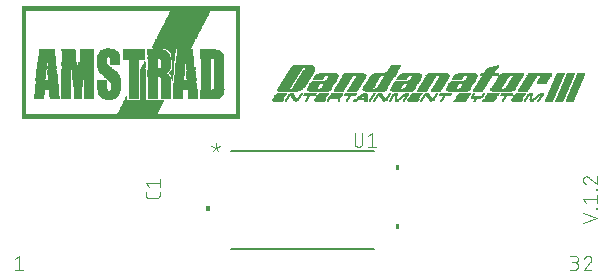
<source format=gbr>
G04 EAGLE Gerber RS-274X export*
G75*
%MOMM*%
%FSLAX34Y34*%
%LPD*%
%INSilkscreen Top*%
%IPPOS*%
%AMOC8*
5,1,8,0,0,1.08239X$1,22.5*%
G01*
%ADD10C,0.101600*%
%ADD11C,0.152400*%
%ADD12C,0.076200*%
%ADD13R,18.517872X0.008887*%
%ADD14R,18.517872X0.008891*%
%ADD15R,0.408941X0.008891*%
%ADD16R,3.333750X0.008891*%
%ADD17R,0.364491X0.008891*%
%ADD18R,0.408941X0.008887*%
%ADD19R,3.298191X0.008887*%
%ADD20R,0.364491X0.008887*%
%ADD21R,3.298191X0.008891*%
%ADD22R,3.333750X0.008887*%
%ADD23R,3.298188X0.008891*%
%ADD24R,3.298188X0.008887*%
%ADD25R,3.342638X0.008891*%
%ADD26R,3.342638X0.008887*%
%ADD27R,0.142241X0.008887*%
%ADD28R,0.444500X0.008887*%
%ADD29R,0.142241X0.008891*%
%ADD30R,0.444500X0.008891*%
%ADD31R,0.595628X0.008891*%
%ADD32R,0.106681X0.008891*%
%ADD33R,0.595628X0.008887*%
%ADD34R,0.106681X0.008887*%
%ADD35R,0.817881X0.008891*%
%ADD36R,0.817881X0.008887*%
%ADD37R,0.924559X0.008891*%
%ADD38R,0.889000X0.008891*%
%ADD39R,0.773428X0.008891*%
%ADD40R,0.551178X0.008891*%
%ADD41R,0.782319X0.008891*%
%ADD42R,1.040128X0.008891*%
%ADD43R,0.071122X0.008891*%
%ADD44R,0.808991X0.008891*%
%ADD45R,1.475741X0.008891*%
%ADD46R,0.924559X0.008887*%
%ADD47R,0.889000X0.008887*%
%ADD48R,0.773428X0.008887*%
%ADD49R,0.782319X0.008887*%
%ADD50R,1.111250X0.008887*%
%ADD51R,0.071122X0.008887*%
%ADD52R,0.808991X0.008887*%
%ADD53R,1.626872X0.008887*%
%ADD54R,1.111250X0.008891*%
%ADD55R,1.626872X0.008891*%
%ADD56R,1.262381X0.008887*%
%ADD57R,0.035563X0.008887*%
%ADD58R,1.697991X0.008887*%
%ADD59R,1.262381X0.008891*%
%ADD60R,0.035563X0.008891*%
%ADD61R,1.697991X0.008891*%
%ADD62R,1.333500X0.008891*%
%ADD63R,1.778000X0.008891*%
%ADD64R,1.333500X0.008887*%
%ADD65R,1.778000X0.008887*%
%ADD66R,1.484628X0.008891*%
%ADD67R,1.813563X0.008891*%
%ADD68R,1.484628X0.008887*%
%ADD69R,1.813563X0.008887*%
%ADD70R,1.555750X0.008891*%
%ADD71R,1.849122X0.008891*%
%ADD72R,1.555750X0.008887*%
%ADD73R,1.849122X0.008887*%
%ADD74R,1.884681X0.008891*%
%ADD75R,0.631188X0.008887*%
%ADD76R,1.920241X0.008887*%
%ADD77R,0.631188X0.008891*%
%ADD78R,1.920241X0.008891*%
%ADD79R,1.706881X0.008887*%
%ADD80R,1.706881X0.008891*%
%ADD81R,0.666750X0.008891*%
%ADD82R,1.955800X0.008891*%
%ADD83R,0.666750X0.008887*%
%ADD84R,1.955800X0.008887*%
%ADD85R,1.813559X0.008891*%
%ADD86R,2.000250X0.008891*%
%ADD87R,1.813559X0.008887*%
%ADD88R,2.000250X0.008887*%
%ADD89R,1.849119X0.008891*%
%ADD90R,1.849119X0.008887*%
%ADD91R,1.893569X0.008887*%
%ADD92R,0.853438X0.008887*%
%ADD93R,1.893569X0.008891*%
%ADD94R,0.853438X0.008891*%
%ADD95R,1.929128X0.008891*%
%ADD96R,1.929128X0.008887*%
%ADD97R,0.853441X0.008891*%
%ADD98R,2.035813X0.008891*%
%ADD99R,0.853441X0.008887*%
%ADD100R,2.035813X0.008887*%
%ADD101R,0.737872X0.008891*%
%ADD102R,0.737872X0.008887*%
%ADD103R,0.817878X0.008891*%
%ADD104R,0.924563X0.008887*%
%ADD105R,1.075691X0.008887*%
%ADD106R,0.924563X0.008891*%
%ADD107R,1.075691X0.008891*%
%ADD108R,2.080262X0.008887*%
%ADD109R,2.080259X0.008887*%
%ADD110R,0.969013X0.008887*%
%ADD111R,2.080262X0.008891*%
%ADD112R,2.080259X0.008891*%
%ADD113R,0.969013X0.008891*%
%ADD114R,2.035809X0.008891*%
%ADD115R,0.817878X0.008887*%
%ADD116R,2.035809X0.008887*%
%ADD117R,2.044700X0.008891*%
%ADD118R,2.044700X0.008887*%
%ADD119R,1.964691X0.008891*%
%ADD120R,1.964691X0.008887*%
%ADD121R,1.964688X0.008887*%
%ADD122R,1.964688X0.008891*%
%ADD123R,1.920238X0.008891*%
%ADD124R,1.920238X0.008887*%
%ADD125R,1.884681X0.008887*%
%ADD126R,0.960119X0.008891*%
%ADD127R,0.960119X0.008887*%
%ADD128R,0.808988X0.008891*%
%ADD129R,0.995678X0.008891*%
%ADD130R,0.773431X0.008891*%
%ADD131R,0.808988X0.008887*%
%ADD132R,0.995678X0.008887*%
%ADD133R,0.773431X0.008887*%
%ADD134R,0.035559X0.008891*%
%ADD135R,1.040128X0.008887*%
%ADD136R,0.035559X0.008887*%
%ADD137R,1.146809X0.008891*%
%ADD138R,0.071119X0.008891*%
%ADD139R,1.146809X0.008887*%
%ADD140R,0.071119X0.008887*%
%ADD141R,1.182369X0.008891*%
%ADD142R,0.782322X0.008891*%
%ADD143R,1.182369X0.008887*%
%ADD144R,0.782322X0.008887*%
%ADD145R,1.226822X0.008891*%
%ADD146R,1.226822X0.008887*%
%ADD147R,1.297941X0.008887*%
%ADD148R,1.297941X0.008891*%
%ADD149R,1.893572X0.008887*%
%ADD150R,1.893572X0.008891*%
%ADD151R,1.004569X0.008891*%
%ADD152R,1.858013X0.008891*%
%ADD153R,1.004569X0.008887*%
%ADD154R,1.858013X0.008887*%
%ADD155R,1.369063X0.008891*%
%ADD156R,0.186691X0.008891*%
%ADD157R,1.369063X0.008887*%
%ADD158R,0.186691X0.008887*%
%ADD159R,1.404622X0.008891*%
%ADD160R,1.822450X0.008891*%
%ADD161R,0.222250X0.008891*%
%ADD162R,1.404622X0.008887*%
%ADD163R,1.822450X0.008887*%
%ADD164R,0.222250X0.008887*%
%ADD165R,1.404619X0.008891*%
%ADD166R,1.404619X0.008887*%
%ADD167R,0.257809X0.008887*%
%ADD168R,0.257809X0.008891*%
%ADD169R,1.671322X0.008887*%
%ADD170R,0.293369X0.008887*%
%ADD171R,1.671322X0.008891*%
%ADD172R,0.293369X0.008891*%
%ADD173R,1.413509X0.008891*%
%ADD174R,1.413509X0.008887*%
%ADD175R,1.449072X0.008891*%
%ADD176R,1.600200X0.008891*%
%ADD177R,1.449072X0.008887*%
%ADD178R,1.600200X0.008887*%
%ADD179R,1.440181X0.008891*%
%ADD180R,1.369059X0.008887*%
%ADD181R,1.369059X0.008891*%
%ADD182R,0.746759X0.008887*%
%ADD183R,0.746759X0.008891*%
%ADD184R,0.560072X0.008891*%
%ADD185R,0.515619X0.008891*%
%ADD186R,0.177800X0.008891*%
%ADD187R,0.560072X0.008887*%
%ADD188R,0.515619X0.008887*%
%ADD189R,0.177800X0.008887*%
%ADD190R,0.746762X0.008891*%
%ADD191R,0.524513X0.008891*%
%ADD192R,1.289050X0.008891*%
%ADD193R,1.929131X0.008891*%
%ADD194R,0.746762X0.008887*%
%ADD195R,0.524513X0.008887*%
%ADD196R,1.289050X0.008887*%
%ADD197R,1.929131X0.008887*%
%ADD198R,1.297937X0.008891*%
%ADD199R,0.142238X0.008891*%
%ADD200R,1.226819X0.008887*%
%ADD201R,0.142238X0.008887*%
%ADD202R,1.226819X0.008891*%
%ADD203R,1.191259X0.008887*%
%ADD204R,0.373381X0.008887*%
%ADD205R,0.186688X0.008887*%
%ADD206R,1.191259X0.008891*%
%ADD207R,0.373381X0.008891*%
%ADD208R,0.186688X0.008891*%
%ADD209R,1.191263X0.008891*%
%ADD210R,1.191263X0.008887*%
%ADD211R,0.337822X0.008891*%
%ADD212R,0.337822X0.008887*%
%ADD213R,0.151128X0.008891*%
%ADD214R,0.737869X0.008891*%
%ADD215R,0.151128X0.008887*%
%ADD216R,0.737869X0.008887*%
%ADD217R,1.040131X0.008891*%
%ADD218R,0.302262X0.008891*%
%ADD219R,0.302262X0.008887*%
%ADD220R,0.960122X0.008887*%
%ADD221R,0.257813X0.008887*%
%ADD222R,0.960122X0.008891*%
%ADD223R,0.257813X0.008891*%
%ADD224R,0.151131X0.008887*%
%ADD225R,0.702309X0.008887*%
%ADD226R,0.151131X0.008891*%
%ADD227R,0.702309X0.008891*%
%ADD228R,1.520191X0.008887*%
%ADD229R,1.520191X0.008891*%
%ADD230R,0.115572X0.008891*%
%ADD231R,0.115572X0.008887*%
%ADD232R,1.520188X0.008891*%
%ADD233R,1.520188X0.008887*%
%ADD234R,1.253488X0.008891*%
%ADD235R,0.080013X0.008891*%
%ADD236R,1.253488X0.008887*%
%ADD237R,0.080013X0.008887*%
%ADD238R,1.475738X0.008891*%
%ADD239R,1.484631X0.008891*%
%ADD240R,1.475738X0.008887*%
%ADD241R,1.484631X0.008887*%
%ADD242R,1.440178X0.008891*%
%ADD243R,1.440178X0.008887*%
%ADD244R,1.440181X0.008887*%
%ADD245R,1.004572X0.008887*%
%ADD246R,1.004572X0.008891*%
%ADD247R,1.217928X0.008887*%
%ADD248R,1.217928X0.008891*%
%ADD249R,0.328931X0.008891*%
%ADD250R,0.328931X0.008887*%
%ADD251R,1.733550X0.008891*%
%ADD252R,1.733550X0.008887*%
%ADD253R,1.662428X0.008887*%
%ADD254R,1.662428X0.008891*%
%ADD255R,1.591309X0.008887*%
%ADD256R,1.591309X0.008891*%
%ADD257R,1.742441X0.008891*%
%ADD258R,1.742441X0.008887*%
%ADD259R,0.551178X0.008887*%
%ADD260R,0.586741X0.008891*%
%ADD261R,0.631191X0.008887*%
%ADD262R,1.511300X0.008887*%
%ADD263R,0.631191X0.008891*%
%ADD264R,1.511300X0.008891*%
%ADD265R,1.377950X0.008887*%
%ADD266R,1.377950X0.008891*%
%ADD267R,0.933450X0.008891*%
%ADD268R,0.080009X0.008891*%
%ADD269R,0.106678X0.008891*%
%ADD270R,0.933450X0.008887*%
%ADD271R,0.080009X0.008887*%
%ADD272R,0.106678X0.008887*%
%ADD273R,0.364488X0.008891*%
%ADD274R,0.364488X0.008887*%
%ADD275R,3.289300X0.008891*%
%ADD276R,3.289300X0.008887*%
%ADD277R,0.022500X0.001500*%
%ADD278R,0.023900X0.001500*%
%ADD279R,0.091500X0.001500*%
%ADD280R,0.754500X0.001500*%
%ADD281R,0.130500X0.001500*%
%ADD282R,0.128900X0.001500*%
%ADD283R,0.778500X0.001500*%
%ADD284R,0.213000X0.001500*%
%ADD285R,0.159100X0.001500*%
%ADD286R,0.212900X0.001500*%
%ADD287R,0.777000X0.001500*%
%ADD288R,0.232500X0.001500*%
%ADD289R,0.262400X0.001500*%
%ADD290R,0.265400X0.001500*%
%ADD291R,0.214400X0.001500*%
%ADD292R,0.160600X0.001500*%
%ADD293R,0.270000X0.001500*%
%ADD294R,0.778400X0.001500*%
%ADD295R,1.006600X0.001500*%
%ADD296R,0.208500X0.001500*%
%ADD297R,0.777100X0.001500*%
%ADD298R,0.213100X0.001500*%
%ADD299R,0.803900X0.001500*%
%ADD300R,0.214500X0.001500*%
%ADD301R,0.183100X0.001500*%
%ADD302R,0.804100X0.001500*%
%ADD303R,0.228100X0.001500*%
%ADD304R,0.183000X0.001500*%
%ADD305R,0.274500X0.001500*%
%ADD306R,1.021500X0.001500*%
%ADD307R,1.020000X0.001500*%
%ADD308R,0.814400X0.001500*%
%ADD309R,0.210000X0.001500*%
%ADD310R,0.201000X0.001500*%
%ADD311R,0.816000X0.001500*%
%ADD312R,0.209900X0.001500*%
%ADD313R,0.266900X0.001500*%
%ADD314R,0.202400X0.001500*%
%ADD315R,0.277500X0.001500*%
%ADD316R,0.815900X0.001500*%
%ADD317R,0.200900X0.001500*%
%ADD318R,1.032000X0.001500*%
%ADD319R,1.033500X0.001500*%
%ADD320R,0.831000X0.001500*%
%ADD321R,0.220500X0.001500*%
%ADD322R,0.831100X0.001500*%
%ADD323R,0.232600X0.001500*%
%ADD324R,0.264000X0.001500*%
%ADD325R,0.222000X0.001500*%
%ADD326R,0.285000X0.001500*%
%ADD327R,0.830900X0.001500*%
%ADD328R,0.220400X0.001500*%
%ADD329R,0.208400X0.001500*%
%ADD330R,1.044100X0.001500*%
%ADD331R,0.841500X0.001500*%
%ADD332R,0.240100X0.001500*%
%ADD333R,0.229600X0.001500*%
%ADD334R,0.267000X0.001500*%
%ADD335R,0.240000X0.001500*%
%ADD336R,0.214600X0.001500*%
%ADD337R,0.289500X0.001500*%
%ADD338R,1.047100X0.001500*%
%ADD339R,0.753000X0.001500*%
%ADD340R,0.849100X0.001500*%
%ADD341R,0.252000X0.001500*%
%ADD342R,0.849000X0.001500*%
%ADD343R,0.267100X0.001500*%
%ADD344R,0.250500X0.001500*%
%ADD345R,0.210100X0.001500*%
%ADD346R,0.292500X0.001500*%
%ADD347R,0.252100X0.001500*%
%ADD348R,1.051600X0.001500*%
%ADD349R,0.294100X0.001500*%
%ADD350R,0.857900X0.001500*%
%ADD351R,0.270100X0.001500*%
%ADD352R,0.858100X0.001500*%
%ADD353R,0.225000X0.001500*%
%ADD354R,0.264100X0.001500*%
%ADD355R,0.296900X0.001500*%
%ADD356R,0.208600X0.001500*%
%ADD357R,1.059100X0.001500*%
%ADD358R,0.858000X0.001500*%
%ADD359R,0.297100X0.001500*%
%ADD360R,0.868600X0.001500*%
%ADD361R,0.280600X0.001500*%
%ADD362R,0.868500X0.001500*%
%ADD363R,0.227900X0.001500*%
%ADD364R,0.282000X0.001500*%
%ADD365R,0.304400X0.001500*%
%ADD366R,1.062100X0.001500*%
%ADD367R,1.062000X0.001500*%
%ADD368R,0.304600X0.001500*%
%ADD369R,0.871500X0.001500*%
%ADD370R,0.294000X0.001500*%
%ADD371R,0.871400X0.001500*%
%ADD372R,0.224900X0.001500*%
%ADD373R,0.265500X0.001500*%
%ADD374R,0.307400X0.001500*%
%ADD375R,0.292400X0.001500*%
%ADD376R,1.069600X0.001500*%
%ADD377R,1.071000X0.001500*%
%ADD378R,0.873000X0.001500*%
%ADD379R,0.309100X0.001500*%
%ADD380R,0.880500X0.001500*%
%ADD381R,0.306100X0.001500*%
%ADD382R,0.880400X0.001500*%
%ADD383R,0.311900X0.001500*%
%ADD384R,0.304500X0.001500*%
%ADD385R,0.312100X0.001500*%
%ADD386R,0.886400X0.001500*%
%ADD387R,0.316500X0.001500*%
%ADD388R,0.888000X0.001500*%
%ADD389R,0.229400X0.001500*%
%ADD390R,0.319500X0.001500*%
%ADD391R,1.074000X0.001500*%
%ADD392R,0.319600X0.001500*%
%ADD393R,0.324100X0.001500*%
%ADD394R,0.324000X0.001500*%
%ADD395R,1.078500X0.001500*%
%ADD396R,1.078400X0.001500*%
%ADD397R,0.754400X0.001500*%
%ADD398R,0.753100X0.001500*%
%ADD399R,0.895500X0.001500*%
%ADD400R,0.335900X0.001500*%
%ADD401R,0.895600X0.001500*%
%ADD402R,0.262500X0.001500*%
%ADD403R,0.334500X0.001500*%
%ADD404R,0.327000X0.001500*%
%ADD405R,0.336000X0.001500*%
%ADD406R,0.327100X0.001500*%
%ADD407R,0.898600X0.001500*%
%ADD408R,0.346500X0.001500*%
%ADD409R,0.900100X0.001500*%
%ADD410R,0.347900X0.001500*%
%ADD411R,0.900000X0.001500*%
%ADD412R,0.346400X0.001500*%
%ADD413R,1.081400X0.001500*%
%ADD414R,0.334600X0.001500*%
%ADD415R,0.903100X0.001500*%
%ADD416R,0.353900X0.001500*%
%ADD417R,0.339000X0.001500*%
%ADD418R,0.903000X0.001500*%
%ADD419R,1.085900X0.001500*%
%ADD420R,0.339100X0.001500*%
%ADD421R,0.910500X0.001500*%
%ADD422R,0.363000X0.001500*%
%ADD423R,0.910600X0.001500*%
%ADD424R,0.361500X0.001500*%
%ADD425R,0.342000X0.001500*%
%ADD426R,0.361400X0.001500*%
%ADD427R,0.343600X0.001500*%
%ADD428R,0.368900X0.001500*%
%ADD429R,0.225100X0.001500*%
%ADD430R,0.370500X0.001500*%
%ADD431R,0.349400X0.001500*%
%ADD432R,0.369000X0.001500*%
%ADD433R,0.351100X0.001500*%
%ADD434R,0.919500X0.001500*%
%ADD435R,0.381000X0.001500*%
%ADD436R,0.917900X0.001500*%
%ADD437R,0.918100X0.001500*%
%ADD438R,1.088900X0.001500*%
%ADD439R,0.918000X0.001500*%
%ADD440R,0.354000X0.001500*%
%ADD441R,0.922500X0.001500*%
%ADD442R,0.385400X0.001500*%
%ADD443R,0.922400X0.001500*%
%ADD444R,0.220600X0.001500*%
%ADD445R,0.384000X0.001500*%
%ADD446R,0.356900X0.001500*%
%ADD447R,0.922600X0.001500*%
%ADD448R,0.385500X0.001500*%
%ADD449R,1.084400X0.001500*%
%ADD450R,0.358500X0.001500*%
%ADD451R,0.396100X0.001500*%
%ADD452R,0.396000X0.001500*%
%ADD453R,0.364500X0.001500*%
%ADD454R,0.366000X0.001500*%
%ADD455R,0.926900X0.001500*%
%ADD456R,0.403400X0.001500*%
%ADD457R,0.925400X0.001500*%
%ADD458R,0.403600X0.001500*%
%ADD459R,0.927000X0.001500*%
%ADD460R,1.090400X0.001500*%
%ADD461R,0.925500X0.001500*%
%ADD462R,0.933000X0.001500*%
%ADD463R,0.411000X0.001500*%
%ADD464R,0.373500X0.001500*%
%ADD465R,0.412600X0.001500*%
%ADD466R,0.418400X0.001500*%
%ADD467R,0.420000X0.001500*%
%ADD468R,1.089000X0.001500*%
%ADD469R,0.937600X0.001500*%
%ADD470R,0.427600X0.001500*%
%ADD471R,0.937500X0.001500*%
%ADD472R,0.426000X0.001500*%
%ADD473R,1.090500X0.001500*%
%ADD474R,0.940600X0.001500*%
%ADD475R,0.435000X0.001500*%
%ADD476R,0.940500X0.001500*%
%ADD477R,0.435100X0.001500*%
%ADD478R,0.393000X0.001500*%
%ADD479R,0.434900X0.001500*%
%ADD480R,1.084500X0.001500*%
%ADD481R,1.086000X0.001500*%
%ADD482R,0.393100X0.001500*%
%ADD483R,0.439400X0.001500*%
%ADD484R,0.217500X0.001500*%
%ADD485R,0.262600X0.001500*%
%ADD486R,0.438100X0.001500*%
%ADD487R,0.400400X0.001500*%
%ADD488R,0.438000X0.001500*%
%ADD489R,0.400600X0.001500*%
%ADD490R,0.941900X0.001500*%
%ADD491R,0.445500X0.001500*%
%ADD492R,0.265600X0.001500*%
%ADD493R,0.445600X0.001500*%
%ADD494R,0.942100X0.001500*%
%ADD495R,0.942000X0.001500*%
%ADD496R,0.405100X0.001500*%
%ADD497R,0.454600X0.001500*%
%ADD498R,0.453000X0.001500*%
%ADD499R,0.407900X0.001500*%
%ADD500R,0.454500X0.001500*%
%ADD501R,0.408100X0.001500*%
%ADD502R,0.945000X0.001500*%
%ADD503R,0.457500X0.001500*%
%ADD504R,0.944900X0.001500*%
%ADD505R,0.215900X0.001500*%
%ADD506R,0.410900X0.001500*%
%ADD507R,0.945100X0.001500*%
%ADD508R,0.949400X0.001500*%
%ADD509R,0.465000X0.001500*%
%ADD510R,0.949600X0.001500*%
%ADD511R,0.420100X0.001500*%
%ADD512R,0.757500X0.001500*%
%ADD513R,0.759100X0.001500*%
%ADD514R,0.759000X0.001500*%
%ADD515R,0.472500X0.001500*%
%ADD516R,0.217400X0.001500*%
%ADD517R,0.423000X0.001500*%
%ADD518R,1.086100X0.001500*%
%ADD519R,0.423100X0.001500*%
%ADD520R,0.754600X0.001500*%
%ADD521R,0.948000X0.001500*%
%ADD522R,0.480000X0.001500*%
%ADD523R,0.948100X0.001500*%
%ADD524R,1.006400X0.001500*%
%ADD525R,0.427500X0.001500*%
%ADD526R,1.089100X0.001500*%
%ADD527R,0.952600X0.001500*%
%ADD528R,0.483100X0.001500*%
%ADD529R,0.997400X0.001500*%
%ADD530R,0.484400X0.001500*%
%ADD531R,0.952500X0.001500*%
%ADD532R,0.483000X0.001500*%
%ADD533R,1.090600X0.001500*%
%ADD534R,0.492000X0.001500*%
%ADD535R,0.217600X0.001500*%
%ADD536R,0.994500X0.001500*%
%ADD537R,0.490400X0.001500*%
%ADD538R,0.491900X0.001500*%
%ADD539R,0.439600X0.001500*%
%ADD540R,0.495000X0.001500*%
%ADD541R,0.987000X0.001500*%
%ADD542R,0.494900X0.001500*%
%ADD543R,0.442400X0.001500*%
%ADD544R,0.442600X0.001500*%
%ADD545R,0.955500X0.001500*%
%ADD546R,0.498000X0.001500*%
%ADD547R,0.957100X0.001500*%
%ADD548R,0.982500X0.001500*%
%ADD549R,0.499400X0.001500*%
%ADD550R,0.449900X0.001500*%
%ADD551R,0.957000X0.001500*%
%ADD552R,0.497900X0.001500*%
%ADD553R,1.084600X0.001500*%
%ADD554R,0.450100X0.001500*%
%ADD555R,0.952400X0.001500*%
%ADD556R,0.507100X0.001500*%
%ADD557R,0.978000X0.001500*%
%ADD558R,0.506900X0.001500*%
%ADD559R,0.452900X0.001500*%
%ADD560R,0.514500X0.001500*%
%ADD561R,0.974900X0.001500*%
%ADD562R,0.514400X0.001500*%
%ADD563R,0.457400X0.001500*%
%ADD564R,0.519000X0.001500*%
%ADD565R,0.956900X0.001500*%
%ADD566R,0.967400X0.001500*%
%ADD567R,0.517500X0.001500*%
%ADD568R,0.521900X0.001500*%
%ADD569R,0.962900X0.001500*%
%ADD570R,0.522100X0.001500*%
%ADD571R,0.469500X0.001500*%
%ADD572R,0.529600X0.001500*%
%ADD573R,0.959900X0.001500*%
%ADD574R,0.534000X0.001500*%
%ADD575R,0.532600X0.001500*%
%ADD576R,0.250400X0.001500*%
%ADD577R,0.250600X0.001500*%
%ADD578R,0.251900X0.001500*%
%ADD579R,0.537000X0.001500*%
%ADD580R,0.239900X0.001500*%
%ADD581R,0.947900X0.001500*%
%ADD582R,0.537100X0.001500*%
%ADD583R,0.541500X0.001500*%
%ADD584R,0.541600X0.001500*%
%ADD585R,0.235500X0.001500*%
%ADD586R,0.232400X0.001500*%
%ADD587R,0.237000X0.001500*%
%ADD588R,0.549000X0.001500*%
%ADD589R,0.223600X0.001500*%
%ADD590R,0.223500X0.001500*%
%ADD591R,0.556400X0.001500*%
%ADD592R,0.556500X0.001500*%
%ADD593R,0.237100X0.001500*%
%ADD594R,0.928400X0.001500*%
%ADD595R,0.221900X0.001500*%
%ADD596R,0.564000X0.001500*%
%ADD597R,0.920900X0.001500*%
%ADD598R,0.571600X0.001500*%
%ADD599R,0.571500X0.001500*%
%ADD600R,0.913400X0.001500*%
%ADD601R,0.319400X0.001500*%
%ADD602R,0.905900X0.001500*%
%ADD603R,0.321000X0.001500*%
%ADD604R,0.235600X0.001500*%
%ADD605R,0.757600X0.001500*%
%ADD606R,0.758900X0.001500*%
%ADD607R,0.902900X0.001500*%
%ADD608R,0.228000X0.001500*%
%ADD609R,0.898500X0.001500*%
%ADD610R,0.316400X0.001500*%
%ADD611R,0.891000X0.001500*%
%ADD612R,0.320900X0.001500*%
%ADD613R,0.883500X0.001500*%
%ADD614R,0.875900X0.001500*%
%ADD615R,0.236900X0.001500*%
%ADD616R,0.223400X0.001500*%
%ADD617R,0.868400X0.001500*%
%ADD618R,0.321100X0.001500*%
%ADD619R,0.315100X0.001500*%
%ADD620R,0.863900X0.001500*%
%ADD621R,0.316600X0.001500*%
%ADD622R,0.856400X0.001500*%
%ADD623R,0.853500X0.001500*%
%ADD624R,0.921100X0.001500*%
%ADD625R,1.039500X0.001500*%
%ADD626R,0.921000X0.001500*%
%ADD627R,0.711100X0.001500*%
%ADD628R,1.029000X0.001500*%
%ADD629R,1.006500X0.001500*%
%ADD630R,0.787400X0.001500*%
%ADD631R,1.024500X0.001500*%
%ADD632R,1.017000X0.001500*%
%ADD633R,0.811400X0.001500*%
%ADD634R,1.018600X0.001500*%
%ADD635R,0.833900X0.001500*%
%ADD636R,1.014000X0.001500*%
%ADD637R,0.241500X0.001500*%
%ADD638R,0.850600X0.001500*%
%ADD639R,1.005000X0.001500*%
%ADD640R,1.036500X0.001500*%
%ADD641R,0.999000X0.001500*%
%ADD642R,0.314900X0.001500*%
%ADD643R,0.883600X0.001500*%
%ADD644R,1.044000X0.001500*%
%ADD645R,1.047000X0.001500*%
%ADD646R,0.906100X0.001500*%
%ADD647R,0.241600X0.001500*%
%ADD648R,0.757400X0.001500*%
%ADD649R,0.967500X0.001500*%
%ADD650R,1.051500X0.001500*%
%ADD651R,0.971900X0.001500*%
%ADD652R,1.054500X0.001500*%
%ADD653R,0.975100X0.001500*%
%ADD654R,0.919400X0.001500*%
%ADD655R,0.235400X0.001500*%
%ADD656R,0.982600X0.001500*%
%ADD657R,1.059000X0.001500*%
%ADD658R,0.960000X0.001500*%
%ADD659R,0.991600X0.001500*%
%ADD660R,1.056000X0.001500*%
%ADD661R,0.999100X0.001500*%
%ADD662R,0.979500X0.001500*%
%ADD663R,1.060500X0.001500*%
%ADD664R,1.001900X0.001500*%
%ADD665R,1.063500X0.001500*%
%ADD666R,0.990000X0.001500*%
%ADD667R,1.009500X0.001500*%
%ADD668R,0.997500X0.001500*%
%ADD669R,1.012500X0.001500*%
%ADD670R,1.016900X0.001500*%
%ADD671R,1.026000X0.001500*%
%ADD672R,1.063400X0.001500*%
%ADD673R,1.018500X0.001500*%
%ADD674R,1.024600X0.001500*%
%ADD675R,1.060400X0.001500*%
%ADD676R,1.058900X0.001500*%
%ADD677R,1.036600X0.001500*%
%ADD678R,1.054400X0.001500*%
%ADD679R,1.055900X0.001500*%
%ADD680R,1.036400X0.001500*%
%ADD681R,1.041000X0.001500*%
%ADD682R,1.039400X0.001500*%
%ADD683R,1.043900X0.001500*%
%ADD684R,1.051400X0.001500*%
%ADD685R,1.048500X0.001500*%
%ADD686R,1.048400X0.001500*%
%ADD687R,1.033400X0.001500*%
%ADD688R,1.056100X0.001500*%
%ADD689R,1.014100X0.001500*%
%ADD690R,1.005100X0.001500*%
%ADD691R,0.997600X0.001500*%
%ADD692R,1.063600X0.001500*%
%ADD693R,0.984100X0.001500*%
%ADD694R,0.247600X0.001500*%
%ADD695R,0.216100X0.001500*%
%ADD696R,0.258000X0.001500*%
%ADD697R,0.255000X0.001500*%
%ADD698R,0.243100X0.001500*%
%ADD699R,0.244600X0.001500*%
%ADD700R,0.216000X0.001500*%
%ADD701R,0.222100X0.001500*%
%ADD702R,0.244500X0.001500*%
%ADD703R,0.244400X0.001500*%
%ADD704R,0.499500X0.001500*%
%ADD705R,0.502400X0.001500*%
%ADD706R,0.499600X0.001500*%
%ADD707R,0.503900X0.001500*%
%ADD708R,0.574500X0.001500*%
%ADD709R,0.576000X0.001500*%
%ADD710R,0.568500X0.001500*%
%ADD711R,0.567000X0.001500*%
%ADD712R,0.496500X0.001500*%
%ADD713R,0.495100X0.001500*%
%ADD714R,0.271600X0.001500*%
%ADD715R,0.496400X0.001500*%
%ADD716R,0.559500X0.001500*%
%ADD717R,0.561000X0.001500*%
%ADD718R,0.490500X0.001500*%
%ADD719R,0.553500X0.001500*%
%ADD720R,0.552000X0.001500*%
%ADD721R,0.489100X0.001500*%
%ADD722R,0.487600X0.001500*%
%ADD723R,0.487500X0.001500*%
%ADD724R,0.487400X0.001500*%
%ADD725R,0.549100X0.001500*%
%ADD726R,0.548900X0.001500*%
%ADD727R,0.229500X0.001500*%
%ADD728R,0.544500X0.001500*%
%ADD729R,0.544400X0.001500*%
%ADD730R,0.546000X0.001500*%
%ADD731R,0.484600X0.001500*%
%ADD732R,0.484500X0.001500*%
%ADD733R,0.538500X0.001500*%
%ADD734R,0.536900X0.001500*%
%ADD735R,0.481600X0.001500*%
%ADD736R,0.533900X0.001500*%
%ADD737R,0.532400X0.001500*%
%ADD738R,0.255100X0.001500*%
%ADD739R,0.256500X0.001500*%
%ADD740R,0.254900X0.001500*%
%ADD741R,0.930000X0.001500*%
%ADD742R,0.529500X0.001500*%
%ADD743R,0.929900X0.001500*%
%ADD744R,0.529400X0.001500*%
%ADD745R,0.477100X0.001500*%
%ADD746R,0.475500X0.001500*%
%ADD747R,0.930100X0.001500*%
%ADD748R,0.477000X0.001500*%
%ADD749R,0.524900X0.001500*%
%ADD750R,0.522000X0.001500*%
%ADD751R,0.925600X0.001500*%
%ADD752R,1.060600X0.001500*%
%ADD753R,0.514600X0.001500*%
%ADD754R,0.928500X0.001500*%
%ADD755R,1.035000X0.001500*%
%ADD756R,0.511600X0.001500*%
%ADD757R,0.505500X0.001500*%
%ADD758R,0.507000X0.001500*%
%ADD759R,0.465100X0.001500*%
%ADD760R,0.463500X0.001500*%
%ADD761R,0.502500X0.001500*%
%ADD762R,0.927100X0.001500*%
%ADD763R,0.502600X0.001500*%
%ADD764R,0.460600X0.001500*%
%ADD765R,0.504100X0.001500*%
%ADD766R,0.460500X0.001500*%
%ADD767R,1.061900X0.001500*%
%ADD768R,0.462000X0.001500*%
%ADD769R,0.492100X0.001500*%
%ADD770R,0.454400X0.001500*%
%ADD771R,0.490600X0.001500*%
%ADD772R,0.450000X0.001500*%
%ADD773R,0.448500X0.001500*%
%ADD774R,0.445400X0.001500*%
%ADD775R,0.468000X0.001500*%
%ADD776R,0.447000X0.001500*%
%ADD777R,0.442500X0.001500*%
%ADD778R,0.437900X0.001500*%
%ADD779R,0.462100X0.001500*%
%ADD780R,0.439500X0.001500*%
%ADD781R,0.915000X0.001500*%
%ADD782R,0.430500X0.001500*%
%ADD783R,0.915100X0.001500*%
%ADD784R,0.426100X0.001500*%
%ADD785R,0.418500X0.001500*%
%ADD786R,0.430400X0.001500*%
%ADD787R,0.418600X0.001500*%
%ADD788R,0.910400X0.001500*%
%ADD789R,0.415500X0.001500*%
%ADD790R,0.415400X0.001500*%
%ADD791R,0.415600X0.001500*%
%ADD792R,0.411100X0.001500*%
%ADD793R,0.408000X0.001500*%
%ADD794R,0.404900X0.001500*%
%ADD795R,0.403500X0.001500*%
%ADD796R,0.398900X0.001500*%
%ADD797R,0.397400X0.001500*%
%ADD798R,0.395900X0.001500*%
%ADD799R,0.895400X0.001500*%
%ADD800R,0.397600X0.001500*%
%ADD801R,0.388400X0.001500*%
%ADD802R,0.894100X0.001500*%
%ADD803R,0.388500X0.001500*%
%ADD804R,0.391400X0.001500*%
%ADD805R,0.894000X0.001500*%
%ADD806R,0.893900X0.001500*%
%ADD807R,0.391500X0.001500*%
%ADD808R,0.891100X0.001500*%
%ADD809R,0.378000X0.001500*%
%ADD810R,0.376500X0.001500*%
%ADD811R,0.385600X0.001500*%
%ADD812R,1.033600X0.001500*%
%ADD813R,0.890900X0.001500*%
%ADD814R,0.372000X0.001500*%
%ADD815R,0.381100X0.001500*%
%ADD816R,0.883400X0.001500*%
%ADD817R,0.885100X0.001500*%
%ADD818R,0.885000X0.001500*%
%ADD819R,0.361600X0.001500*%
%ADD820R,0.884900X0.001500*%
%ADD821R,0.878900X0.001500*%
%ADD822R,0.880600X0.001500*%
%ADD823R,0.354100X0.001500*%
%ADD824R,0.365900X0.001500*%
%ADD825R,0.355600X0.001500*%
%ADD826R,1.027500X0.001500*%
%ADD827R,0.358400X0.001500*%
%ADD828R,0.872900X0.001500*%
%ADD829R,0.342100X0.001500*%
%ADD830R,0.869900X0.001500*%
%ADD831R,0.870000X0.001500*%
%ADD832R,0.351000X0.001500*%
%ADD833R,0.349500X0.001500*%
%ADD834R,0.861000X0.001500*%
%ADD835R,0.358600X0.001500*%
%ADD836R,0.341900X0.001500*%
%ADD837R,0.861100X0.001500*%
%ADD838R,0.343500X0.001500*%
%ADD839R,0.856500X0.001500*%
%ADD840R,0.348100X0.001500*%
%ADD841R,0.313500X0.001500*%
%ADD842R,0.331500X0.001500*%
%ADD843R,0.331400X0.001500*%
%ADD844R,0.856600X0.001500*%
%ADD845R,0.312000X0.001500*%
%ADD846R,0.306000X0.001500*%
%ADD847R,0.340500X0.001500*%
%ADD848R,0.328500X0.001500*%
%ADD849R,0.853600X0.001500*%
%ADD850R,0.843000X0.001500*%
%ADD851R,0.292600X0.001500*%
%ADD852R,0.313600X0.001500*%
%ADD853R,0.836900X0.001500*%
%ADD854R,0.838500X0.001500*%
%ADD855R,0.315000X0.001500*%
%ADD856R,0.301400X0.001500*%
%ADD857R,0.301500X0.001500*%
%ADD858R,0.301600X0.001500*%
%ADD859R,0.271500X0.001500*%
%ADD860R,0.269900X0.001500*%
%ADD861R,0.289600X0.001500*%
%ADD862R,0.823500X0.001500*%
%ADD863R,0.279000X0.001500*%
%ADD864R,0.823600X0.001500*%
%ADD865R,1.002000X0.001500*%
%ADD866R,1.002100X0.001500*%
%ADD867R,0.277400X0.001500*%
%ADD868R,0.814500X0.001500*%
%ADD869R,0.814600X0.001500*%
%ADD870R,1.019900X0.001500*%
%ADD871R,0.994600X0.001500*%
%ADD872R,0.804000X0.001500*%
%ADD873R,1.013900X0.001500*%
%ADD874R,0.247500X0.001500*%
%ADD875R,0.990100X0.001500*%
%ADD876R,0.247400X0.001500*%
%ADD877R,0.788900X0.001500*%
%ADD878R,0.789100X0.001500*%
%ADD879R,0.979600X0.001500*%
%ADD880R,0.778600X0.001500*%
%ADD881R,0.187500X0.001500*%
%ADD882R,0.186000X0.001500*%
%ADD883R,0.205400X0.001500*%
%ADD884R,0.970500X0.001500*%
%ADD885R,0.206900X0.001500*%
%ADD886R,0.165000X0.001500*%
%ADD887R,0.163400X0.001500*%
%ADD888R,0.181500X0.001500*%
%ADD889R,0.131900X0.001500*%
%ADD890R,0.152900X0.001500*%
%ADD891R,0.133600X0.001500*%
%ADD892R,0.156000X0.001500*%
%ADD893R,0.153000X0.001500*%
%ADD894R,0.156100X0.001500*%
%ADD895R,0.153100X0.001500*%
%ADD896R,0.099000X0.001500*%
%ADD897R,0.111000X0.001500*%
%ADD898R,0.118500X0.001500*%
%ADD899R,0.114100X0.001500*%
%ADD900R,0.117000X0.001500*%
%ADD901R,0.115500X0.001500*%
%ADD902R,0.030000X0.001500*%
%ADD903R,0.034500X0.001500*%
%ADD904R,0.031500X0.001500*%
%ADD905R,0.042000X0.001500*%
%ADD906R,0.046500X0.001500*%
%ADD907R,0.030100X0.001500*%
%ADD908R,0.041900X0.001500*%
%ADD909R,1.611100X0.001500*%
%ADD910R,1.675400X0.001500*%
%ADD911R,0.739400X0.001500*%
%ADD912R,0.736600X0.001500*%
%ADD913R,1.672500X0.001500*%
%ADD914R,1.677100X0.001500*%
%ADD915R,0.738100X0.001500*%
%ADD916R,0.735100X0.001500*%
%ADD917R,0.739500X0.001500*%
%ADD918R,0.738000X0.001500*%
%ADD919R,1.675500X0.001500*%
%ADD920R,1.722000X0.001500*%
%ADD921R,0.772600X0.001500*%
%ADD922R,0.769500X0.001500*%
%ADD923R,1.718900X0.001500*%
%ADD924R,1.721900X0.001500*%
%ADD925R,0.773900X0.001500*%
%ADD926R,1.722100X0.001500*%
%ADD927R,1.717400X0.001500*%
%ADD928R,1.719000X0.001500*%
%ADD929R,1.756500X0.001500*%
%ADD930R,0.796500X0.001500*%
%ADD931R,0.794900X0.001500*%
%ADD932R,1.752100X0.001500*%
%ADD933R,1.756600X0.001500*%
%ADD934R,1.753600X0.001500*%
%ADD935R,0.796600X0.001500*%
%ADD936R,1.753400X0.001500*%
%ADD937R,0.796400X0.001500*%
%ADD938R,1.752000X0.001500*%
%ADD939R,1.779100X0.001500*%
%ADD940R,0.811500X0.001500*%
%ADD941R,1.779000X0.001500*%
%ADD942R,1.782000X0.001500*%
%ADD943R,1.783500X0.001500*%
%ADD944R,1.781900X0.001500*%
%ADD945R,1.801500X0.001500*%
%ADD946R,0.826600X0.001500*%
%ADD947R,0.826500X0.001500*%
%ADD948R,1.798500X0.001500*%
%ADD949R,1.802900X0.001500*%
%ADD950R,0.826400X0.001500*%
%ADD951R,0.829400X0.001500*%
%ADD952R,0.828000X0.001500*%
%ADD953R,1.806100X0.001500*%
%ADD954R,1.821100X0.001500*%
%ADD955R,0.837100X0.001500*%
%ADD956R,0.843100X0.001500*%
%ADD957R,1.818100X0.001500*%
%ADD958R,1.821000X0.001500*%
%ADD959R,1.820900X0.001500*%
%ADD960R,1.824000X0.001500*%
%ADD961R,1.825600X0.001500*%
%ADD962R,1.835900X0.001500*%
%ADD963R,0.848900X0.001500*%
%ADD964R,1.833000X0.001500*%
%ADD965R,1.837500X0.001500*%
%ADD966R,1.840400X0.001500*%
%ADD967R,1.843600X0.001500*%
%ADD968R,1.846500X0.001500*%
%ADD969R,1.855600X0.001500*%
%ADD970R,1.847900X0.001500*%
%ADD971R,1.852500X0.001500*%
%ADD972R,0.862600X0.001500*%
%ADD973R,1.855400X0.001500*%
%ADD974R,1.860000X0.001500*%
%ADD975R,1.863000X0.001500*%
%ADD976R,1.870500X0.001500*%
%ADD977R,1.867500X0.001500*%
%ADD978R,0.865600X0.001500*%
%ADD979R,1.875000X0.001500*%
%ADD980R,1.882500X0.001500*%
%ADD981R,1.878000X0.001500*%
%ADD982R,0.877500X0.001500*%
%ADD983R,0.873100X0.001500*%
%ADD984R,0.876100X0.001500*%
%ADD985R,1.887000X0.001500*%
%ADD986R,1.893000X0.001500*%
%ADD987R,1.892900X0.001500*%
%ADD988R,1.890000X0.001500*%
%ADD989R,1.894500X0.001500*%
%ADD990R,1.888500X0.001500*%
%ADD991R,1.900500X0.001500*%
%ADD992R,1.909500X0.001500*%
%ADD993R,1.900600X0.001500*%
%ADD994R,1.897600X0.001500*%
%ADD995R,1.905100X0.001500*%
%ADD996R,0.887900X0.001500*%
%ADD997R,1.912600X0.001500*%
%ADD998R,1.920000X0.001500*%
%ADD999R,0.892500X0.001500*%
%ADD1000R,1.912500X0.001500*%
%ADD1001R,1.923100X0.001500*%
%ADD1002R,0.892600X0.001500*%
%ADD1003R,1.932000X0.001500*%
%ADD1004R,1.924500X0.001500*%
%ADD1005R,1.915600X0.001500*%
%ADD1006R,1.921600X0.001500*%
%ADD1007R,1.936500X0.001500*%
%ADD1008R,1.942500X0.001500*%
%ADD1009R,1.931900X0.001500*%
%ADD1010R,1.927400X0.001500*%
%ADD1011R,1.932100X0.001500*%
%ADD1012R,0.898400X0.001500*%
%ADD1013R,1.944000X0.001500*%
%ADD1014R,1.950000X0.001500*%
%ADD1015R,1.939400X0.001500*%
%ADD1016R,1.934900X0.001500*%
%ADD1017R,1.939600X0.001500*%
%ADD1018R,1.939500X0.001500*%
%ADD1019R,1.954500X0.001500*%
%ADD1020R,1.962000X0.001500*%
%ADD1021R,1.947100X0.001500*%
%ADD1022R,0.907500X0.001500*%
%ADD1023R,0.907400X0.001500*%
%ADD1024R,1.943900X0.001500*%
%ADD1025R,1.947000X0.001500*%
%ADD1026R,0.907600X0.001500*%
%ADD1027R,0.906000X0.001500*%
%ADD1028R,1.957500X0.001500*%
%ADD1029R,1.974000X0.001500*%
%ADD1030R,1.954600X0.001500*%
%ADD1031R,0.912000X0.001500*%
%ADD1032R,1.949900X0.001500*%
%ADD1033R,1.969500X0.001500*%
%ADD1034R,1.976900X0.001500*%
%ADD1035R,1.962100X0.001500*%
%ADD1036R,1.959000X0.001500*%
%ADD1037R,0.912100X0.001500*%
%ADD1038R,0.913500X0.001500*%
%ADD1039R,1.977000X0.001500*%
%ADD1040R,1.984500X0.001500*%
%ADD1041R,1.966500X0.001500*%
%ADD1042R,0.913600X0.001500*%
%ADD1043R,1.984400X0.001500*%
%ADD1044R,1.992000X0.001500*%
%ADD1045R,1.973900X0.001500*%
%ADD1046R,1.965000X0.001500*%
%ADD1047R,1.972500X0.001500*%
%ADD1048R,0.919600X0.001500*%
%ADD1049R,1.991900X0.001500*%
%ADD1050R,2.001100X0.001500*%
%ADD1051R,1.979900X0.001500*%
%ADD1052R,1.981500X0.001500*%
%ADD1053R,1.999400X0.001500*%
%ADD1054R,2.008500X0.001500*%
%ADD1055R,1.989000X0.001500*%
%ADD1056R,2.008400X0.001500*%
%ADD1057R,2.016100X0.001500*%
%ADD1058R,1.986000X0.001500*%
%ADD1059R,2.011400X0.001500*%
%ADD1060R,2.019000X0.001500*%
%ADD1061R,1.996600X0.001500*%
%ADD1062R,1.989100X0.001500*%
%ADD1063R,1.996400X0.001500*%
%ADD1064R,1.996500X0.001500*%
%ADD1065R,2.018900X0.001500*%
%ADD1066R,2.022000X0.001500*%
%ADD1067R,1.992100X0.001500*%
%ADD1068R,2.000900X0.001500*%
%ADD1069R,2.003900X0.001500*%
%ADD1070R,2.023500X0.001500*%
%ADD1071R,2.026400X0.001500*%
%ADD1072R,2.008600X0.001500*%
%ADD1073R,2.006900X0.001500*%
%ADD1074R,2.031000X0.001500*%
%ADD1075R,2.035400X0.001500*%
%ADD1076R,2.004100X0.001500*%
%ADD1077R,2.034000X0.001500*%
%ADD1078R,2.038600X0.001500*%
%ADD1079R,2.007100X0.001500*%
%ADD1080R,2.016000X0.001500*%
%ADD1081R,2.015900X0.001500*%
%ADD1082R,2.038500X0.001500*%
%ADD1083R,2.041600X0.001500*%
%ADD1084R,2.020500X0.001500*%
%ADD1085R,2.011500X0.001500*%
%ADD1086R,2.019100X0.001500*%
%ADD1087R,2.043000X0.001500*%
%ADD1088R,2.045900X0.001500*%
%ADD1089R,2.023400X0.001500*%
%ADD1090R,2.050500X0.001500*%
%ADD1091R,2.048900X0.001500*%
%ADD1092R,2.028100X0.001500*%
%ADD1093R,2.053500X0.001500*%
%ADD1094R,2.031100X0.001500*%
%ADD1095R,2.058000X0.001500*%
%ADD1096R,2.030900X0.001500*%
%ADD1097R,0.928600X0.001500*%
%ADD1098R,2.061000X0.001500*%
%ADD1099R,2.056500X0.001500*%
%ADD1100R,2.028000X0.001500*%
%ADD1101R,2.035600X0.001500*%
%ADD1102R,2.038400X0.001500*%
%ADD1103R,2.065500X0.001500*%
%ADD1104R,2.060900X0.001500*%
%ADD1105R,2.034100X0.001500*%
%ADD1106R,2.068500X0.001500*%
%ADD1107R,1.012600X0.001500*%
%ADD1108R,0.949500X0.001500*%
%ADD1109R,0.934500X0.001500*%
%ADD1110R,0.998900X0.001500*%
%ADD1111R,0.977900X0.001500*%
%ADD1112R,0.934400X0.001500*%
%ADD1113R,0.984000X0.001500*%
%ADD1114R,0.985400X0.001500*%
%ADD1115R,0.970400X0.001500*%
%ADD1116R,0.972000X0.001500*%
%ADD1117R,0.979400X0.001500*%
%ADD1118R,0.975000X0.001500*%
%ADD1119R,0.991500X0.001500*%
%ADD1120R,0.914900X0.001500*%
%ADD1121R,0.963000X0.001500*%
%ADD1122R,0.964600X0.001500*%
%ADD1123R,0.964500X0.001500*%
%ADD1124R,0.967600X0.001500*%
%ADD1125R,0.960100X0.001500*%
%ADD1126R,0.961400X0.001500*%
%ADD1127R,0.963100X0.001500*%
%ADD1128R,0.940400X0.001500*%
%ADD1129R,0.955600X0.001500*%
%ADD1130R,0.936000X0.001500*%
%ADD1131R,0.933100X0.001500*%
%ADD1132R,0.932900X0.001500*%
%ADD1133R,0.911900X0.001500*%
%ADD1134R,0.943600X0.001500*%
%ADD1135R,0.943400X0.001500*%
%ADD1136R,0.937400X0.001500*%
%ADD1137R,0.943500X0.001500*%
%ADD1138R,0.934600X0.001500*%
%ADD1139R,0.955400X0.001500*%
%ADD1140R,0.968900X0.001500*%
%ADD1141R,0.969100X0.001500*%
%ADD1142R,0.970600X0.001500*%
%ADD1143R,0.994400X0.001500*%
%ADD1144R,1.009600X0.001500*%
%ADD1145R,1.021400X0.001500*%
%ADD1146R,1.021600X0.001500*%
%ADD1147R,1.018400X0.001500*%
%ADD1148R,2.088000X0.001500*%
%ADD1149R,2.088100X0.001500*%
%ADD1150R,0.730500X0.001500*%
%ADD1151R,2.085000X0.001500*%
%ADD1152R,2.083500X0.001500*%
%ADD1153R,0.791900X0.001500*%
%ADD1154R,2.080500X0.001500*%
%ADD1155R,2.079000X0.001500*%
%ADD1156R,2.076000X0.001500*%
%ADD1157R,0.837000X0.001500*%
%ADD1158R,2.076100X0.001500*%
%ADD1159R,2.077400X0.001500*%
%ADD1160R,2.073100X0.001500*%
%ADD1161R,2.075900X0.001500*%
%ADD1162R,2.073000X0.001500*%
%ADD1163R,0.862500X0.001500*%
%ADD1164R,2.071500X0.001500*%
%ADD1165R,2.072900X0.001500*%
%ADD1166R,2.070000X0.001500*%
%ADD1167R,2.069900X0.001500*%
%ADD1168R,0.888100X0.001500*%
%ADD1169R,2.057900X0.001500*%
%ADD1170R,2.046100X0.001500*%
%ADD1171R,2.046000X0.001500*%
%ADD1172R,2.041400X0.001500*%
%ADD1173R,2.033900X0.001500*%
%ADD1174R,2.026500X0.001500*%
%ADD1175R,2.029500X0.001500*%
%ADD1176R,2.011600X0.001500*%
%ADD1177R,1.988900X0.001500*%
%ADD1178R,1.981400X0.001500*%
%ADD1179R,1.971000X0.001500*%
%ADD1180R,1.961900X0.001500*%
%ADD1181R,1.946900X0.001500*%
%ADD1182R,1.936400X0.001500*%
%ADD1183R,1.935100X0.001500*%
%ADD1184R,1.924600X0.001500*%
%ADD1185R,1.897500X0.001500*%
%ADD1186R,1.863100X0.001500*%
%ADD1187R,0.739600X0.001500*%
%ADD1188R,0.734900X0.001500*%
%ADD1189R,0.769600X0.001500*%
%ADD1190R,0.774000X0.001500*%
%ADD1191R,0.811600X0.001500*%
%ADD1192R,0.852000X0.001500*%
%ADD1193R,0.860900X0.001500*%
%ADD1194R,0.865500X0.001500*%
%ADD1195R,0.886500X0.001500*%
%ADD1196R,0.752900X0.001500*%
%ADD1197R,0.899900X0.001500*%
%ADD1198R,0.879000X0.001500*%
%ADD1199R,0.876000X0.001500*%
%ADD1200R,0.877600X0.001500*%
%ADD1201R,0.870100X0.001500*%
%ADD1202R,0.864000X0.001500*%
%ADD1203R,0.851900X0.001500*%
%ADD1204R,0.901500X0.001500*%
%ADD1205R,0.846000X0.001500*%
%ADD1206R,0.846100X0.001500*%
%ADD1207R,0.850500X0.001500*%
%ADD1208R,0.853400X0.001500*%
%ADD1209R,0.964400X0.001500*%
%ADD1210R,0.976400X0.001500*%
%ADD1211R,0.982400X0.001500*%
%ADD1212R,0.983900X0.001500*%
%ADD1213R,0.879100X0.001500*%
%ADD1214R,0.987100X0.001500*%
%ADD1215R,1.010900X0.001500*%
%ADD1216R,1.966400X0.001500*%
%ADD1217R,1.902100X0.001500*%
%ADD1218R,1.410000X0.001500*%
%ADD1219R,2.107400X0.001500*%
%ADD1220R,1.893100X0.001500*%
%ADD1221R,1.894600X0.001500*%
%ADD1222R,1.959100X0.001500*%
%ADD1223R,1.429500X0.001500*%
%ADD1224R,2.102900X0.001500*%
%ADD1225R,1.887100X0.001500*%
%ADD1226R,1.957400X0.001500*%
%ADD1227R,2.023600X0.001500*%
%ADD1228R,1.885500X0.001500*%
%ADD1229R,1.442900X0.001500*%
%ADD1230R,2.105900X0.001500*%
%ADD1231R,1.879500X0.001500*%
%ADD1232R,1.951400X0.001500*%
%ADD1233R,1.950100X0.001500*%
%ADD1234R,1.454900X0.001500*%
%ADD1235R,1.466900X0.001500*%
%ADD1236R,2.050600X0.001500*%
%ADD1237R,1.860100X0.001500*%
%ADD1238R,1.942400X0.001500*%
%ADD1239R,1.944100X0.001500*%
%ADD1240R,1.474400X0.001500*%
%ADD1241R,1.852600X0.001500*%
%ADD1242R,1.851000X0.001500*%
%ADD1243R,1.855500X0.001500*%
%ADD1244R,1.478900X0.001500*%
%ADD1245R,2.043100X0.001500*%
%ADD1246R,1.843400X0.001500*%
%ADD1247R,1.845100X0.001500*%
%ADD1248R,1.843500X0.001500*%
%ADD1249R,1.483500X0.001500*%
%ADD1250R,2.107500X0.001500*%
%ADD1251R,1.831500X0.001500*%
%ADD1252R,1.927600X0.001500*%
%ADD1253R,1.927500X0.001500*%
%ADD1254R,1.833100X0.001500*%
%ADD1255R,1.486500X0.001500*%
%ADD1256R,2.103000X0.001500*%
%ADD1257R,1.824100X0.001500*%
%ADD1258R,1.825500X0.001500*%
%ADD1259R,1.494000X0.001500*%
%ADD1260R,1.917100X0.001500*%
%ADD1261R,1.993500X0.001500*%
%ADD1262R,1.813400X0.001500*%
%ADD1263R,1.917000X0.001500*%
%ADD1264R,1.498500X0.001500*%
%ADD1265R,1.806000X0.001500*%
%ADD1266R,1.805900X0.001500*%
%ADD1267R,2.103100X0.001500*%
%ADD1268R,1.794100X0.001500*%
%ADD1269R,1.905000X0.001500*%
%ADD1270R,1.793900X0.001500*%
%ADD1271R,1.904900X0.001500*%
%ADD1272R,1.497000X0.001500*%
%ADD1273R,2.007000X0.001500*%
%ADD1274R,2.100100X0.001500*%
%ADD1275R,1.897400X0.001500*%
%ADD1276R,1.501500X0.001500*%
%ADD1277R,1.999500X0.001500*%
%ADD1278R,2.098600X0.001500*%
%ADD1279R,1.771400X0.001500*%
%ADD1280R,1.771600X0.001500*%
%ADD1281R,1.771500X0.001500*%
%ADD1282R,1.500000X0.001500*%
%ADD1283R,1.759500X0.001500*%
%ADD1284R,1.885600X0.001500*%
%ADD1285R,1.761100X0.001500*%
%ADD1286R,1.886900X0.001500*%
%ADD1287R,1.759400X0.001500*%
%ADD1288R,1.504500X0.001500*%
%ADD1289R,2.095600X0.001500*%
%ADD1290R,1.749100X0.001500*%
%ADD1291R,1.749000X0.001500*%
%ADD1292R,1.877900X0.001500*%
%ADD1293R,1.748900X0.001500*%
%ADD1294R,1.737000X0.001500*%
%ADD1295R,1.865900X0.001500*%
%ADD1296R,1.867400X0.001500*%
%ADD1297R,1.736900X0.001500*%
%ADD1298R,2.092600X0.001500*%
%ADD1299R,1.859900X0.001500*%
%ADD1300R,1.725000X0.001500*%
%ADD1301R,1.858500X0.001500*%
%ADD1302R,1.711500X0.001500*%
%ADD1303R,1.850900X0.001500*%
%ADD1304R,1.710000X0.001500*%
%ADD1305R,1.711400X0.001500*%
%ADD1306R,2.083600X0.001500*%
%ADD1307R,1.694900X0.001500*%
%ADD1308R,1.840500X0.001500*%
%ADD1309R,1.696500X0.001500*%
%ADD1310R,1.840600X0.001500*%
%ADD1311R,1.699400X0.001500*%
%ADD1312R,1.680100X0.001500*%
%ADD1313R,1.936600X0.001500*%
%ADD1314R,1.681500X0.001500*%
%ADD1315R,1.831600X0.001500*%
%ADD1316R,1.680000X0.001500*%
%ADD1317R,1.668000X0.001500*%
%ADD1318R,1.822600X0.001500*%
%ADD1319R,1.664900X0.001500*%
%ADD1320R,1.665100X0.001500*%
%ADD1321R,1.649900X0.001500*%
%ADD1322R,1.804500X0.001500*%
%ADD1323R,1.650000X0.001500*%
%ADD1324R,1.648600X0.001500*%
%ADD1325R,1.630600X0.001500*%
%ADD1326R,1.630500X0.001500*%
%ADD1327R,1.633500X0.001500*%
%ADD1328R,1.615500X0.001500*%
%ADD1329R,1.612600X0.001500*%
%ADD1330R,1.786500X0.001500*%
%ADD1331R,1.489600X0.001500*%
%ADD1332R,1.596000X0.001500*%
%ADD1333R,1.767100X0.001500*%
%ADD1334R,1.593000X0.001500*%
%ADD1335R,1.768500X0.001500*%
%ADD1336R,1.491100X0.001500*%
%ADD1337R,1.569000X0.001500*%
%ADD1338R,1.573400X0.001500*%
%ADD1339R,1.753500X0.001500*%
%ADD1340R,1.573500X0.001500*%
%ADD1341R,1.486600X0.001500*%
%ADD1342R,2.037000X0.001500*%
%ADD1343R,1.549600X0.001500*%
%ADD1344R,1.738500X0.001500*%
%ADD1345R,1.551000X0.001500*%
%ADD1346R,1.549500X0.001500*%
%ADD1347R,1.482100X0.001500*%
%ADD1348R,1.848000X0.001500*%
%ADD1349R,1.528500X0.001500*%
%ADD1350R,1.524100X0.001500*%
%ADD1351R,1.474600X0.001500*%
%ADD1352R,1.832900X0.001500*%
%ADD1353R,1.699500X0.001500*%
%ADD1354R,1.467100X0.001500*%
%ADD1355R,1.810400X0.001500*%
%ADD1356R,1.470000X0.001500*%
%ADD1357R,1.459600X0.001500*%
%ADD1358R,1.789500X0.001500*%
%ADD1359R,1.432500X0.001500*%
%ADD1360R,1.645600X0.001500*%
%ADD1361R,1.432600X0.001500*%
%ADD1362R,1.647000X0.001500*%
%ADD1363R,1.447500X0.001500*%
%ADD1364R,1.764000X0.001500*%
%ADD1365R,1.978500X0.001500*%
%ADD1366R,1.391900X0.001500*%
%ADD1367R,1.615400X0.001500*%
%ADD1368R,1.390500X0.001500*%
%ADD1369R,1.615600X0.001500*%
%ADD1370R,1.437000X0.001500*%
%ADD1371R,1.732500X0.001500*%
%ADD1372R,1.338000X0.001500*%
%ADD1373R,1.570500X0.001500*%
%ADD1374R,1.776000X0.001500*%
%ADD1375R,1.333500X0.001500*%
%ADD1376R,1.565900X0.001500*%
%ADD1377R,1.417500X0.001500*%
%ADD1378R,1.692000X0.001500*%
%ADD1379R,1.234600X0.001500*%
%ADD1380R,1.486400X0.001500*%
%ADD1381R,1.729500X0.001500*%
%ADD1382R,1.237500X0.001500*%
%ADD1383R,1.234500X0.001500*%
%ADD1384R,1.375500X0.001500*%
%ADD1385R,1.620100X0.001500*%
%ADD1386R,0.961600X0.001500*%
%ADD1387R,0.829500X0.001500*%
%ADD1388R,0.789000X0.001500*%
%ADD1389R,0.834100X0.001500*%
%ADD1390R,0.762000X0.001500*%
%ADD1391R,0.829600X0.001500*%
%ADD1392R,0.750000X0.001500*%
%ADD1393R,0.727500X0.001500*%
%ADD1394R,0.715400X0.001500*%
%ADD1395R,0.700400X0.001500*%
%ADD1396R,0.689900X0.001500*%
%ADD1397R,0.819000X0.001500*%
%ADD1398R,0.677900X0.001500*%
%ADD1399R,0.666000X0.001500*%
%ADD1400R,0.655500X0.001500*%
%ADD1401R,0.640500X0.001500*%
%ADD1402R,0.969000X0.001500*%
%ADD1403R,0.628400X0.001500*%
%ADD1404R,0.972100X0.001500*%
%ADD1405R,0.620900X0.001500*%
%ADD1406R,0.605900X0.001500*%
%ADD1407R,0.819100X0.001500*%
%ADD1408R,0.593900X0.001500*%
%ADD1409R,0.579000X0.001500*%
%ADD1410R,0.822000X0.001500*%
%ADD1411R,1.929000X0.001500*%
%ADD1412R,0.400500X0.001500*%
%ADD1413R,1.890100X0.001500*%
%ADD1414R,1.836000X0.001500*%
%ADD1415R,1.828500X0.001500*%
%ADD1416R,1.795400X0.001500*%
%ADD1417R,1.780500X0.001500*%
%ADD1418R,1.767000X0.001500*%
%ADD1419R,1.737100X0.001500*%
%ADD1420R,0.197900X0.001500*%
%ADD1421R,1.704000X0.001500*%
%ADD1422R,0.168000X0.001500*%
%ADD1423R,1.684400X0.001500*%
%ADD1424R,0.140900X0.001500*%
%ADD1425R,1.642400X0.001500*%
%ADD1426R,0.121500X0.001500*%
%ADD1427R,0.106500X0.001500*%
%ADD1428R,1.581000X0.001500*%
%ADD1429R,0.795000X0.001500*%
%ADD1430R,0.088500X0.001500*%
%ADD1431R,1.546500X0.001500*%
%ADD1432R,0.772400X0.001500*%
%ADD1433R,0.072100X0.001500*%
%ADD1434R,1.494100X0.001500*%
%ADD1435R,0.747000X0.001500*%
%ADD1436R,0.039100X0.001500*%
%ADD1437R,1.397900X0.001500*%
%ADD1438R,0.694500X0.001500*%

G36*
X335575Y165170D02*
X335575Y165170D01*
X335577Y165169D01*
X335620Y165189D01*
X335664Y165207D01*
X335664Y165209D01*
X335666Y165210D01*
X335699Y165295D01*
X335699Y169105D01*
X335698Y169107D01*
X335699Y169109D01*
X335679Y169152D01*
X335661Y169196D01*
X335659Y169196D01*
X335658Y169198D01*
X335573Y169231D01*
X333033Y169231D01*
X333031Y169230D01*
X333029Y169231D01*
X332986Y169211D01*
X332942Y169193D01*
X332942Y169191D01*
X332940Y169190D01*
X332907Y169105D01*
X332907Y165295D01*
X332908Y165293D01*
X332907Y165291D01*
X332927Y165248D01*
X332945Y165204D01*
X332947Y165204D01*
X332948Y165202D01*
X333033Y165169D01*
X335573Y165169D01*
X335575Y165170D01*
G37*
G36*
X174969Y130170D02*
X174969Y130170D01*
X174971Y130169D01*
X175014Y130189D01*
X175058Y130207D01*
X175058Y130209D01*
X175060Y130210D01*
X175093Y130295D01*
X175093Y134105D01*
X175092Y134107D01*
X175093Y134109D01*
X175073Y134152D01*
X175055Y134196D01*
X175053Y134196D01*
X175052Y134198D01*
X174967Y134231D01*
X172427Y134231D01*
X172425Y134230D01*
X172423Y134231D01*
X172380Y134211D01*
X172336Y134193D01*
X172336Y134191D01*
X172334Y134190D01*
X172301Y134105D01*
X172301Y130295D01*
X172302Y130293D01*
X172301Y130291D01*
X172321Y130248D01*
X172339Y130204D01*
X172341Y130204D01*
X172342Y130202D01*
X172427Y130169D01*
X174967Y130169D01*
X174969Y130170D01*
G37*
G36*
X335575Y115170D02*
X335575Y115170D01*
X335577Y115169D01*
X335620Y115189D01*
X335664Y115207D01*
X335664Y115209D01*
X335666Y115210D01*
X335699Y115295D01*
X335699Y119105D01*
X335698Y119107D01*
X335699Y119109D01*
X335679Y119152D01*
X335661Y119196D01*
X335659Y119196D01*
X335658Y119198D01*
X335573Y119231D01*
X333033Y119231D01*
X333031Y119230D01*
X333029Y119231D01*
X332986Y119211D01*
X332942Y119193D01*
X332942Y119191D01*
X332940Y119190D01*
X332907Y119105D01*
X332907Y115295D01*
X332908Y115293D01*
X332907Y115291D01*
X332927Y115248D01*
X332945Y115204D01*
X332947Y115204D01*
X332948Y115202D01*
X333033Y115169D01*
X335573Y115169D01*
X335575Y115170D01*
G37*
D10*
X491158Y120428D02*
X502842Y124323D01*
X491158Y128217D01*
X502193Y131999D02*
X502842Y131999D01*
X502193Y131999D02*
X502193Y132648D01*
X502842Y132648D01*
X502842Y131999D01*
X493754Y137079D02*
X491158Y140325D01*
X502842Y140325D01*
X502842Y143570D02*
X502842Y137079D01*
X502842Y148001D02*
X502193Y148001D01*
X502193Y148650D01*
X502842Y148650D01*
X502842Y148001D01*
X494079Y159572D02*
X493972Y159570D01*
X493866Y159564D01*
X493760Y159554D01*
X493654Y159541D01*
X493548Y159523D01*
X493444Y159502D01*
X493340Y159477D01*
X493237Y159448D01*
X493136Y159416D01*
X493036Y159379D01*
X492937Y159339D01*
X492839Y159296D01*
X492743Y159249D01*
X492649Y159198D01*
X492557Y159144D01*
X492467Y159087D01*
X492379Y159027D01*
X492294Y158963D01*
X492211Y158896D01*
X492130Y158826D01*
X492052Y158754D01*
X491976Y158678D01*
X491904Y158600D01*
X491834Y158519D01*
X491767Y158436D01*
X491703Y158351D01*
X491643Y158263D01*
X491586Y158173D01*
X491532Y158081D01*
X491481Y157987D01*
X491434Y157891D01*
X491391Y157793D01*
X491351Y157694D01*
X491314Y157594D01*
X491282Y157493D01*
X491253Y157390D01*
X491228Y157286D01*
X491207Y157182D01*
X491189Y157076D01*
X491176Y156970D01*
X491166Y156864D01*
X491160Y156758D01*
X491158Y156651D01*
X491160Y156530D01*
X491166Y156409D01*
X491176Y156289D01*
X491189Y156168D01*
X491207Y156049D01*
X491228Y155929D01*
X491253Y155811D01*
X491282Y155694D01*
X491315Y155577D01*
X491351Y155462D01*
X491392Y155348D01*
X491435Y155235D01*
X491483Y155123D01*
X491534Y155014D01*
X491589Y154906D01*
X491647Y154799D01*
X491708Y154695D01*
X491773Y154593D01*
X491841Y154493D01*
X491912Y154395D01*
X491986Y154299D01*
X492063Y154206D01*
X492144Y154116D01*
X492227Y154028D01*
X492313Y153943D01*
X492402Y153860D01*
X492493Y153781D01*
X492587Y153704D01*
X492683Y153631D01*
X492781Y153561D01*
X492882Y153494D01*
X492985Y153430D01*
X493090Y153370D01*
X493197Y153312D01*
X493305Y153259D01*
X493415Y153209D01*
X493527Y153163D01*
X493640Y153120D01*
X493755Y153081D01*
X496351Y158598D02*
X496273Y158677D01*
X496193Y158753D01*
X496110Y158826D01*
X496024Y158896D01*
X495937Y158963D01*
X495846Y159027D01*
X495754Y159087D01*
X495660Y159145D01*
X495563Y159199D01*
X495465Y159249D01*
X495365Y159296D01*
X495264Y159340D01*
X495161Y159380D01*
X495056Y159416D01*
X494951Y159448D01*
X494844Y159477D01*
X494737Y159502D01*
X494628Y159524D01*
X494519Y159541D01*
X494410Y159555D01*
X494300Y159564D01*
X494189Y159570D01*
X494079Y159572D01*
X496351Y158598D02*
X502842Y153081D01*
X502842Y159572D01*
X132892Y146436D02*
X132892Y143839D01*
X132890Y143740D01*
X132884Y143640D01*
X132875Y143541D01*
X132862Y143443D01*
X132845Y143345D01*
X132824Y143247D01*
X132799Y143151D01*
X132771Y143056D01*
X132739Y142962D01*
X132704Y142869D01*
X132665Y142777D01*
X132622Y142687D01*
X132577Y142599D01*
X132527Y142512D01*
X132475Y142428D01*
X132419Y142345D01*
X132361Y142265D01*
X132299Y142187D01*
X132234Y142112D01*
X132166Y142039D01*
X132096Y141969D01*
X132023Y141901D01*
X131948Y141836D01*
X131870Y141774D01*
X131790Y141716D01*
X131707Y141660D01*
X131623Y141608D01*
X131536Y141558D01*
X131448Y141513D01*
X131358Y141470D01*
X131266Y141431D01*
X131173Y141396D01*
X131079Y141364D01*
X130984Y141336D01*
X130888Y141311D01*
X130790Y141290D01*
X130692Y141273D01*
X130594Y141260D01*
X130495Y141251D01*
X130395Y141245D01*
X130296Y141243D01*
X123804Y141243D01*
X123804Y141242D02*
X123705Y141244D01*
X123605Y141250D01*
X123506Y141259D01*
X123408Y141272D01*
X123310Y141290D01*
X123212Y141310D01*
X123116Y141335D01*
X123020Y141363D01*
X122926Y141395D01*
X122833Y141430D01*
X122742Y141469D01*
X122652Y141512D01*
X122563Y141557D01*
X122477Y141607D01*
X122392Y141659D01*
X122310Y141715D01*
X122230Y141774D01*
X122152Y141835D01*
X122076Y141900D01*
X122003Y141968D01*
X121933Y142038D01*
X121865Y142111D01*
X121800Y142187D01*
X121739Y142265D01*
X121680Y142345D01*
X121624Y142427D01*
X121572Y142512D01*
X121523Y142598D01*
X121477Y142687D01*
X121434Y142777D01*
X121395Y142868D01*
X121360Y142961D01*
X121328Y143055D01*
X121300Y143151D01*
X121275Y143247D01*
X121255Y143345D01*
X121237Y143443D01*
X121224Y143541D01*
X121215Y143640D01*
X121209Y143739D01*
X121207Y143839D01*
X121208Y143839D02*
X121208Y146436D01*
X123804Y150801D02*
X121208Y154046D01*
X132892Y154046D01*
X132892Y150801D02*
X132892Y157292D01*
X13754Y92192D02*
X10508Y89596D01*
X13754Y92192D02*
X13754Y80508D01*
X16999Y80508D02*
X10508Y80508D01*
X480508Y80508D02*
X483754Y80508D01*
X483867Y80510D01*
X483980Y80516D01*
X484093Y80526D01*
X484206Y80540D01*
X484318Y80557D01*
X484429Y80579D01*
X484539Y80604D01*
X484649Y80634D01*
X484757Y80667D01*
X484864Y80704D01*
X484970Y80744D01*
X485074Y80789D01*
X485177Y80837D01*
X485278Y80888D01*
X485377Y80943D01*
X485474Y81001D01*
X485569Y81063D01*
X485662Y81128D01*
X485752Y81196D01*
X485840Y81267D01*
X485926Y81342D01*
X486009Y81419D01*
X486089Y81499D01*
X486166Y81582D01*
X486241Y81668D01*
X486312Y81756D01*
X486380Y81846D01*
X486445Y81939D01*
X486507Y82034D01*
X486565Y82131D01*
X486620Y82230D01*
X486671Y82331D01*
X486719Y82434D01*
X486764Y82538D01*
X486804Y82644D01*
X486841Y82751D01*
X486874Y82859D01*
X486904Y82969D01*
X486929Y83079D01*
X486951Y83190D01*
X486968Y83302D01*
X486982Y83415D01*
X486992Y83528D01*
X486998Y83641D01*
X487000Y83754D01*
X486998Y83867D01*
X486992Y83980D01*
X486982Y84093D01*
X486968Y84206D01*
X486951Y84318D01*
X486929Y84429D01*
X486904Y84539D01*
X486874Y84649D01*
X486841Y84757D01*
X486804Y84864D01*
X486764Y84970D01*
X486719Y85074D01*
X486671Y85177D01*
X486620Y85278D01*
X486565Y85377D01*
X486507Y85474D01*
X486445Y85569D01*
X486380Y85662D01*
X486312Y85752D01*
X486241Y85840D01*
X486166Y85926D01*
X486089Y86009D01*
X486009Y86089D01*
X485926Y86166D01*
X485840Y86241D01*
X485752Y86312D01*
X485662Y86380D01*
X485569Y86445D01*
X485474Y86507D01*
X485377Y86565D01*
X485278Y86620D01*
X485177Y86671D01*
X485074Y86719D01*
X484970Y86764D01*
X484864Y86804D01*
X484757Y86841D01*
X484649Y86874D01*
X484539Y86904D01*
X484429Y86929D01*
X484318Y86951D01*
X484206Y86968D01*
X484093Y86982D01*
X483980Y86992D01*
X483867Y86998D01*
X483754Y87000D01*
X484403Y92192D02*
X480508Y92192D01*
X484403Y92192D02*
X484504Y92190D01*
X484604Y92184D01*
X484704Y92174D01*
X484804Y92161D01*
X484903Y92143D01*
X485002Y92122D01*
X485099Y92097D01*
X485196Y92068D01*
X485291Y92035D01*
X485385Y91999D01*
X485477Y91959D01*
X485568Y91916D01*
X485657Y91869D01*
X485744Y91819D01*
X485830Y91765D01*
X485913Y91708D01*
X485993Y91648D01*
X486072Y91585D01*
X486148Y91518D01*
X486221Y91449D01*
X486291Y91377D01*
X486359Y91303D01*
X486424Y91226D01*
X486485Y91146D01*
X486544Y91064D01*
X486599Y90980D01*
X486651Y90894D01*
X486700Y90806D01*
X486745Y90716D01*
X486787Y90624D01*
X486825Y90531D01*
X486859Y90436D01*
X486890Y90341D01*
X486917Y90244D01*
X486940Y90146D01*
X486960Y90047D01*
X486975Y89947D01*
X486987Y89847D01*
X486995Y89747D01*
X486999Y89646D01*
X486999Y89546D01*
X486995Y89445D01*
X486987Y89345D01*
X486975Y89245D01*
X486960Y89145D01*
X486940Y89046D01*
X486917Y88948D01*
X486890Y88851D01*
X486859Y88756D01*
X486825Y88661D01*
X486787Y88568D01*
X486745Y88476D01*
X486700Y88386D01*
X486651Y88298D01*
X486599Y88212D01*
X486544Y88128D01*
X486485Y88046D01*
X486424Y87966D01*
X486359Y87889D01*
X486291Y87815D01*
X486221Y87743D01*
X486148Y87674D01*
X486072Y87607D01*
X485993Y87544D01*
X485913Y87484D01*
X485830Y87427D01*
X485744Y87373D01*
X485657Y87323D01*
X485568Y87276D01*
X485477Y87233D01*
X485385Y87193D01*
X485291Y87157D01*
X485196Y87124D01*
X485099Y87095D01*
X485002Y87070D01*
X484903Y87049D01*
X484804Y87031D01*
X484704Y87018D01*
X484604Y87008D01*
X484504Y87002D01*
X484403Y87000D01*
X484403Y86999D02*
X481806Y86999D01*
X495508Y92192D02*
X495615Y92190D01*
X495721Y92184D01*
X495827Y92174D01*
X495933Y92161D01*
X496039Y92143D01*
X496143Y92122D01*
X496247Y92097D01*
X496350Y92068D01*
X496451Y92036D01*
X496551Y91999D01*
X496650Y91959D01*
X496748Y91916D01*
X496844Y91869D01*
X496938Y91818D01*
X497030Y91764D01*
X497120Y91707D01*
X497208Y91647D01*
X497293Y91583D01*
X497376Y91516D01*
X497457Y91446D01*
X497535Y91374D01*
X497611Y91298D01*
X497683Y91220D01*
X497753Y91139D01*
X497820Y91056D01*
X497884Y90971D01*
X497944Y90883D01*
X498001Y90793D01*
X498055Y90701D01*
X498106Y90607D01*
X498153Y90511D01*
X498196Y90413D01*
X498236Y90314D01*
X498273Y90214D01*
X498305Y90113D01*
X498334Y90010D01*
X498359Y89906D01*
X498380Y89802D01*
X498398Y89696D01*
X498411Y89590D01*
X498421Y89484D01*
X498427Y89378D01*
X498429Y89271D01*
X495508Y92192D02*
X495387Y92190D01*
X495266Y92184D01*
X495146Y92174D01*
X495025Y92161D01*
X494906Y92143D01*
X494786Y92122D01*
X494668Y92097D01*
X494551Y92068D01*
X494434Y92035D01*
X494319Y91999D01*
X494205Y91958D01*
X494092Y91915D01*
X493980Y91867D01*
X493871Y91816D01*
X493763Y91761D01*
X493656Y91703D01*
X493552Y91642D01*
X493450Y91577D01*
X493350Y91509D01*
X493252Y91438D01*
X493156Y91364D01*
X493063Y91287D01*
X492973Y91206D01*
X492885Y91123D01*
X492800Y91037D01*
X492717Y90948D01*
X492638Y90857D01*
X492561Y90763D01*
X492488Y90667D01*
X492418Y90569D01*
X492351Y90468D01*
X492287Y90365D01*
X492227Y90260D01*
X492170Y90153D01*
X492116Y90045D01*
X492066Y89935D01*
X492020Y89823D01*
X491977Y89710D01*
X491938Y89595D01*
X497456Y86999D02*
X497535Y87076D01*
X497611Y87157D01*
X497684Y87240D01*
X497754Y87325D01*
X497821Y87413D01*
X497885Y87503D01*
X497945Y87595D01*
X498002Y87690D01*
X498056Y87786D01*
X498107Y87884D01*
X498154Y87984D01*
X498198Y88086D01*
X498238Y88189D01*
X498274Y88293D01*
X498306Y88399D01*
X498335Y88505D01*
X498360Y88613D01*
X498382Y88721D01*
X498399Y88831D01*
X498413Y88940D01*
X498422Y89050D01*
X498428Y89161D01*
X498430Y89271D01*
X497455Y86999D02*
X491938Y80508D01*
X498429Y80508D01*
D11*
X314706Y98044D02*
X193294Y98044D01*
X193294Y181356D02*
X314706Y181356D01*
D12*
X180305Y183840D02*
X180305Y187819D01*
X180305Y183840D02*
X182626Y180855D01*
X180305Y183840D02*
X177983Y180855D01*
X180305Y183840D02*
X183952Y185166D01*
X180305Y183840D02*
X176657Y185166D01*
X297815Y187847D02*
X297815Y196469D01*
X297815Y187847D02*
X297817Y187733D01*
X297823Y187618D01*
X297833Y187504D01*
X297847Y187391D01*
X297864Y187277D01*
X297886Y187165D01*
X297911Y187053D01*
X297941Y186943D01*
X297974Y186833D01*
X298011Y186725D01*
X298051Y186618D01*
X298096Y186512D01*
X298143Y186408D01*
X298195Y186306D01*
X298250Y186206D01*
X298308Y186107D01*
X298370Y186011D01*
X298435Y185916D01*
X298503Y185825D01*
X298575Y185735D01*
X298649Y185648D01*
X298726Y185564D01*
X298807Y185482D01*
X298890Y185403D01*
X298975Y185327D01*
X299064Y185254D01*
X299154Y185185D01*
X299247Y185118D01*
X299343Y185055D01*
X299440Y184995D01*
X299540Y184938D01*
X299641Y184885D01*
X299744Y184835D01*
X299849Y184789D01*
X299955Y184746D01*
X300063Y184708D01*
X300172Y184673D01*
X300282Y184642D01*
X300393Y184614D01*
X300505Y184591D01*
X300618Y184571D01*
X300731Y184555D01*
X300845Y184543D01*
X300959Y184535D01*
X301074Y184531D01*
X301188Y184531D01*
X301303Y184535D01*
X301417Y184543D01*
X301531Y184555D01*
X301644Y184571D01*
X301757Y184591D01*
X301869Y184614D01*
X301980Y184642D01*
X302090Y184673D01*
X302199Y184708D01*
X302307Y184746D01*
X302413Y184789D01*
X302518Y184835D01*
X302621Y184885D01*
X302722Y184938D01*
X302822Y184995D01*
X302919Y185055D01*
X303015Y185118D01*
X303108Y185185D01*
X303198Y185254D01*
X303287Y185327D01*
X303372Y185403D01*
X303455Y185482D01*
X303536Y185564D01*
X303613Y185648D01*
X303687Y185735D01*
X303759Y185825D01*
X303827Y185916D01*
X303892Y186011D01*
X303954Y186107D01*
X304012Y186206D01*
X304067Y186306D01*
X304119Y186408D01*
X304166Y186512D01*
X304211Y186618D01*
X304251Y186725D01*
X304288Y186833D01*
X304321Y186943D01*
X304351Y187053D01*
X304376Y187165D01*
X304398Y187277D01*
X304415Y187391D01*
X304429Y187504D01*
X304439Y187618D01*
X304445Y187733D01*
X304447Y187847D01*
X304447Y196469D01*
X309626Y193816D02*
X312942Y196469D01*
X312942Y184531D01*
X309626Y184531D02*
X316258Y184531D01*
D13*
X108334Y208200D03*
D14*
X108334Y208289D03*
X108334Y208378D03*
X108334Y208467D03*
X108334Y208556D03*
D13*
X108334Y208645D03*
D14*
X108334Y208733D03*
X108334Y208822D03*
X108334Y208911D03*
X108334Y209000D03*
D13*
X108334Y209089D03*
D14*
X108334Y209178D03*
X108334Y209267D03*
X108334Y209356D03*
X108334Y209445D03*
D13*
X108334Y209534D03*
D14*
X108334Y209622D03*
X108334Y209711D03*
X108334Y209800D03*
X108334Y209889D03*
D13*
X108334Y209978D03*
D14*
X108334Y210067D03*
X108334Y210156D03*
X108334Y210245D03*
X108334Y210334D03*
D13*
X108334Y210423D03*
D14*
X108334Y210511D03*
X108334Y210600D03*
X108334Y210689D03*
X108334Y210778D03*
D13*
X108334Y210867D03*
D14*
X108334Y210956D03*
X108334Y211045D03*
X108334Y211134D03*
X108334Y211223D03*
D13*
X108334Y211312D03*
D14*
X108334Y211400D03*
X108334Y211489D03*
X108334Y211578D03*
X108334Y211667D03*
D13*
X108334Y211756D03*
D15*
X17789Y211845D03*
D16*
X113935Y211845D03*
D17*
X199101Y211845D03*
D15*
X17789Y211934D03*
D16*
X113935Y211934D03*
D17*
X199101Y211934D03*
D15*
X17789Y212023D03*
D16*
X113935Y212023D03*
D17*
X199101Y212023D03*
D15*
X17789Y212112D03*
D16*
X113935Y212112D03*
D17*
X199101Y212112D03*
D18*
X17789Y212201D03*
D19*
X114112Y212201D03*
D20*
X199101Y212201D03*
D15*
X17789Y212289D03*
D21*
X114112Y212289D03*
D17*
X199101Y212289D03*
D15*
X17789Y212378D03*
D21*
X114112Y212378D03*
D17*
X199101Y212378D03*
D15*
X17789Y212467D03*
D21*
X114112Y212467D03*
D17*
X199101Y212467D03*
D15*
X17789Y212556D03*
D21*
X114112Y212556D03*
D17*
X199101Y212556D03*
D18*
X17789Y212645D03*
D22*
X114290Y212645D03*
D20*
X199101Y212645D03*
D15*
X17789Y212734D03*
D16*
X114290Y212734D03*
D17*
X199101Y212734D03*
D15*
X17789Y212823D03*
D16*
X114290Y212823D03*
D17*
X199101Y212823D03*
D15*
X17789Y212912D03*
D16*
X114290Y212912D03*
D17*
X199101Y212912D03*
D15*
X17789Y213001D03*
D21*
X114468Y213001D03*
D17*
X199101Y213001D03*
D18*
X17789Y213090D03*
D19*
X114468Y213090D03*
D20*
X199101Y213090D03*
D15*
X17789Y213178D03*
D21*
X114468Y213178D03*
D17*
X199101Y213178D03*
D15*
X17789Y213267D03*
D21*
X114468Y213267D03*
D17*
X199101Y213267D03*
D15*
X17789Y213356D03*
D16*
X114646Y213356D03*
D17*
X199101Y213356D03*
D15*
X17789Y213445D03*
D16*
X114646Y213445D03*
D17*
X199101Y213445D03*
D18*
X17789Y213534D03*
D22*
X114646Y213534D03*
D20*
X199101Y213534D03*
D15*
X17789Y213623D03*
D16*
X114646Y213623D03*
D17*
X199101Y213623D03*
D15*
X17789Y213712D03*
D23*
X114824Y213712D03*
D17*
X199101Y213712D03*
D15*
X17789Y213801D03*
D23*
X114824Y213801D03*
D17*
X199101Y213801D03*
D15*
X17789Y213890D03*
D23*
X114824Y213890D03*
D17*
X199101Y213890D03*
D18*
X17789Y213979D03*
D24*
X114824Y213979D03*
D20*
X199101Y213979D03*
D15*
X17789Y214067D03*
D25*
X115046Y214067D03*
D17*
X199101Y214067D03*
D15*
X17789Y214156D03*
D25*
X115046Y214156D03*
D17*
X199101Y214156D03*
D15*
X17789Y214245D03*
D25*
X115046Y214245D03*
D17*
X199101Y214245D03*
D15*
X17789Y214334D03*
D25*
X115046Y214334D03*
D17*
X199101Y214334D03*
D18*
X17789Y214423D03*
D24*
X115268Y214423D03*
D20*
X199101Y214423D03*
D15*
X17789Y214512D03*
D23*
X115268Y214512D03*
D17*
X199101Y214512D03*
D15*
X17789Y214601D03*
D23*
X115268Y214601D03*
D17*
X199101Y214601D03*
D15*
X17789Y214690D03*
D23*
X115268Y214690D03*
D17*
X199101Y214690D03*
D15*
X17789Y214779D03*
D23*
X115268Y214779D03*
D17*
X199101Y214779D03*
D18*
X17789Y214868D03*
D22*
X115446Y214868D03*
D20*
X199101Y214868D03*
D15*
X17789Y214956D03*
D16*
X115446Y214956D03*
D17*
X199101Y214956D03*
D15*
X17789Y215045D03*
D16*
X115446Y215045D03*
D17*
X199101Y215045D03*
D15*
X17789Y215134D03*
D16*
X115446Y215134D03*
D17*
X199101Y215134D03*
D15*
X17789Y215223D03*
D21*
X115624Y215223D03*
D17*
X199101Y215223D03*
D18*
X17789Y215312D03*
D19*
X115624Y215312D03*
D20*
X199101Y215312D03*
D15*
X17789Y215401D03*
D21*
X115624Y215401D03*
D17*
X199101Y215401D03*
D15*
X17789Y215490D03*
D21*
X115624Y215490D03*
D17*
X199101Y215490D03*
D15*
X17789Y215579D03*
D16*
X115801Y215579D03*
D17*
X199101Y215579D03*
D15*
X17789Y215668D03*
D16*
X115801Y215668D03*
D17*
X199101Y215668D03*
D18*
X17789Y215757D03*
D22*
X115801Y215757D03*
D20*
X199101Y215757D03*
D15*
X17789Y215845D03*
D16*
X115801Y215845D03*
D17*
X199101Y215845D03*
D15*
X17789Y215934D03*
D21*
X115979Y215934D03*
D17*
X199101Y215934D03*
D15*
X17789Y216023D03*
D21*
X115979Y216023D03*
D17*
X199101Y216023D03*
D15*
X17789Y216112D03*
D21*
X115979Y216112D03*
D17*
X199101Y216112D03*
D18*
X17789Y216201D03*
D19*
X115979Y216201D03*
D20*
X199101Y216201D03*
D15*
X17789Y216290D03*
D16*
X116157Y216290D03*
D17*
X199101Y216290D03*
D15*
X17789Y216379D03*
D16*
X116157Y216379D03*
D17*
X199101Y216379D03*
D15*
X17789Y216468D03*
D16*
X116157Y216468D03*
D17*
X199101Y216468D03*
D15*
X17789Y216557D03*
D16*
X116157Y216557D03*
D17*
X199101Y216557D03*
D18*
X17789Y216646D03*
D19*
X116335Y216646D03*
D20*
X199101Y216646D03*
D15*
X17789Y216734D03*
D21*
X116335Y216734D03*
D17*
X199101Y216734D03*
D15*
X17789Y216823D03*
D21*
X116335Y216823D03*
D17*
X199101Y216823D03*
D15*
X17789Y216912D03*
D21*
X116335Y216912D03*
D17*
X199101Y216912D03*
D15*
X17789Y217001D03*
D21*
X116335Y217001D03*
D17*
X199101Y217001D03*
D18*
X17789Y217090D03*
D22*
X116513Y217090D03*
D20*
X199101Y217090D03*
D15*
X17789Y217179D03*
D16*
X116513Y217179D03*
D17*
X199101Y217179D03*
D15*
X17789Y217268D03*
D16*
X116513Y217268D03*
D17*
X199101Y217268D03*
D15*
X17789Y217357D03*
D16*
X116513Y217357D03*
D17*
X199101Y217357D03*
D15*
X17789Y217446D03*
D21*
X116690Y217446D03*
D17*
X199101Y217446D03*
D18*
X17789Y217535D03*
D19*
X116690Y217535D03*
D20*
X199101Y217535D03*
D15*
X17789Y217623D03*
D21*
X116690Y217623D03*
D17*
X199101Y217623D03*
D15*
X17789Y217712D03*
D21*
X116690Y217712D03*
D17*
X199101Y217712D03*
D15*
X17789Y217801D03*
D16*
X116868Y217801D03*
D17*
X199101Y217801D03*
D15*
X17789Y217890D03*
D16*
X116868Y217890D03*
D17*
X199101Y217890D03*
D18*
X17789Y217979D03*
D22*
X116868Y217979D03*
D20*
X199101Y217979D03*
D15*
X17789Y218068D03*
D16*
X116868Y218068D03*
D17*
X199101Y218068D03*
D15*
X17789Y218157D03*
D23*
X117046Y218157D03*
D17*
X199101Y218157D03*
D15*
X17789Y218246D03*
D23*
X117046Y218246D03*
D17*
X199101Y218246D03*
D15*
X17789Y218335D03*
D23*
X117046Y218335D03*
D17*
X199101Y218335D03*
D18*
X17789Y218424D03*
D24*
X117046Y218424D03*
D20*
X199101Y218424D03*
D15*
X17789Y218512D03*
D23*
X117491Y218512D03*
D17*
X199101Y218512D03*
D15*
X17789Y218601D03*
D23*
X117491Y218601D03*
D17*
X199101Y218601D03*
D15*
X17789Y218690D03*
D23*
X117491Y218690D03*
D17*
X199101Y218690D03*
D15*
X17789Y218779D03*
D23*
X117491Y218779D03*
D17*
X199101Y218779D03*
D18*
X17789Y218868D03*
D24*
X117491Y218868D03*
D20*
X199101Y218868D03*
D15*
X17789Y218957D03*
D23*
X117491Y218957D03*
D17*
X199101Y218957D03*
D15*
X17789Y219046D03*
D23*
X117491Y219046D03*
D17*
X199101Y219046D03*
D15*
X17789Y219135D03*
D23*
X117491Y219135D03*
D17*
X199101Y219135D03*
D15*
X17789Y219224D03*
D23*
X117491Y219224D03*
D17*
X199101Y219224D03*
D18*
X17789Y219313D03*
D22*
X117668Y219313D03*
D20*
X199101Y219313D03*
D15*
X17789Y219401D03*
D16*
X117668Y219401D03*
D17*
X199101Y219401D03*
D15*
X17789Y219490D03*
D16*
X117668Y219490D03*
D17*
X199101Y219490D03*
D15*
X17789Y219579D03*
D16*
X117668Y219579D03*
D17*
X199101Y219579D03*
D15*
X17789Y219668D03*
D16*
X118024Y219668D03*
D17*
X199101Y219668D03*
D18*
X17789Y219757D03*
D22*
X118024Y219757D03*
D20*
X199101Y219757D03*
D15*
X17789Y219846D03*
D16*
X118024Y219846D03*
D17*
X199101Y219846D03*
D15*
X17789Y219935D03*
D16*
X118024Y219935D03*
D17*
X199101Y219935D03*
D15*
X17789Y220024D03*
D16*
X118024Y220024D03*
D17*
X199101Y220024D03*
D15*
X17789Y220113D03*
D16*
X118024Y220113D03*
D17*
X199101Y220113D03*
D18*
X17789Y220202D03*
D22*
X118024Y220202D03*
D20*
X199101Y220202D03*
D15*
X17789Y220290D03*
D16*
X118024Y220290D03*
D17*
X199101Y220290D03*
D15*
X17789Y220379D03*
D21*
X118202Y220379D03*
D17*
X199101Y220379D03*
D15*
X17789Y220468D03*
D21*
X118202Y220468D03*
D17*
X199101Y220468D03*
D15*
X17789Y220557D03*
D21*
X118202Y220557D03*
D17*
X199101Y220557D03*
D18*
X17789Y220646D03*
D19*
X118202Y220646D03*
D20*
X199101Y220646D03*
D15*
X17789Y220735D03*
D16*
X118380Y220735D03*
D17*
X199101Y220735D03*
D15*
X17789Y220824D03*
D16*
X118380Y220824D03*
D17*
X199101Y220824D03*
D15*
X17789Y220913D03*
D16*
X118380Y220913D03*
D17*
X199101Y220913D03*
D15*
X17789Y221002D03*
D16*
X118380Y221002D03*
D17*
X199101Y221002D03*
D18*
X17789Y221091D03*
D19*
X118557Y221091D03*
D20*
X199101Y221091D03*
D15*
X17789Y221179D03*
D21*
X118557Y221179D03*
D17*
X199101Y221179D03*
D15*
X17789Y221268D03*
D21*
X118557Y221268D03*
D17*
X199101Y221268D03*
D15*
X17789Y221357D03*
D21*
X118557Y221357D03*
D17*
X199101Y221357D03*
D15*
X17789Y221446D03*
D21*
X118557Y221446D03*
D17*
X199101Y221446D03*
D18*
X17789Y221535D03*
D19*
X118913Y221535D03*
D20*
X199101Y221535D03*
D15*
X17789Y221624D03*
D21*
X118913Y221624D03*
D17*
X199101Y221624D03*
D15*
X17789Y221713D03*
D21*
X118913Y221713D03*
D17*
X199101Y221713D03*
D15*
X17789Y221802D03*
D21*
X118913Y221802D03*
D17*
X199101Y221802D03*
D15*
X17789Y221891D03*
D16*
X119091Y221891D03*
D17*
X199101Y221891D03*
D18*
X17789Y221980D03*
D22*
X119091Y221980D03*
D20*
X199101Y221980D03*
D15*
X17789Y222068D03*
D16*
X119091Y222068D03*
D17*
X199101Y222068D03*
D15*
X17789Y222157D03*
D16*
X119091Y222157D03*
D17*
X199101Y222157D03*
D15*
X17789Y222246D03*
D23*
X119269Y222246D03*
D17*
X199101Y222246D03*
D15*
X17789Y222335D03*
D23*
X119269Y222335D03*
D17*
X199101Y222335D03*
D18*
X17789Y222424D03*
D24*
X119269Y222424D03*
D20*
X199101Y222424D03*
D15*
X17789Y222513D03*
D23*
X119269Y222513D03*
D17*
X199101Y222513D03*
D15*
X17789Y222602D03*
D25*
X119491Y222602D03*
D17*
X199101Y222602D03*
D15*
X17789Y222691D03*
D25*
X119491Y222691D03*
D17*
X199101Y222691D03*
D15*
X17789Y222780D03*
D25*
X119491Y222780D03*
D17*
X199101Y222780D03*
D18*
X17789Y222869D03*
D26*
X119491Y222869D03*
D20*
X199101Y222869D03*
D15*
X17789Y222957D03*
D23*
X119713Y222957D03*
D17*
X199101Y222957D03*
D15*
X17789Y223046D03*
D23*
X119713Y223046D03*
D17*
X199101Y223046D03*
D15*
X17789Y223135D03*
D23*
X119713Y223135D03*
D17*
X199101Y223135D03*
D15*
X17789Y223224D03*
D23*
X119713Y223224D03*
D17*
X199101Y223224D03*
D18*
X17789Y223313D03*
D22*
X119891Y223313D03*
D20*
X199101Y223313D03*
D15*
X17789Y223402D03*
D16*
X119891Y223402D03*
D17*
X199101Y223402D03*
D15*
X17789Y223491D03*
D16*
X119891Y223491D03*
D17*
X199101Y223491D03*
D15*
X17789Y223580D03*
D16*
X119891Y223580D03*
D17*
X199101Y223580D03*
D15*
X17789Y223669D03*
D16*
X119891Y223669D03*
D17*
X199101Y223669D03*
D18*
X17789Y223758D03*
D27*
X104289Y223758D03*
D28*
X118780Y223758D03*
D20*
X199101Y223758D03*
D15*
X17789Y223846D03*
D29*
X104289Y223846D03*
D30*
X118780Y223846D03*
D17*
X199101Y223846D03*
D15*
X17789Y223935D03*
D29*
X104289Y223935D03*
D30*
X118780Y223935D03*
D17*
X199101Y223935D03*
D15*
X17789Y224024D03*
D29*
X104289Y224024D03*
D30*
X118780Y224024D03*
D17*
X199101Y224024D03*
D15*
X17789Y224113D03*
D29*
X104289Y224113D03*
D30*
X118780Y224113D03*
D17*
X199101Y224113D03*
D18*
X17789Y224202D03*
D27*
X104289Y224202D03*
D28*
X118780Y224202D03*
D20*
X199101Y224202D03*
D15*
X17789Y224291D03*
D29*
X104289Y224291D03*
D30*
X118780Y224291D03*
D17*
X199101Y224291D03*
D15*
X17789Y224380D03*
D29*
X104289Y224380D03*
D30*
X118780Y224380D03*
D17*
X199101Y224380D03*
D15*
X17789Y224469D03*
D31*
X90198Y224469D03*
D32*
X104467Y224469D03*
D30*
X118780Y224469D03*
D17*
X199101Y224469D03*
D15*
X17789Y224558D03*
D31*
X90198Y224558D03*
D32*
X104467Y224558D03*
D30*
X118780Y224558D03*
D17*
X199101Y224558D03*
D18*
X17789Y224647D03*
D33*
X90198Y224647D03*
D34*
X104467Y224647D03*
D28*
X118780Y224647D03*
D20*
X199101Y224647D03*
D15*
X17789Y224735D03*
D31*
X90198Y224735D03*
D32*
X104467Y224735D03*
D30*
X118780Y224735D03*
D17*
X199101Y224735D03*
D15*
X17789Y224824D03*
D35*
X90243Y224824D03*
D32*
X104467Y224824D03*
D30*
X118780Y224824D03*
D17*
X199101Y224824D03*
D15*
X17789Y224913D03*
D35*
X90243Y224913D03*
D32*
X104467Y224913D03*
D30*
X118780Y224913D03*
D17*
X199101Y224913D03*
D15*
X17789Y225002D03*
D35*
X90243Y225002D03*
D32*
X104467Y225002D03*
D30*
X118780Y225002D03*
D17*
X199101Y225002D03*
D18*
X17789Y225091D03*
D36*
X90243Y225091D03*
D34*
X104467Y225091D03*
D28*
X118780Y225091D03*
D20*
X199101Y225091D03*
D15*
X17789Y225180D03*
D37*
X30769Y225180D03*
D38*
X43926Y225180D03*
D39*
X53749Y225180D03*
D40*
X63750Y225180D03*
D41*
X73352Y225180D03*
D42*
X90198Y225180D03*
D43*
X104644Y225180D03*
D38*
X110956Y225180D03*
D30*
X118780Y225180D03*
D38*
X126869Y225180D03*
D44*
X138026Y225180D03*
D37*
X148205Y225180D03*
X161185Y225180D03*
D45*
X174698Y225180D03*
D17*
X199101Y225180D03*
D15*
X17789Y225269D03*
D37*
X30769Y225269D03*
D38*
X43926Y225269D03*
D39*
X53749Y225269D03*
D40*
X63750Y225269D03*
D41*
X73352Y225269D03*
D42*
X90198Y225269D03*
D43*
X104644Y225269D03*
D38*
X110956Y225269D03*
D30*
X118780Y225269D03*
D38*
X126869Y225269D03*
D44*
X138026Y225269D03*
D37*
X148205Y225269D03*
X161185Y225269D03*
D45*
X174698Y225269D03*
D17*
X199101Y225269D03*
D15*
X17789Y225358D03*
D37*
X30769Y225358D03*
D38*
X43926Y225358D03*
D39*
X53749Y225358D03*
D40*
X63750Y225358D03*
D41*
X73352Y225358D03*
D42*
X90198Y225358D03*
D43*
X104644Y225358D03*
D38*
X110956Y225358D03*
D30*
X118780Y225358D03*
D38*
X126869Y225358D03*
D44*
X138026Y225358D03*
D37*
X148205Y225358D03*
X161185Y225358D03*
D45*
X174698Y225358D03*
D17*
X199101Y225358D03*
D15*
X17789Y225447D03*
D37*
X30769Y225447D03*
D38*
X43926Y225447D03*
D39*
X53749Y225447D03*
D40*
X63750Y225447D03*
D41*
X73352Y225447D03*
D42*
X90198Y225447D03*
D43*
X104644Y225447D03*
D38*
X110956Y225447D03*
D30*
X118780Y225447D03*
D38*
X126869Y225447D03*
D44*
X138026Y225447D03*
D37*
X148205Y225447D03*
X161185Y225447D03*
D45*
X174698Y225447D03*
D17*
X199101Y225447D03*
D18*
X17789Y225536D03*
D46*
X30769Y225536D03*
D47*
X43926Y225536D03*
D48*
X53749Y225536D03*
D33*
X63528Y225536D03*
D49*
X73352Y225536D03*
D50*
X90198Y225536D03*
D51*
X104644Y225536D03*
D47*
X110956Y225536D03*
D28*
X118780Y225536D03*
D47*
X126869Y225536D03*
D52*
X138026Y225536D03*
D46*
X148205Y225536D03*
X161185Y225536D03*
D53*
X175453Y225536D03*
D20*
X199101Y225536D03*
D15*
X17789Y225624D03*
D37*
X30769Y225624D03*
D38*
X43926Y225624D03*
D39*
X53749Y225624D03*
D31*
X63528Y225624D03*
D41*
X73352Y225624D03*
D54*
X90198Y225624D03*
D43*
X104644Y225624D03*
D38*
X110956Y225624D03*
D30*
X118780Y225624D03*
D38*
X126869Y225624D03*
D44*
X138026Y225624D03*
D37*
X148205Y225624D03*
X161185Y225624D03*
D55*
X175453Y225624D03*
D17*
X199101Y225624D03*
D15*
X17789Y225713D03*
D37*
X30769Y225713D03*
D38*
X43926Y225713D03*
D39*
X53749Y225713D03*
D31*
X63528Y225713D03*
D41*
X73352Y225713D03*
D54*
X90198Y225713D03*
D43*
X104644Y225713D03*
D38*
X110956Y225713D03*
D30*
X118780Y225713D03*
D38*
X126869Y225713D03*
D44*
X138026Y225713D03*
D37*
X148205Y225713D03*
X161185Y225713D03*
D55*
X175453Y225713D03*
D17*
X199101Y225713D03*
D15*
X17789Y225802D03*
D37*
X30769Y225802D03*
D38*
X43926Y225802D03*
D39*
X53749Y225802D03*
D31*
X63528Y225802D03*
D41*
X73352Y225802D03*
D54*
X90198Y225802D03*
D43*
X104644Y225802D03*
D38*
X110956Y225802D03*
D30*
X118780Y225802D03*
D38*
X126869Y225802D03*
D44*
X138026Y225802D03*
D37*
X148205Y225802D03*
X161185Y225802D03*
D55*
X175453Y225802D03*
D17*
X199101Y225802D03*
D15*
X17789Y225891D03*
D37*
X30769Y225891D03*
D38*
X43926Y225891D03*
D39*
X53749Y225891D03*
D31*
X63528Y225891D03*
D41*
X73352Y225891D03*
D54*
X90198Y225891D03*
D43*
X104644Y225891D03*
D38*
X110956Y225891D03*
D30*
X118780Y225891D03*
D38*
X126869Y225891D03*
D44*
X138026Y225891D03*
D37*
X148205Y225891D03*
X161185Y225891D03*
D55*
X175453Y225891D03*
D17*
X199101Y225891D03*
D18*
X17789Y225980D03*
D46*
X30769Y225980D03*
D47*
X43926Y225980D03*
D48*
X53749Y225980D03*
D33*
X63528Y225980D03*
D49*
X73352Y225980D03*
D56*
X90243Y225980D03*
D57*
X104822Y225980D03*
D47*
X110956Y225980D03*
D28*
X118780Y225980D03*
D47*
X126869Y225980D03*
D52*
X138026Y225980D03*
D46*
X148205Y225980D03*
X161185Y225980D03*
D58*
X175809Y225980D03*
D20*
X199101Y225980D03*
D15*
X17789Y226069D03*
D37*
X30769Y226069D03*
D38*
X43926Y226069D03*
D39*
X53749Y226069D03*
D31*
X63528Y226069D03*
D41*
X73352Y226069D03*
D59*
X90243Y226069D03*
D60*
X104822Y226069D03*
D38*
X110956Y226069D03*
D30*
X118780Y226069D03*
D38*
X126869Y226069D03*
D44*
X138026Y226069D03*
D37*
X148205Y226069D03*
X161185Y226069D03*
D61*
X175809Y226069D03*
D17*
X199101Y226069D03*
D15*
X17789Y226158D03*
D37*
X30769Y226158D03*
D38*
X43926Y226158D03*
D39*
X53749Y226158D03*
D31*
X63528Y226158D03*
D41*
X73352Y226158D03*
D59*
X90243Y226158D03*
D60*
X104822Y226158D03*
D38*
X110956Y226158D03*
D30*
X118780Y226158D03*
D38*
X126869Y226158D03*
D44*
X138026Y226158D03*
D37*
X148205Y226158D03*
X161185Y226158D03*
D61*
X175809Y226158D03*
D17*
X199101Y226158D03*
D15*
X17789Y226247D03*
D37*
X30769Y226247D03*
D38*
X43926Y226247D03*
D39*
X53749Y226247D03*
D31*
X63528Y226247D03*
D41*
X73352Y226247D03*
D59*
X90243Y226247D03*
D60*
X104822Y226247D03*
D38*
X110956Y226247D03*
D30*
X118780Y226247D03*
D38*
X126869Y226247D03*
D44*
X138026Y226247D03*
D37*
X148205Y226247D03*
X161185Y226247D03*
D61*
X175809Y226247D03*
D17*
X199101Y226247D03*
D15*
X17789Y226336D03*
D37*
X30769Y226336D03*
D38*
X43926Y226336D03*
D39*
X53749Y226336D03*
D31*
X63528Y226336D03*
D41*
X73352Y226336D03*
D62*
X90243Y226336D03*
D60*
X104822Y226336D03*
D38*
X110956Y226336D03*
D30*
X118780Y226336D03*
D38*
X126869Y226336D03*
D44*
X138026Y226336D03*
D37*
X148205Y226336D03*
X161185Y226336D03*
D63*
X176209Y226336D03*
D17*
X199101Y226336D03*
D18*
X17789Y226425D03*
D46*
X30769Y226425D03*
D47*
X43926Y226425D03*
D48*
X53749Y226425D03*
D33*
X63528Y226425D03*
D49*
X73352Y226425D03*
D64*
X90243Y226425D03*
D57*
X104822Y226425D03*
D47*
X110956Y226425D03*
D28*
X118780Y226425D03*
D47*
X126869Y226425D03*
D52*
X138026Y226425D03*
D46*
X148205Y226425D03*
X161185Y226425D03*
D65*
X176209Y226425D03*
D20*
X199101Y226425D03*
D15*
X17789Y226513D03*
D37*
X30769Y226513D03*
D38*
X43926Y226513D03*
D39*
X53749Y226513D03*
D31*
X63528Y226513D03*
D41*
X73352Y226513D03*
D62*
X90243Y226513D03*
D60*
X104822Y226513D03*
D38*
X110956Y226513D03*
D30*
X118780Y226513D03*
D38*
X126869Y226513D03*
D44*
X138026Y226513D03*
D37*
X148205Y226513D03*
X161185Y226513D03*
D63*
X176209Y226513D03*
D17*
X199101Y226513D03*
D15*
X17789Y226602D03*
D37*
X30769Y226602D03*
D38*
X43926Y226602D03*
D39*
X53749Y226602D03*
D31*
X63528Y226602D03*
D41*
X73352Y226602D03*
D62*
X90243Y226602D03*
D60*
X104822Y226602D03*
D38*
X110956Y226602D03*
D30*
X118780Y226602D03*
D38*
X126869Y226602D03*
D44*
X138026Y226602D03*
D37*
X148205Y226602D03*
X161185Y226602D03*
D63*
X176209Y226602D03*
D17*
X199101Y226602D03*
D15*
X17789Y226691D03*
D37*
X30769Y226691D03*
X43748Y226691D03*
D39*
X53749Y226691D03*
D31*
X63528Y226691D03*
D41*
X73352Y226691D03*
D66*
X90198Y226691D03*
D38*
X110956Y226691D03*
D30*
X118780Y226691D03*
D38*
X126869Y226691D03*
D44*
X138026Y226691D03*
D37*
X148205Y226691D03*
X161185Y226691D03*
D67*
X176387Y226691D03*
D17*
X199101Y226691D03*
D15*
X17789Y226780D03*
D37*
X30769Y226780D03*
X43748Y226780D03*
D39*
X53749Y226780D03*
D31*
X63528Y226780D03*
D41*
X73352Y226780D03*
D66*
X90198Y226780D03*
D38*
X110956Y226780D03*
D30*
X118780Y226780D03*
D38*
X126869Y226780D03*
D44*
X138026Y226780D03*
D37*
X148205Y226780D03*
X161185Y226780D03*
D67*
X176387Y226780D03*
D17*
X199101Y226780D03*
D18*
X17789Y226869D03*
D46*
X30769Y226869D03*
X43748Y226869D03*
D48*
X53749Y226869D03*
D33*
X63528Y226869D03*
D49*
X73352Y226869D03*
D68*
X90198Y226869D03*
D47*
X110956Y226869D03*
D28*
X118780Y226869D03*
D47*
X126869Y226869D03*
D52*
X138026Y226869D03*
D46*
X148205Y226869D03*
X161185Y226869D03*
D69*
X176387Y226869D03*
D20*
X199101Y226869D03*
D15*
X17789Y226958D03*
D37*
X30769Y226958D03*
X43748Y226958D03*
D39*
X53749Y226958D03*
D31*
X63528Y226958D03*
D41*
X73352Y226958D03*
D66*
X90198Y226958D03*
D38*
X110956Y226958D03*
D30*
X118780Y226958D03*
D38*
X126869Y226958D03*
D44*
X138026Y226958D03*
D37*
X148205Y226958D03*
X161185Y226958D03*
D67*
X176387Y226958D03*
D17*
X199101Y226958D03*
D15*
X17789Y227047D03*
D38*
X30946Y227047D03*
D37*
X43748Y227047D03*
D39*
X53749Y227047D03*
D31*
X63528Y227047D03*
D41*
X73352Y227047D03*
D70*
X90198Y227047D03*
D38*
X110956Y227047D03*
D30*
X118780Y227047D03*
D38*
X126869Y227047D03*
D44*
X138026Y227047D03*
D37*
X148205Y227047D03*
X161185Y227047D03*
D71*
X176565Y227047D03*
D17*
X199101Y227047D03*
D15*
X17789Y227136D03*
D38*
X30946Y227136D03*
D37*
X43748Y227136D03*
D39*
X53749Y227136D03*
D31*
X63528Y227136D03*
D41*
X73352Y227136D03*
D70*
X90198Y227136D03*
D38*
X110956Y227136D03*
D30*
X118780Y227136D03*
D38*
X126869Y227136D03*
D44*
X138026Y227136D03*
D37*
X148205Y227136D03*
X161185Y227136D03*
D71*
X176565Y227136D03*
D17*
X199101Y227136D03*
D15*
X17789Y227225D03*
D38*
X30946Y227225D03*
D37*
X43748Y227225D03*
D39*
X53749Y227225D03*
D31*
X63528Y227225D03*
D41*
X73352Y227225D03*
D70*
X90198Y227225D03*
D38*
X110956Y227225D03*
D30*
X118780Y227225D03*
D38*
X126869Y227225D03*
D44*
X138026Y227225D03*
D37*
X148205Y227225D03*
X161185Y227225D03*
D71*
X176565Y227225D03*
D17*
X199101Y227225D03*
D18*
X17789Y227314D03*
D47*
X30946Y227314D03*
D46*
X43748Y227314D03*
D48*
X53749Y227314D03*
D33*
X63528Y227314D03*
D49*
X73352Y227314D03*
D72*
X90198Y227314D03*
D47*
X110956Y227314D03*
D28*
X118780Y227314D03*
D47*
X126869Y227314D03*
D52*
X138026Y227314D03*
D46*
X148205Y227314D03*
X161185Y227314D03*
D73*
X176565Y227314D03*
D20*
X199101Y227314D03*
D15*
X17789Y227402D03*
D38*
X30946Y227402D03*
D37*
X43748Y227402D03*
D39*
X53749Y227402D03*
D31*
X63528Y227402D03*
D41*
X73352Y227402D03*
D55*
X90198Y227402D03*
D38*
X110956Y227402D03*
D30*
X118780Y227402D03*
D38*
X126869Y227402D03*
D44*
X138026Y227402D03*
D37*
X148205Y227402D03*
D38*
X161007Y227402D03*
D74*
X176742Y227402D03*
D17*
X199101Y227402D03*
D15*
X17789Y227491D03*
D38*
X30946Y227491D03*
D37*
X43748Y227491D03*
D39*
X53749Y227491D03*
D31*
X63528Y227491D03*
D41*
X73352Y227491D03*
D55*
X90198Y227491D03*
D38*
X110956Y227491D03*
D30*
X118780Y227491D03*
D38*
X126869Y227491D03*
D44*
X138026Y227491D03*
D37*
X148205Y227491D03*
D38*
X161007Y227491D03*
D74*
X176742Y227491D03*
D17*
X199101Y227491D03*
D15*
X17789Y227580D03*
D38*
X30946Y227580D03*
D37*
X43748Y227580D03*
D39*
X53749Y227580D03*
D31*
X63528Y227580D03*
D41*
X73352Y227580D03*
D55*
X90198Y227580D03*
D38*
X110956Y227580D03*
D30*
X118780Y227580D03*
D38*
X126869Y227580D03*
D44*
X138026Y227580D03*
D37*
X148205Y227580D03*
D38*
X161007Y227580D03*
D74*
X176742Y227580D03*
D17*
X199101Y227580D03*
D15*
X17789Y227669D03*
D38*
X30946Y227669D03*
D37*
X43748Y227669D03*
D39*
X53749Y227669D03*
D31*
X63528Y227669D03*
D41*
X73352Y227669D03*
D55*
X90198Y227669D03*
D38*
X110956Y227669D03*
D30*
X118780Y227669D03*
D38*
X126869Y227669D03*
D44*
X138026Y227669D03*
D37*
X148205Y227669D03*
D38*
X161007Y227669D03*
D74*
X176742Y227669D03*
D17*
X199101Y227669D03*
D18*
X17789Y227758D03*
D47*
X30946Y227758D03*
D46*
X43748Y227758D03*
D48*
X53749Y227758D03*
D75*
X63706Y227758D03*
D49*
X73352Y227758D03*
D53*
X90198Y227758D03*
D47*
X110956Y227758D03*
D28*
X118780Y227758D03*
D47*
X126869Y227758D03*
D52*
X138026Y227758D03*
D47*
X148383Y227758D03*
X161007Y227758D03*
D76*
X176920Y227758D03*
D20*
X199101Y227758D03*
D15*
X17789Y227847D03*
D38*
X30946Y227847D03*
D37*
X43748Y227847D03*
D39*
X53749Y227847D03*
D77*
X63706Y227847D03*
D41*
X73352Y227847D03*
D55*
X90198Y227847D03*
D38*
X110956Y227847D03*
D30*
X118780Y227847D03*
D38*
X126869Y227847D03*
D44*
X138026Y227847D03*
D38*
X148383Y227847D03*
X161007Y227847D03*
D78*
X176920Y227847D03*
D17*
X199101Y227847D03*
D15*
X17789Y227936D03*
D38*
X30946Y227936D03*
D37*
X43748Y227936D03*
D39*
X53749Y227936D03*
D77*
X63706Y227936D03*
D41*
X73352Y227936D03*
D55*
X90198Y227936D03*
D38*
X110956Y227936D03*
D30*
X118780Y227936D03*
D38*
X126869Y227936D03*
D44*
X138026Y227936D03*
D38*
X148383Y227936D03*
X161007Y227936D03*
D78*
X176920Y227936D03*
D17*
X199101Y227936D03*
D15*
X17789Y228025D03*
D38*
X30946Y228025D03*
D37*
X43748Y228025D03*
D39*
X53749Y228025D03*
D77*
X63706Y228025D03*
D41*
X73352Y228025D03*
D55*
X90198Y228025D03*
D38*
X110956Y228025D03*
D30*
X118780Y228025D03*
D38*
X126869Y228025D03*
D44*
X138026Y228025D03*
D38*
X148383Y228025D03*
X161007Y228025D03*
D78*
X176920Y228025D03*
D17*
X199101Y228025D03*
D15*
X17789Y228114D03*
D38*
X30946Y228114D03*
D37*
X43748Y228114D03*
D39*
X53749Y228114D03*
D77*
X63706Y228114D03*
D41*
X73352Y228114D03*
D55*
X90198Y228114D03*
D38*
X110956Y228114D03*
D30*
X118780Y228114D03*
D38*
X126869Y228114D03*
D44*
X138026Y228114D03*
D38*
X148383Y228114D03*
X161007Y228114D03*
D78*
X176920Y228114D03*
D17*
X199101Y228114D03*
D18*
X17789Y228203D03*
D46*
X31124Y228203D03*
D47*
X43570Y228203D03*
D48*
X53749Y228203D03*
D75*
X63706Y228203D03*
D49*
X73352Y228203D03*
D79*
X90243Y228203D03*
D47*
X110956Y228203D03*
D28*
X118780Y228203D03*
D47*
X126869Y228203D03*
D52*
X138026Y228203D03*
D47*
X148383Y228203D03*
X161007Y228203D03*
D76*
X176920Y228203D03*
D20*
X199101Y228203D03*
D15*
X17789Y228291D03*
D37*
X31124Y228291D03*
D38*
X43570Y228291D03*
D39*
X53749Y228291D03*
D77*
X63706Y228291D03*
D41*
X73352Y228291D03*
D80*
X90243Y228291D03*
D38*
X110956Y228291D03*
D30*
X118780Y228291D03*
D38*
X126869Y228291D03*
D44*
X138026Y228291D03*
D38*
X148383Y228291D03*
X161007Y228291D03*
D78*
X176920Y228291D03*
D17*
X199101Y228291D03*
D15*
X17789Y228380D03*
D37*
X31124Y228380D03*
D38*
X43570Y228380D03*
D39*
X53749Y228380D03*
D77*
X63706Y228380D03*
D41*
X73352Y228380D03*
D80*
X90243Y228380D03*
D38*
X110956Y228380D03*
D30*
X118780Y228380D03*
D38*
X126869Y228380D03*
D44*
X138026Y228380D03*
D38*
X148383Y228380D03*
X161007Y228380D03*
D78*
X176920Y228380D03*
D17*
X199101Y228380D03*
D15*
X17789Y228469D03*
D37*
X31124Y228469D03*
D38*
X43570Y228469D03*
D39*
X53749Y228469D03*
D77*
X63706Y228469D03*
D41*
X73352Y228469D03*
D80*
X90243Y228469D03*
D38*
X110956Y228469D03*
D30*
X118780Y228469D03*
D38*
X126869Y228469D03*
D44*
X138026Y228469D03*
D38*
X148383Y228469D03*
X161007Y228469D03*
D78*
X176920Y228469D03*
D17*
X199101Y228469D03*
D15*
X17789Y228558D03*
D37*
X31124Y228558D03*
D38*
X43570Y228558D03*
D39*
X53749Y228558D03*
D81*
X63528Y228558D03*
D41*
X73352Y228558D03*
D63*
X90243Y228558D03*
D38*
X110956Y228558D03*
D30*
X118780Y228558D03*
D38*
X126869Y228558D03*
D44*
X138026Y228558D03*
D38*
X148383Y228558D03*
X161007Y228558D03*
D82*
X177098Y228558D03*
D17*
X199101Y228558D03*
D18*
X17789Y228647D03*
D46*
X31124Y228647D03*
D47*
X43570Y228647D03*
D48*
X53749Y228647D03*
D83*
X63528Y228647D03*
D49*
X73352Y228647D03*
D65*
X90243Y228647D03*
D47*
X110956Y228647D03*
D28*
X118780Y228647D03*
D47*
X126869Y228647D03*
D52*
X138026Y228647D03*
D47*
X148383Y228647D03*
X161007Y228647D03*
D84*
X177098Y228647D03*
D20*
X199101Y228647D03*
D15*
X17789Y228736D03*
D37*
X31124Y228736D03*
D38*
X43570Y228736D03*
D39*
X53749Y228736D03*
D81*
X63528Y228736D03*
D41*
X73352Y228736D03*
D63*
X90243Y228736D03*
D38*
X110956Y228736D03*
D30*
X118780Y228736D03*
D38*
X126869Y228736D03*
D44*
X138026Y228736D03*
D38*
X148383Y228736D03*
X161007Y228736D03*
D82*
X177098Y228736D03*
D17*
X199101Y228736D03*
D15*
X17789Y228825D03*
D37*
X31124Y228825D03*
D38*
X43570Y228825D03*
D39*
X53749Y228825D03*
D81*
X63528Y228825D03*
D41*
X73352Y228825D03*
D63*
X90243Y228825D03*
D38*
X110956Y228825D03*
D30*
X118780Y228825D03*
D38*
X126869Y228825D03*
D44*
X138026Y228825D03*
D38*
X148383Y228825D03*
X161007Y228825D03*
D82*
X177098Y228825D03*
D17*
X199101Y228825D03*
D15*
X17789Y228914D03*
D37*
X31124Y228914D03*
D38*
X43570Y228914D03*
D39*
X53749Y228914D03*
D81*
X63528Y228914D03*
D41*
X73352Y228914D03*
D63*
X90243Y228914D03*
D38*
X110956Y228914D03*
D30*
X118780Y228914D03*
D38*
X126869Y228914D03*
D44*
X138026Y228914D03*
D38*
X148383Y228914D03*
X161007Y228914D03*
D82*
X177098Y228914D03*
D17*
X199101Y228914D03*
D15*
X17789Y229003D03*
D37*
X31124Y229003D03*
D38*
X43570Y229003D03*
D39*
X53749Y229003D03*
D81*
X63528Y229003D03*
D41*
X73352Y229003D03*
D63*
X90243Y229003D03*
D38*
X110956Y229003D03*
D30*
X118780Y229003D03*
D38*
X126869Y229003D03*
D44*
X138026Y229003D03*
D38*
X148383Y229003D03*
X161007Y229003D03*
D82*
X177098Y229003D03*
D17*
X199101Y229003D03*
D18*
X17789Y229092D03*
D46*
X31124Y229092D03*
D47*
X43570Y229092D03*
D48*
X53749Y229092D03*
D83*
X63528Y229092D03*
D49*
X73352Y229092D03*
D65*
X90243Y229092D03*
D47*
X110956Y229092D03*
D28*
X118780Y229092D03*
D47*
X126869Y229092D03*
D52*
X138026Y229092D03*
D47*
X148383Y229092D03*
X161007Y229092D03*
D84*
X177098Y229092D03*
D20*
X199101Y229092D03*
D15*
X17789Y229180D03*
D37*
X31124Y229180D03*
D38*
X43570Y229180D03*
D39*
X53749Y229180D03*
D81*
X63528Y229180D03*
D41*
X73352Y229180D03*
D63*
X90243Y229180D03*
D38*
X110956Y229180D03*
D30*
X118780Y229180D03*
D38*
X126869Y229180D03*
D44*
X138026Y229180D03*
D38*
X148383Y229180D03*
X161007Y229180D03*
D82*
X177098Y229180D03*
D17*
X199101Y229180D03*
D15*
X17789Y229269D03*
D37*
X31124Y229269D03*
D38*
X43570Y229269D03*
D39*
X53749Y229269D03*
D81*
X63528Y229269D03*
D41*
X73352Y229269D03*
D85*
X90065Y229269D03*
D38*
X110956Y229269D03*
D30*
X118780Y229269D03*
D38*
X126869Y229269D03*
D44*
X138026Y229269D03*
D37*
X148561Y229269D03*
D38*
X161007Y229269D03*
D86*
X177320Y229269D03*
D17*
X199101Y229269D03*
D15*
X17789Y229358D03*
D37*
X31124Y229358D03*
D38*
X43570Y229358D03*
D39*
X53749Y229358D03*
D81*
X63528Y229358D03*
D41*
X73352Y229358D03*
D85*
X90065Y229358D03*
D38*
X110956Y229358D03*
D30*
X118780Y229358D03*
D38*
X126869Y229358D03*
D44*
X138026Y229358D03*
D37*
X148561Y229358D03*
D38*
X161007Y229358D03*
D86*
X177320Y229358D03*
D17*
X199101Y229358D03*
D15*
X17789Y229447D03*
D37*
X31124Y229447D03*
D38*
X43570Y229447D03*
D39*
X53749Y229447D03*
D81*
X63528Y229447D03*
D41*
X73352Y229447D03*
D85*
X90065Y229447D03*
D38*
X110956Y229447D03*
D30*
X118780Y229447D03*
D38*
X126869Y229447D03*
D44*
X138026Y229447D03*
D37*
X148561Y229447D03*
D38*
X161007Y229447D03*
D86*
X177320Y229447D03*
D17*
X199101Y229447D03*
D18*
X17789Y229536D03*
D46*
X31124Y229536D03*
D47*
X43570Y229536D03*
D48*
X53749Y229536D03*
D83*
X63528Y229536D03*
D49*
X73352Y229536D03*
D87*
X90065Y229536D03*
D47*
X110956Y229536D03*
D28*
X118780Y229536D03*
D47*
X126869Y229536D03*
D52*
X138026Y229536D03*
D46*
X148561Y229536D03*
D47*
X161007Y229536D03*
D88*
X177320Y229536D03*
D20*
X199101Y229536D03*
D15*
X17789Y229625D03*
D37*
X31124Y229625D03*
D38*
X43570Y229625D03*
D39*
X53749Y229625D03*
D81*
X63528Y229625D03*
D41*
X73352Y229625D03*
D89*
X90243Y229625D03*
D38*
X110956Y229625D03*
D30*
X118780Y229625D03*
D38*
X126869Y229625D03*
D44*
X138026Y229625D03*
D37*
X148561Y229625D03*
D38*
X161007Y229625D03*
D86*
X177320Y229625D03*
D17*
X199101Y229625D03*
D15*
X17789Y229714D03*
D37*
X31124Y229714D03*
D38*
X43570Y229714D03*
D39*
X53749Y229714D03*
D81*
X63528Y229714D03*
D41*
X73352Y229714D03*
D89*
X90243Y229714D03*
D38*
X110956Y229714D03*
D30*
X118780Y229714D03*
D38*
X126869Y229714D03*
D44*
X138026Y229714D03*
D37*
X148561Y229714D03*
D38*
X161007Y229714D03*
D86*
X177320Y229714D03*
D17*
X199101Y229714D03*
D15*
X17789Y229803D03*
D37*
X31124Y229803D03*
D38*
X43570Y229803D03*
D39*
X53749Y229803D03*
D81*
X63528Y229803D03*
D41*
X73352Y229803D03*
D89*
X90243Y229803D03*
D38*
X110956Y229803D03*
D30*
X118780Y229803D03*
D38*
X126869Y229803D03*
D44*
X138026Y229803D03*
D37*
X148561Y229803D03*
D38*
X161007Y229803D03*
D86*
X177320Y229803D03*
D17*
X199101Y229803D03*
D15*
X17789Y229892D03*
D37*
X31124Y229892D03*
D38*
X43570Y229892D03*
D39*
X53749Y229892D03*
D81*
X63528Y229892D03*
D41*
X73352Y229892D03*
D89*
X90243Y229892D03*
D38*
X110956Y229892D03*
D30*
X118780Y229892D03*
D38*
X126869Y229892D03*
D44*
X138026Y229892D03*
D37*
X148561Y229892D03*
D38*
X161007Y229892D03*
D86*
X177320Y229892D03*
D17*
X199101Y229892D03*
D18*
X17789Y229981D03*
D46*
X31124Y229981D03*
D47*
X43570Y229981D03*
D48*
X53749Y229981D03*
D83*
X63528Y229981D03*
D49*
X73352Y229981D03*
D90*
X90243Y229981D03*
D47*
X110956Y229981D03*
D28*
X118780Y229981D03*
D47*
X126869Y229981D03*
D52*
X138026Y229981D03*
D46*
X148561Y229981D03*
D47*
X161007Y229981D03*
D88*
X177320Y229981D03*
D20*
X199101Y229981D03*
D15*
X17789Y230069D03*
D37*
X31124Y230069D03*
D38*
X43570Y230069D03*
D39*
X53749Y230069D03*
D81*
X63528Y230069D03*
D41*
X73352Y230069D03*
D89*
X90243Y230069D03*
D38*
X110956Y230069D03*
D30*
X118780Y230069D03*
D38*
X126869Y230069D03*
D44*
X138026Y230069D03*
D37*
X148561Y230069D03*
D38*
X161007Y230069D03*
D86*
X177320Y230069D03*
D17*
X199101Y230069D03*
D15*
X17789Y230158D03*
D37*
X31124Y230158D03*
D38*
X43570Y230158D03*
D39*
X53749Y230158D03*
D81*
X63528Y230158D03*
D41*
X73352Y230158D03*
D89*
X90243Y230158D03*
D38*
X110956Y230158D03*
D30*
X118780Y230158D03*
D38*
X126869Y230158D03*
D44*
X138026Y230158D03*
D37*
X148561Y230158D03*
D38*
X161007Y230158D03*
D86*
X177320Y230158D03*
D17*
X199101Y230158D03*
D15*
X17789Y230247D03*
D37*
X31124Y230247D03*
D38*
X43570Y230247D03*
D39*
X53749Y230247D03*
D81*
X63528Y230247D03*
D41*
X73352Y230247D03*
D89*
X90243Y230247D03*
D38*
X110956Y230247D03*
D30*
X118780Y230247D03*
D38*
X126869Y230247D03*
D44*
X138026Y230247D03*
D37*
X148561Y230247D03*
D38*
X161007Y230247D03*
D86*
X177320Y230247D03*
D17*
X199101Y230247D03*
D15*
X17789Y230336D03*
D37*
X31124Y230336D03*
D38*
X43570Y230336D03*
D39*
X53749Y230336D03*
D81*
X63528Y230336D03*
D41*
X73352Y230336D03*
D89*
X90243Y230336D03*
D38*
X110956Y230336D03*
D30*
X118780Y230336D03*
D38*
X126869Y230336D03*
D44*
X138026Y230336D03*
D37*
X148561Y230336D03*
D38*
X161007Y230336D03*
D86*
X177320Y230336D03*
D17*
X199101Y230336D03*
D18*
X17789Y230425D03*
D47*
X31302Y230425D03*
X43570Y230425D03*
D48*
X53749Y230425D03*
D83*
X63528Y230425D03*
D49*
X73352Y230425D03*
D91*
X90020Y230425D03*
D47*
X110956Y230425D03*
D28*
X118780Y230425D03*
D47*
X126869Y230425D03*
D52*
X138026Y230425D03*
D46*
X148561Y230425D03*
D92*
X160829Y230425D03*
D88*
X177320Y230425D03*
D20*
X199101Y230425D03*
D15*
X17789Y230514D03*
D38*
X31302Y230514D03*
X43570Y230514D03*
D39*
X53749Y230514D03*
D81*
X63528Y230514D03*
D41*
X73352Y230514D03*
D93*
X90020Y230514D03*
D38*
X110956Y230514D03*
D30*
X118780Y230514D03*
D38*
X126869Y230514D03*
D44*
X138026Y230514D03*
D37*
X148561Y230514D03*
D94*
X160829Y230514D03*
D86*
X177320Y230514D03*
D17*
X199101Y230514D03*
D15*
X17789Y230603D03*
D38*
X31302Y230603D03*
X43570Y230603D03*
D39*
X53749Y230603D03*
D81*
X63528Y230603D03*
D41*
X73352Y230603D03*
D93*
X90020Y230603D03*
D38*
X110956Y230603D03*
D30*
X118780Y230603D03*
D38*
X126869Y230603D03*
D44*
X138026Y230603D03*
D37*
X148561Y230603D03*
D94*
X160829Y230603D03*
D86*
X177320Y230603D03*
D17*
X199101Y230603D03*
D15*
X17789Y230692D03*
D38*
X31302Y230692D03*
X43570Y230692D03*
D39*
X53749Y230692D03*
D81*
X63528Y230692D03*
D41*
X73352Y230692D03*
D93*
X90020Y230692D03*
D38*
X110956Y230692D03*
D30*
X118780Y230692D03*
D38*
X126869Y230692D03*
D44*
X138026Y230692D03*
D37*
X148561Y230692D03*
D94*
X160829Y230692D03*
D86*
X177320Y230692D03*
D17*
X199101Y230692D03*
D15*
X17789Y230781D03*
D38*
X31302Y230781D03*
X43570Y230781D03*
D39*
X53749Y230781D03*
D81*
X63528Y230781D03*
D41*
X73352Y230781D03*
D95*
X90198Y230781D03*
D38*
X110956Y230781D03*
D30*
X118780Y230781D03*
D38*
X126869Y230781D03*
D44*
X138026Y230781D03*
D37*
X148561Y230781D03*
D94*
X160829Y230781D03*
D86*
X177320Y230781D03*
D17*
X199101Y230781D03*
D18*
X17789Y230870D03*
D47*
X31302Y230870D03*
X43570Y230870D03*
D48*
X53749Y230870D03*
D83*
X63528Y230870D03*
D49*
X73352Y230870D03*
D96*
X90198Y230870D03*
D47*
X110956Y230870D03*
D28*
X118780Y230870D03*
D47*
X126869Y230870D03*
D52*
X138026Y230870D03*
D46*
X148561Y230870D03*
D92*
X160829Y230870D03*
D88*
X177320Y230870D03*
D20*
X199101Y230870D03*
D15*
X17789Y230958D03*
D38*
X31302Y230958D03*
X43570Y230958D03*
D39*
X53749Y230958D03*
D81*
X63528Y230958D03*
D41*
X73352Y230958D03*
D95*
X90198Y230958D03*
D38*
X110956Y230958D03*
D30*
X118780Y230958D03*
D38*
X126869Y230958D03*
D44*
X138026Y230958D03*
D37*
X148561Y230958D03*
D94*
X160829Y230958D03*
D86*
X177320Y230958D03*
D17*
X199101Y230958D03*
D15*
X17789Y231047D03*
D38*
X31302Y231047D03*
X43570Y231047D03*
D39*
X53749Y231047D03*
D81*
X63528Y231047D03*
D41*
X73352Y231047D03*
D95*
X90198Y231047D03*
D38*
X110956Y231047D03*
D30*
X118780Y231047D03*
D38*
X126869Y231047D03*
D44*
X138026Y231047D03*
D37*
X148561Y231047D03*
D94*
X160829Y231047D03*
D86*
X177320Y231047D03*
D17*
X199101Y231047D03*
D15*
X17789Y231136D03*
D38*
X31302Y231136D03*
D97*
X43392Y231136D03*
D39*
X53749Y231136D03*
D81*
X63528Y231136D03*
D41*
X73352Y231136D03*
D95*
X90198Y231136D03*
D38*
X110956Y231136D03*
D30*
X118780Y231136D03*
D38*
X126869Y231136D03*
D44*
X138026Y231136D03*
D37*
X148561Y231136D03*
D38*
X160651Y231136D03*
D98*
X177498Y231136D03*
D17*
X199101Y231136D03*
D15*
X17789Y231225D03*
D38*
X31302Y231225D03*
D97*
X43392Y231225D03*
D39*
X53749Y231225D03*
D81*
X63528Y231225D03*
D41*
X73352Y231225D03*
D95*
X90198Y231225D03*
D38*
X110956Y231225D03*
D30*
X118780Y231225D03*
D38*
X126869Y231225D03*
D44*
X138026Y231225D03*
D37*
X148561Y231225D03*
D38*
X160651Y231225D03*
D98*
X177498Y231225D03*
D17*
X199101Y231225D03*
D18*
X17789Y231314D03*
D47*
X31302Y231314D03*
D99*
X43392Y231314D03*
D48*
X53749Y231314D03*
D83*
X63528Y231314D03*
D49*
X73352Y231314D03*
D96*
X90198Y231314D03*
D47*
X110956Y231314D03*
D28*
X118780Y231314D03*
D47*
X126869Y231314D03*
D52*
X138026Y231314D03*
D46*
X148561Y231314D03*
D47*
X160651Y231314D03*
D100*
X177498Y231314D03*
D20*
X199101Y231314D03*
D15*
X17789Y231403D03*
D38*
X31302Y231403D03*
D97*
X43392Y231403D03*
D39*
X53749Y231403D03*
D81*
X63528Y231403D03*
D41*
X73352Y231403D03*
D95*
X90198Y231403D03*
D38*
X110956Y231403D03*
D30*
X118780Y231403D03*
D38*
X126869Y231403D03*
D44*
X138026Y231403D03*
D37*
X148561Y231403D03*
D38*
X160651Y231403D03*
D98*
X177498Y231403D03*
D17*
X199101Y231403D03*
D15*
X17789Y231492D03*
D38*
X31302Y231492D03*
D97*
X43392Y231492D03*
D39*
X53749Y231492D03*
D101*
X63528Y231492D03*
D41*
X73352Y231492D03*
D94*
X84820Y231492D03*
D37*
X95221Y231492D03*
D38*
X110956Y231492D03*
D30*
X118780Y231492D03*
D38*
X126869Y231492D03*
D44*
X138026Y231492D03*
D38*
X148739Y231492D03*
X160651Y231492D03*
D98*
X177498Y231492D03*
D17*
X199101Y231492D03*
D15*
X17789Y231581D03*
D38*
X31302Y231581D03*
D97*
X43392Y231581D03*
D39*
X53749Y231581D03*
D101*
X63528Y231581D03*
D41*
X73352Y231581D03*
D94*
X84820Y231581D03*
D37*
X95221Y231581D03*
D38*
X110956Y231581D03*
D30*
X118780Y231581D03*
D38*
X126869Y231581D03*
D44*
X138026Y231581D03*
D38*
X148739Y231581D03*
X160651Y231581D03*
D98*
X177498Y231581D03*
D17*
X199101Y231581D03*
D15*
X17789Y231670D03*
D38*
X31302Y231670D03*
D97*
X43392Y231670D03*
D39*
X53749Y231670D03*
D101*
X63528Y231670D03*
D41*
X73352Y231670D03*
D94*
X84820Y231670D03*
D37*
X95221Y231670D03*
D38*
X110956Y231670D03*
D30*
X118780Y231670D03*
D38*
X126869Y231670D03*
D44*
X138026Y231670D03*
D38*
X148739Y231670D03*
X160651Y231670D03*
D98*
X177498Y231670D03*
D17*
X199101Y231670D03*
D18*
X17789Y231759D03*
D47*
X31302Y231759D03*
D99*
X43392Y231759D03*
D48*
X53749Y231759D03*
D102*
X63528Y231759D03*
D49*
X73352Y231759D03*
D92*
X84820Y231759D03*
D46*
X95221Y231759D03*
D47*
X110956Y231759D03*
D28*
X118780Y231759D03*
D47*
X126869Y231759D03*
D52*
X138026Y231759D03*
D47*
X148739Y231759D03*
X160651Y231759D03*
D100*
X177498Y231759D03*
D20*
X199101Y231759D03*
D15*
X17789Y231847D03*
D38*
X31302Y231847D03*
D97*
X43392Y231847D03*
D39*
X53749Y231847D03*
D101*
X63528Y231847D03*
D41*
X73352Y231847D03*
D103*
X84642Y231847D03*
D38*
X95399Y231847D03*
X110956Y231847D03*
D30*
X118780Y231847D03*
D38*
X126869Y231847D03*
D44*
X138026Y231847D03*
D38*
X148739Y231847D03*
X160651Y231847D03*
D98*
X177498Y231847D03*
D17*
X199101Y231847D03*
D15*
X17789Y231936D03*
D38*
X31302Y231936D03*
D97*
X43392Y231936D03*
D39*
X53749Y231936D03*
D101*
X63528Y231936D03*
D41*
X73352Y231936D03*
D103*
X84642Y231936D03*
D38*
X95399Y231936D03*
X110956Y231936D03*
D30*
X118780Y231936D03*
D38*
X126869Y231936D03*
D44*
X138026Y231936D03*
D38*
X148739Y231936D03*
X160651Y231936D03*
D98*
X177498Y231936D03*
D17*
X199101Y231936D03*
D15*
X17789Y232025D03*
D38*
X31302Y232025D03*
D97*
X43392Y232025D03*
D39*
X53749Y232025D03*
D101*
X63528Y232025D03*
D41*
X73352Y232025D03*
D103*
X84642Y232025D03*
D38*
X95399Y232025D03*
X110956Y232025D03*
D30*
X118780Y232025D03*
D38*
X126869Y232025D03*
D44*
X138026Y232025D03*
D38*
X148739Y232025D03*
X160651Y232025D03*
D98*
X177498Y232025D03*
D17*
X199101Y232025D03*
D15*
X17789Y232114D03*
D38*
X31302Y232114D03*
D97*
X43392Y232114D03*
D39*
X53749Y232114D03*
D101*
X63528Y232114D03*
D41*
X73352Y232114D03*
D103*
X84642Y232114D03*
D38*
X95399Y232114D03*
X110956Y232114D03*
D30*
X118780Y232114D03*
D38*
X126869Y232114D03*
D44*
X138026Y232114D03*
D38*
X148739Y232114D03*
X160651Y232114D03*
D98*
X177498Y232114D03*
D17*
X199101Y232114D03*
D18*
X17789Y232203D03*
D104*
X31480Y232203D03*
D99*
X43392Y232203D03*
D48*
X53749Y232203D03*
D102*
X63528Y232203D03*
D49*
X73352Y232203D03*
D99*
X84464Y232203D03*
X95577Y232203D03*
D47*
X110956Y232203D03*
D28*
X118780Y232203D03*
D47*
X126869Y232203D03*
D52*
X138026Y232203D03*
D47*
X148739Y232203D03*
X160651Y232203D03*
X171764Y232203D03*
D105*
X182299Y232203D03*
D20*
X199101Y232203D03*
D15*
X17789Y232292D03*
D106*
X31480Y232292D03*
D97*
X43392Y232292D03*
D39*
X53749Y232292D03*
D101*
X63528Y232292D03*
D41*
X73352Y232292D03*
D97*
X84464Y232292D03*
X95577Y232292D03*
D38*
X110956Y232292D03*
D30*
X118780Y232292D03*
D38*
X126869Y232292D03*
D44*
X138026Y232292D03*
D38*
X148739Y232292D03*
X160651Y232292D03*
X171764Y232292D03*
D107*
X182299Y232292D03*
D17*
X199101Y232292D03*
D15*
X17789Y232381D03*
D106*
X31480Y232381D03*
D97*
X43392Y232381D03*
D39*
X53749Y232381D03*
D101*
X63528Y232381D03*
D41*
X73352Y232381D03*
D97*
X84464Y232381D03*
X95577Y232381D03*
D38*
X110956Y232381D03*
D30*
X118780Y232381D03*
D38*
X126869Y232381D03*
D44*
X138026Y232381D03*
D38*
X148739Y232381D03*
X160651Y232381D03*
X171764Y232381D03*
D107*
X182299Y232381D03*
D17*
X199101Y232381D03*
D15*
X17789Y232470D03*
D106*
X31480Y232470D03*
D97*
X43392Y232470D03*
D39*
X53749Y232470D03*
D101*
X63528Y232470D03*
D41*
X73352Y232470D03*
D97*
X84464Y232470D03*
X95577Y232470D03*
D38*
X110956Y232470D03*
D30*
X118780Y232470D03*
D38*
X126869Y232470D03*
D44*
X138026Y232470D03*
D38*
X148739Y232470D03*
X160651Y232470D03*
X171764Y232470D03*
D107*
X182299Y232470D03*
D17*
X199101Y232470D03*
D15*
X17789Y232559D03*
D106*
X31480Y232559D03*
D97*
X43392Y232559D03*
D39*
X53749Y232559D03*
D101*
X63528Y232559D03*
D41*
X73352Y232559D03*
D97*
X84464Y232559D03*
X95577Y232559D03*
D38*
X110956Y232559D03*
D30*
X118780Y232559D03*
D38*
X126869Y232559D03*
D44*
X138026Y232559D03*
D38*
X148739Y232559D03*
X160651Y232559D03*
X171764Y232559D03*
D107*
X182299Y232559D03*
D17*
X199101Y232559D03*
D18*
X17789Y232648D03*
D108*
X37258Y232648D03*
D48*
X53749Y232648D03*
D102*
X63528Y232648D03*
D49*
X73352Y232648D03*
D36*
X84286Y232648D03*
D99*
X95577Y232648D03*
D47*
X110956Y232648D03*
D28*
X118780Y232648D03*
D47*
X126869Y232648D03*
D52*
X138026Y232648D03*
D109*
X154695Y232648D03*
D47*
X171764Y232648D03*
D110*
X182832Y232648D03*
D20*
X199101Y232648D03*
D15*
X17789Y232736D03*
D111*
X37258Y232736D03*
D39*
X53749Y232736D03*
D101*
X63528Y232736D03*
D41*
X73352Y232736D03*
D35*
X84286Y232736D03*
D97*
X95577Y232736D03*
D38*
X110956Y232736D03*
D30*
X118780Y232736D03*
D38*
X126869Y232736D03*
D44*
X138026Y232736D03*
D112*
X154695Y232736D03*
D38*
X171764Y232736D03*
D113*
X182832Y232736D03*
D17*
X199101Y232736D03*
D15*
X17789Y232825D03*
D111*
X37258Y232825D03*
D39*
X53749Y232825D03*
D101*
X63528Y232825D03*
D41*
X73352Y232825D03*
D35*
X84286Y232825D03*
D97*
X95577Y232825D03*
D38*
X110956Y232825D03*
D30*
X118780Y232825D03*
D38*
X126869Y232825D03*
D44*
X138026Y232825D03*
D112*
X154695Y232825D03*
D38*
X171764Y232825D03*
D113*
X182832Y232825D03*
D17*
X199101Y232825D03*
D15*
X17789Y232914D03*
D111*
X37258Y232914D03*
D39*
X53749Y232914D03*
D101*
X63528Y232914D03*
D41*
X73352Y232914D03*
D35*
X84286Y232914D03*
D97*
X95577Y232914D03*
D38*
X110956Y232914D03*
D30*
X118780Y232914D03*
D38*
X126869Y232914D03*
D44*
X138026Y232914D03*
D112*
X154695Y232914D03*
D38*
X171764Y232914D03*
D113*
X182832Y232914D03*
D17*
X199101Y232914D03*
D15*
X17789Y233003D03*
D111*
X37258Y233003D03*
D39*
X53749Y233003D03*
D101*
X63528Y233003D03*
D41*
X73352Y233003D03*
D35*
X84286Y233003D03*
D97*
X95577Y233003D03*
D38*
X110956Y233003D03*
D30*
X118780Y233003D03*
D38*
X126869Y233003D03*
D44*
X138026Y233003D03*
D112*
X154695Y233003D03*
D38*
X171764Y233003D03*
D106*
X183054Y233003D03*
D17*
X199101Y233003D03*
D18*
X17789Y233092D03*
D108*
X37258Y233092D03*
D48*
X53749Y233092D03*
D102*
X63528Y233092D03*
D49*
X73352Y233092D03*
D36*
X84286Y233092D03*
D99*
X95577Y233092D03*
D47*
X110956Y233092D03*
D28*
X118780Y233092D03*
D47*
X126869Y233092D03*
D52*
X138026Y233092D03*
D109*
X154695Y233092D03*
D47*
X171764Y233092D03*
D104*
X183054Y233092D03*
D20*
X199101Y233092D03*
D15*
X17789Y233181D03*
D111*
X37258Y233181D03*
D39*
X53749Y233181D03*
D101*
X63528Y233181D03*
D41*
X73352Y233181D03*
D35*
X84286Y233181D03*
D97*
X95577Y233181D03*
D38*
X110956Y233181D03*
D30*
X118780Y233181D03*
D38*
X126869Y233181D03*
D44*
X138026Y233181D03*
D112*
X154695Y233181D03*
D38*
X171764Y233181D03*
D106*
X183054Y233181D03*
D17*
X199101Y233181D03*
D15*
X17789Y233270D03*
D111*
X37258Y233270D03*
D39*
X53749Y233270D03*
D101*
X63528Y233270D03*
D41*
X73352Y233270D03*
D35*
X84286Y233270D03*
D97*
X95577Y233270D03*
D38*
X110956Y233270D03*
D30*
X118780Y233270D03*
D38*
X126869Y233270D03*
D44*
X138026Y233270D03*
D112*
X154695Y233270D03*
D38*
X171764Y233270D03*
D106*
X183054Y233270D03*
D17*
X199101Y233270D03*
D15*
X17789Y233359D03*
D111*
X37258Y233359D03*
D39*
X53749Y233359D03*
D101*
X63528Y233359D03*
D41*
X73352Y233359D03*
D35*
X84286Y233359D03*
D103*
X95754Y233359D03*
D38*
X110956Y233359D03*
D30*
X118780Y233359D03*
D38*
X126869Y233359D03*
D44*
X138026Y233359D03*
D114*
X154473Y233359D03*
D38*
X171764Y233359D03*
D106*
X183054Y233359D03*
D17*
X199101Y233359D03*
D15*
X17789Y233448D03*
D111*
X37258Y233448D03*
D39*
X53749Y233448D03*
D101*
X63528Y233448D03*
D41*
X73352Y233448D03*
D35*
X84286Y233448D03*
D103*
X95754Y233448D03*
D38*
X110956Y233448D03*
D30*
X118780Y233448D03*
D38*
X126869Y233448D03*
D44*
X138026Y233448D03*
D114*
X154473Y233448D03*
D38*
X171764Y233448D03*
D106*
X183054Y233448D03*
D17*
X199101Y233448D03*
D18*
X17789Y233537D03*
D108*
X37258Y233537D03*
D48*
X53749Y233537D03*
D102*
X63528Y233537D03*
D49*
X73352Y233537D03*
D36*
X84286Y233537D03*
D115*
X95754Y233537D03*
D47*
X110956Y233537D03*
D28*
X118780Y233537D03*
D47*
X126869Y233537D03*
D52*
X138026Y233537D03*
D116*
X154473Y233537D03*
D47*
X171764Y233537D03*
D104*
X183054Y233537D03*
D20*
X199101Y233537D03*
D15*
X17789Y233625D03*
D111*
X37258Y233625D03*
D39*
X53749Y233625D03*
D101*
X63528Y233625D03*
D41*
X73352Y233625D03*
D35*
X84286Y233625D03*
D103*
X95754Y233625D03*
D38*
X110956Y233625D03*
D30*
X118780Y233625D03*
D38*
X126869Y233625D03*
D44*
X138026Y233625D03*
D114*
X154473Y233625D03*
D38*
X171764Y233625D03*
D106*
X183054Y233625D03*
D17*
X199101Y233625D03*
D15*
X17789Y233714D03*
D117*
X37436Y233714D03*
D39*
X53749Y233714D03*
D101*
X63528Y233714D03*
D41*
X73352Y233714D03*
D35*
X84286Y233714D03*
D103*
X95754Y233714D03*
D38*
X110956Y233714D03*
D30*
X118780Y233714D03*
D38*
X126869Y233714D03*
D44*
X138026Y233714D03*
D114*
X154473Y233714D03*
D38*
X171764Y233714D03*
D106*
X183054Y233714D03*
D17*
X199101Y233714D03*
D15*
X17789Y233803D03*
D117*
X37436Y233803D03*
D39*
X53749Y233803D03*
D101*
X63528Y233803D03*
D41*
X73352Y233803D03*
D35*
X84286Y233803D03*
D103*
X95754Y233803D03*
D38*
X110956Y233803D03*
D30*
X118780Y233803D03*
D38*
X126869Y233803D03*
D44*
X138026Y233803D03*
D114*
X154473Y233803D03*
D38*
X171764Y233803D03*
D106*
X183054Y233803D03*
D17*
X199101Y233803D03*
D15*
X17789Y233892D03*
D117*
X37436Y233892D03*
D39*
X53749Y233892D03*
D101*
X63528Y233892D03*
D41*
X73352Y233892D03*
D35*
X84286Y233892D03*
D103*
X95754Y233892D03*
D38*
X110956Y233892D03*
D30*
X118780Y233892D03*
D38*
X126869Y233892D03*
D44*
X138026Y233892D03*
D114*
X154473Y233892D03*
D38*
X171764Y233892D03*
D106*
X183054Y233892D03*
D17*
X199101Y233892D03*
D18*
X17789Y233981D03*
D118*
X37436Y233981D03*
D48*
X53749Y233981D03*
D102*
X63528Y233981D03*
D49*
X73352Y233981D03*
D36*
X84286Y233981D03*
D115*
X95754Y233981D03*
D47*
X110956Y233981D03*
D28*
X118780Y233981D03*
D47*
X126869Y233981D03*
D52*
X138026Y233981D03*
D116*
X154473Y233981D03*
D47*
X171764Y233981D03*
D104*
X183054Y233981D03*
D20*
X199101Y233981D03*
D15*
X17789Y234070D03*
D86*
X37214Y234070D03*
D39*
X53749Y234070D03*
D101*
X63528Y234070D03*
D41*
X73352Y234070D03*
D35*
X84286Y234070D03*
D103*
X95754Y234070D03*
D38*
X110956Y234070D03*
D30*
X118780Y234070D03*
D38*
X126869Y234070D03*
D44*
X138026Y234070D03*
D114*
X154473Y234070D03*
D38*
X171764Y234070D03*
X183232Y234070D03*
D17*
X199101Y234070D03*
D15*
X17789Y234159D03*
D86*
X37214Y234159D03*
D39*
X53749Y234159D03*
D101*
X63528Y234159D03*
D41*
X73352Y234159D03*
D35*
X84286Y234159D03*
D103*
X95754Y234159D03*
D38*
X110956Y234159D03*
D30*
X118780Y234159D03*
D38*
X126869Y234159D03*
D44*
X138026Y234159D03*
D114*
X154473Y234159D03*
D38*
X171764Y234159D03*
X183232Y234159D03*
D17*
X199101Y234159D03*
D15*
X17789Y234248D03*
D86*
X37214Y234248D03*
D39*
X53749Y234248D03*
D101*
X63528Y234248D03*
D41*
X73352Y234248D03*
D35*
X84286Y234248D03*
D103*
X95754Y234248D03*
D38*
X110956Y234248D03*
D30*
X118780Y234248D03*
D38*
X126869Y234248D03*
D44*
X138026Y234248D03*
D114*
X154473Y234248D03*
D38*
X171764Y234248D03*
X183232Y234248D03*
D17*
X199101Y234248D03*
D15*
X17789Y234337D03*
D86*
X37214Y234337D03*
D39*
X53749Y234337D03*
D101*
X63528Y234337D03*
D41*
X73352Y234337D03*
D35*
X84286Y234337D03*
D103*
X95754Y234337D03*
D38*
X110956Y234337D03*
D30*
X118780Y234337D03*
D38*
X126869Y234337D03*
D44*
X138026Y234337D03*
D114*
X154473Y234337D03*
D38*
X171764Y234337D03*
X183232Y234337D03*
D17*
X199101Y234337D03*
D18*
X17789Y234426D03*
D88*
X37214Y234426D03*
D48*
X53749Y234426D03*
D102*
X63528Y234426D03*
D49*
X73352Y234426D03*
D36*
X84286Y234426D03*
D115*
X95754Y234426D03*
D47*
X110956Y234426D03*
D28*
X118780Y234426D03*
D47*
X126869Y234426D03*
D52*
X138026Y234426D03*
D88*
X154651Y234426D03*
D47*
X171764Y234426D03*
X183232Y234426D03*
D20*
X199101Y234426D03*
D15*
X17789Y234514D03*
D86*
X37214Y234514D03*
D39*
X53749Y234514D03*
D101*
X63528Y234514D03*
D41*
X73352Y234514D03*
D35*
X84286Y234514D03*
D103*
X95754Y234514D03*
D38*
X110956Y234514D03*
D30*
X118780Y234514D03*
D38*
X126869Y234514D03*
D44*
X138026Y234514D03*
D86*
X154651Y234514D03*
D38*
X171764Y234514D03*
X183232Y234514D03*
D17*
X199101Y234514D03*
D15*
X17789Y234603D03*
D86*
X37214Y234603D03*
D39*
X53749Y234603D03*
D101*
X63528Y234603D03*
D41*
X73352Y234603D03*
D35*
X84286Y234603D03*
D103*
X95754Y234603D03*
D38*
X110956Y234603D03*
D30*
X118780Y234603D03*
D38*
X126869Y234603D03*
D44*
X138026Y234603D03*
D86*
X154651Y234603D03*
D38*
X171764Y234603D03*
X183232Y234603D03*
D17*
X199101Y234603D03*
D15*
X17789Y234692D03*
D86*
X37214Y234692D03*
D39*
X53749Y234692D03*
D101*
X63528Y234692D03*
D41*
X73352Y234692D03*
D35*
X84286Y234692D03*
D103*
X95754Y234692D03*
D38*
X110956Y234692D03*
D30*
X118780Y234692D03*
D38*
X126869Y234692D03*
D44*
X138026Y234692D03*
D86*
X154651Y234692D03*
D38*
X171764Y234692D03*
X183232Y234692D03*
D17*
X199101Y234692D03*
D15*
X17789Y234781D03*
D86*
X37214Y234781D03*
D39*
X53749Y234781D03*
D101*
X63528Y234781D03*
D41*
X73352Y234781D03*
D35*
X84286Y234781D03*
D103*
X95754Y234781D03*
D38*
X110956Y234781D03*
D30*
X118780Y234781D03*
D38*
X126869Y234781D03*
D44*
X138026Y234781D03*
D86*
X154651Y234781D03*
D38*
X171764Y234781D03*
X183232Y234781D03*
D17*
X199101Y234781D03*
D18*
X17789Y234870D03*
D88*
X37214Y234870D03*
D48*
X53749Y234870D03*
D36*
X63573Y234870D03*
D49*
X73352Y234870D03*
D36*
X84286Y234870D03*
D115*
X95754Y234870D03*
D47*
X110956Y234870D03*
D28*
X118780Y234870D03*
D47*
X126869Y234870D03*
D52*
X138026Y234870D03*
D88*
X154651Y234870D03*
D47*
X171764Y234870D03*
X183232Y234870D03*
D20*
X199101Y234870D03*
D15*
X17789Y234959D03*
D86*
X37214Y234959D03*
D39*
X53749Y234959D03*
D35*
X63573Y234959D03*
D41*
X73352Y234959D03*
D35*
X84286Y234959D03*
D103*
X95754Y234959D03*
D38*
X110956Y234959D03*
D30*
X118780Y234959D03*
D38*
X126869Y234959D03*
D44*
X138026Y234959D03*
D86*
X154651Y234959D03*
D38*
X171764Y234959D03*
X183232Y234959D03*
D17*
X199101Y234959D03*
D15*
X17789Y235048D03*
D86*
X37214Y235048D03*
D39*
X53749Y235048D03*
D35*
X63573Y235048D03*
D41*
X73352Y235048D03*
D35*
X84286Y235048D03*
D103*
X95754Y235048D03*
D38*
X110956Y235048D03*
D30*
X118780Y235048D03*
D38*
X126869Y235048D03*
D44*
X138026Y235048D03*
D86*
X154651Y235048D03*
D38*
X171764Y235048D03*
X183232Y235048D03*
D17*
X199101Y235048D03*
D15*
X17789Y235137D03*
D86*
X37214Y235137D03*
D39*
X53749Y235137D03*
D35*
X63573Y235137D03*
D41*
X73352Y235137D03*
D35*
X84286Y235137D03*
D103*
X95754Y235137D03*
D38*
X110956Y235137D03*
D30*
X118780Y235137D03*
D38*
X126869Y235137D03*
D44*
X138026Y235137D03*
D86*
X154651Y235137D03*
D38*
X171764Y235137D03*
X183232Y235137D03*
D17*
X199101Y235137D03*
D15*
X17789Y235226D03*
D86*
X37214Y235226D03*
D39*
X53749Y235226D03*
D35*
X63573Y235226D03*
D41*
X73352Y235226D03*
D35*
X84286Y235226D03*
D103*
X95754Y235226D03*
D38*
X110956Y235226D03*
D30*
X118780Y235226D03*
D38*
X126869Y235226D03*
D44*
X138026Y235226D03*
D86*
X154651Y235226D03*
D38*
X171764Y235226D03*
X183232Y235226D03*
D17*
X199101Y235226D03*
D18*
X17789Y235315D03*
D88*
X37214Y235315D03*
D48*
X53749Y235315D03*
D36*
X63573Y235315D03*
D49*
X73352Y235315D03*
D36*
X84286Y235315D03*
D115*
X95754Y235315D03*
D47*
X110956Y235315D03*
D28*
X118780Y235315D03*
D47*
X126869Y235315D03*
D52*
X138026Y235315D03*
D88*
X154651Y235315D03*
D47*
X171764Y235315D03*
X183232Y235315D03*
D20*
X199101Y235315D03*
D15*
X17789Y235403D03*
D86*
X37214Y235403D03*
D39*
X53749Y235403D03*
D35*
X63573Y235403D03*
D41*
X73352Y235403D03*
D35*
X84286Y235403D03*
D103*
X95754Y235403D03*
D38*
X110956Y235403D03*
D30*
X118780Y235403D03*
D38*
X126869Y235403D03*
D44*
X138026Y235403D03*
D86*
X154651Y235403D03*
D38*
X171764Y235403D03*
X183232Y235403D03*
D17*
X199101Y235403D03*
D15*
X17789Y235492D03*
D86*
X37214Y235492D03*
D39*
X53749Y235492D03*
D35*
X63573Y235492D03*
D41*
X73352Y235492D03*
D35*
X84286Y235492D03*
D103*
X95754Y235492D03*
D38*
X110956Y235492D03*
D30*
X118780Y235492D03*
D38*
X126869Y235492D03*
D44*
X138026Y235492D03*
D86*
X154651Y235492D03*
D38*
X171764Y235492D03*
X183232Y235492D03*
D17*
X199101Y235492D03*
D15*
X17789Y235581D03*
D86*
X37214Y235581D03*
D39*
X53749Y235581D03*
D35*
X63573Y235581D03*
D41*
X73352Y235581D03*
D35*
X84286Y235581D03*
D103*
X95754Y235581D03*
D38*
X110956Y235581D03*
D30*
X118780Y235581D03*
D38*
X126869Y235581D03*
D44*
X138026Y235581D03*
D86*
X154651Y235581D03*
D38*
X171764Y235581D03*
X183232Y235581D03*
D17*
X199101Y235581D03*
D15*
X17789Y235670D03*
D86*
X37214Y235670D03*
D39*
X53749Y235670D03*
D35*
X63573Y235670D03*
D41*
X73352Y235670D03*
D35*
X84286Y235670D03*
D103*
X95754Y235670D03*
D38*
X110956Y235670D03*
D30*
X118780Y235670D03*
D38*
X126869Y235670D03*
D44*
X138026Y235670D03*
D86*
X154651Y235670D03*
D38*
X171764Y235670D03*
X183232Y235670D03*
D17*
X199101Y235670D03*
D18*
X17789Y235759D03*
D88*
X37214Y235759D03*
D48*
X53749Y235759D03*
D36*
X63573Y235759D03*
D49*
X73352Y235759D03*
D36*
X84286Y235759D03*
D115*
X95754Y235759D03*
D47*
X110956Y235759D03*
D28*
X118780Y235759D03*
D47*
X126869Y235759D03*
D52*
X138026Y235759D03*
D88*
X154651Y235759D03*
D47*
X171764Y235759D03*
X183232Y235759D03*
D20*
X199101Y235759D03*
D15*
X17789Y235848D03*
D86*
X37214Y235848D03*
D39*
X53749Y235848D03*
D35*
X63573Y235848D03*
D41*
X73352Y235848D03*
D35*
X84286Y235848D03*
D103*
X95754Y235848D03*
D38*
X110956Y235848D03*
D30*
X118780Y235848D03*
D38*
X126869Y235848D03*
D44*
X138026Y235848D03*
D86*
X154651Y235848D03*
D38*
X171764Y235848D03*
X183232Y235848D03*
D17*
X199101Y235848D03*
D15*
X17789Y235937D03*
D86*
X37214Y235937D03*
D39*
X53749Y235937D03*
D35*
X63573Y235937D03*
D41*
X73352Y235937D03*
D35*
X84286Y235937D03*
D103*
X95754Y235937D03*
D38*
X110956Y235937D03*
D30*
X118780Y235937D03*
D38*
X126869Y235937D03*
D44*
X138026Y235937D03*
D86*
X154651Y235937D03*
D38*
X171764Y235937D03*
X183232Y235937D03*
D17*
X199101Y235937D03*
D15*
X17789Y236026D03*
D86*
X37214Y236026D03*
D39*
X53749Y236026D03*
D35*
X63573Y236026D03*
D41*
X73352Y236026D03*
D35*
X84286Y236026D03*
D103*
X95754Y236026D03*
D38*
X110956Y236026D03*
D30*
X118780Y236026D03*
D38*
X126869Y236026D03*
D44*
X138026Y236026D03*
D86*
X154651Y236026D03*
D38*
X171764Y236026D03*
X183232Y236026D03*
D17*
X199101Y236026D03*
D15*
X17789Y236115D03*
D86*
X37214Y236115D03*
D39*
X53749Y236115D03*
D35*
X63573Y236115D03*
D41*
X73352Y236115D03*
D35*
X84286Y236115D03*
D103*
X95754Y236115D03*
D38*
X110956Y236115D03*
D30*
X118780Y236115D03*
D38*
X126869Y236115D03*
D44*
X138026Y236115D03*
D86*
X154651Y236115D03*
D38*
X171764Y236115D03*
X183232Y236115D03*
D17*
X199101Y236115D03*
D18*
X17789Y236204D03*
D88*
X37214Y236204D03*
D48*
X53749Y236204D03*
D36*
X63573Y236204D03*
D49*
X73352Y236204D03*
D36*
X84286Y236204D03*
D115*
X95754Y236204D03*
D47*
X110956Y236204D03*
D28*
X118780Y236204D03*
D47*
X126869Y236204D03*
D52*
X138026Y236204D03*
D88*
X154651Y236204D03*
D47*
X171764Y236204D03*
X183232Y236204D03*
D20*
X199101Y236204D03*
D15*
X17789Y236292D03*
D86*
X37214Y236292D03*
D39*
X53749Y236292D03*
D35*
X63573Y236292D03*
D41*
X73352Y236292D03*
D35*
X84286Y236292D03*
D97*
X95577Y236292D03*
D38*
X110956Y236292D03*
D30*
X118780Y236292D03*
D38*
X126869Y236292D03*
D44*
X138026Y236292D03*
D119*
X154473Y236292D03*
D38*
X171764Y236292D03*
X183232Y236292D03*
D17*
X199101Y236292D03*
D15*
X17789Y236381D03*
D86*
X37214Y236381D03*
D39*
X53749Y236381D03*
D35*
X63573Y236381D03*
D41*
X73352Y236381D03*
D35*
X84286Y236381D03*
D97*
X95577Y236381D03*
D38*
X110956Y236381D03*
D30*
X118780Y236381D03*
D38*
X126869Y236381D03*
D44*
X138026Y236381D03*
D119*
X154473Y236381D03*
D38*
X171764Y236381D03*
X183232Y236381D03*
D17*
X199101Y236381D03*
D15*
X17789Y236470D03*
D86*
X37214Y236470D03*
D39*
X53749Y236470D03*
D35*
X63573Y236470D03*
D41*
X73352Y236470D03*
D35*
X84286Y236470D03*
D97*
X95577Y236470D03*
D38*
X110956Y236470D03*
D30*
X118780Y236470D03*
D38*
X126869Y236470D03*
D44*
X138026Y236470D03*
D119*
X154473Y236470D03*
D38*
X171764Y236470D03*
X183232Y236470D03*
D17*
X199101Y236470D03*
D15*
X17789Y236559D03*
D86*
X37214Y236559D03*
D39*
X53749Y236559D03*
D35*
X63573Y236559D03*
D41*
X73352Y236559D03*
D35*
X84286Y236559D03*
D97*
X95577Y236559D03*
D38*
X110956Y236559D03*
D30*
X118780Y236559D03*
D38*
X126869Y236559D03*
D44*
X138026Y236559D03*
D119*
X154473Y236559D03*
D38*
X171764Y236559D03*
X183232Y236559D03*
D17*
X199101Y236559D03*
D18*
X17789Y236648D03*
D88*
X37214Y236648D03*
D48*
X53749Y236648D03*
D36*
X63573Y236648D03*
D49*
X73352Y236648D03*
D36*
X84286Y236648D03*
D99*
X95577Y236648D03*
D47*
X110956Y236648D03*
D28*
X118780Y236648D03*
D47*
X126869Y236648D03*
D52*
X138026Y236648D03*
D120*
X154473Y236648D03*
D47*
X171764Y236648D03*
X183232Y236648D03*
D20*
X199101Y236648D03*
D15*
X17789Y236737D03*
D86*
X37214Y236737D03*
D39*
X53749Y236737D03*
D35*
X63573Y236737D03*
D41*
X73352Y236737D03*
D35*
X84286Y236737D03*
D97*
X95577Y236737D03*
D38*
X110956Y236737D03*
D30*
X118780Y236737D03*
D38*
X126869Y236737D03*
D44*
X138026Y236737D03*
D119*
X154473Y236737D03*
D38*
X171764Y236737D03*
X183232Y236737D03*
D17*
X199101Y236737D03*
D15*
X17789Y236826D03*
D86*
X37214Y236826D03*
D39*
X53749Y236826D03*
D35*
X63573Y236826D03*
D41*
X73352Y236826D03*
D35*
X84286Y236826D03*
D97*
X95577Y236826D03*
D38*
X110956Y236826D03*
D30*
X118780Y236826D03*
D38*
X126869Y236826D03*
D44*
X138026Y236826D03*
D119*
X154473Y236826D03*
D38*
X171764Y236826D03*
X183232Y236826D03*
D17*
X199101Y236826D03*
D15*
X17789Y236915D03*
D86*
X37214Y236915D03*
D39*
X53749Y236915D03*
D35*
X63573Y236915D03*
D41*
X73352Y236915D03*
D35*
X84286Y236915D03*
D97*
X95577Y236915D03*
D38*
X110956Y236915D03*
D30*
X118780Y236915D03*
D38*
X126869Y236915D03*
D44*
X138026Y236915D03*
D119*
X154473Y236915D03*
D38*
X171764Y236915D03*
X183232Y236915D03*
D17*
X199101Y236915D03*
D15*
X17789Y237004D03*
D86*
X37214Y237004D03*
D39*
X53749Y237004D03*
D35*
X63573Y237004D03*
D41*
X73352Y237004D03*
D35*
X84286Y237004D03*
D97*
X95577Y237004D03*
D38*
X110956Y237004D03*
D30*
X118780Y237004D03*
D38*
X126869Y237004D03*
D44*
X138026Y237004D03*
D119*
X154473Y237004D03*
D38*
X171764Y237004D03*
X183232Y237004D03*
D17*
X199101Y237004D03*
D18*
X17789Y237093D03*
D121*
X37036Y237093D03*
D48*
X53749Y237093D03*
D36*
X63573Y237093D03*
D49*
X73352Y237093D03*
D36*
X84286Y237093D03*
D99*
X95577Y237093D03*
D47*
X110956Y237093D03*
D28*
X118780Y237093D03*
D47*
X126869Y237093D03*
D52*
X138026Y237093D03*
D120*
X154473Y237093D03*
D47*
X171764Y237093D03*
X183232Y237093D03*
D20*
X199101Y237093D03*
D15*
X17789Y237181D03*
D122*
X37036Y237181D03*
D39*
X53749Y237181D03*
D35*
X63573Y237181D03*
D41*
X73352Y237181D03*
D35*
X84286Y237181D03*
D97*
X95577Y237181D03*
D38*
X110956Y237181D03*
D30*
X118780Y237181D03*
D38*
X126869Y237181D03*
D44*
X138026Y237181D03*
D119*
X154473Y237181D03*
D38*
X171764Y237181D03*
X183232Y237181D03*
D17*
X199101Y237181D03*
D15*
X17789Y237270D03*
D122*
X37036Y237270D03*
D39*
X53749Y237270D03*
D35*
X63573Y237270D03*
D41*
X73352Y237270D03*
D35*
X84286Y237270D03*
D97*
X95577Y237270D03*
D38*
X110956Y237270D03*
D30*
X118780Y237270D03*
D38*
X126869Y237270D03*
D44*
X138026Y237270D03*
D119*
X154473Y237270D03*
D38*
X171764Y237270D03*
X183232Y237270D03*
D17*
X199101Y237270D03*
D15*
X17789Y237359D03*
D122*
X37036Y237359D03*
D39*
X53749Y237359D03*
D35*
X63573Y237359D03*
D41*
X73352Y237359D03*
D35*
X84286Y237359D03*
D97*
X95577Y237359D03*
D38*
X110956Y237359D03*
D30*
X118780Y237359D03*
D38*
X126869Y237359D03*
D44*
X138026Y237359D03*
D119*
X154473Y237359D03*
D38*
X171764Y237359D03*
X183232Y237359D03*
D17*
X199101Y237359D03*
D15*
X17789Y237448D03*
D123*
X37258Y237448D03*
D39*
X53749Y237448D03*
D35*
X63573Y237448D03*
D41*
X73352Y237448D03*
D35*
X84286Y237448D03*
D97*
X95577Y237448D03*
D38*
X110956Y237448D03*
D30*
X118780Y237448D03*
D38*
X126869Y237448D03*
D44*
X138026Y237448D03*
D119*
X154473Y237448D03*
D38*
X171764Y237448D03*
X183232Y237448D03*
D17*
X199101Y237448D03*
D18*
X17789Y237537D03*
D124*
X37258Y237537D03*
D48*
X53749Y237537D03*
D36*
X63573Y237537D03*
D49*
X73352Y237537D03*
D36*
X84286Y237537D03*
D99*
X95577Y237537D03*
D47*
X110956Y237537D03*
D28*
X118780Y237537D03*
D47*
X126869Y237537D03*
D52*
X138026Y237537D03*
D120*
X154473Y237537D03*
D47*
X171764Y237537D03*
X183232Y237537D03*
D20*
X199101Y237537D03*
D15*
X17789Y237626D03*
D123*
X37258Y237626D03*
D39*
X53749Y237626D03*
D35*
X63573Y237626D03*
D41*
X73352Y237626D03*
D35*
X84286Y237626D03*
D97*
X95577Y237626D03*
D38*
X110956Y237626D03*
D30*
X118780Y237626D03*
D38*
X126869Y237626D03*
D44*
X138026Y237626D03*
D119*
X154473Y237626D03*
D38*
X171764Y237626D03*
X183232Y237626D03*
D17*
X199101Y237626D03*
D15*
X17789Y237715D03*
D123*
X37258Y237715D03*
D39*
X53749Y237715D03*
D35*
X63573Y237715D03*
D41*
X73352Y237715D03*
D35*
X84286Y237715D03*
D97*
X95577Y237715D03*
D38*
X110956Y237715D03*
D30*
X118780Y237715D03*
D38*
X126869Y237715D03*
D44*
X138026Y237715D03*
D119*
X154473Y237715D03*
D38*
X171764Y237715D03*
X183232Y237715D03*
D17*
X199101Y237715D03*
D15*
X17789Y237804D03*
D123*
X37258Y237804D03*
D39*
X53749Y237804D03*
D97*
X63395Y237804D03*
D41*
X73352Y237804D03*
D35*
X84286Y237804D03*
D97*
X95577Y237804D03*
D38*
X110956Y237804D03*
D30*
X118780Y237804D03*
D38*
X126869Y237804D03*
D44*
X138026Y237804D03*
D119*
X154473Y237804D03*
D38*
X171764Y237804D03*
X183232Y237804D03*
D17*
X199101Y237804D03*
D15*
X17789Y237893D03*
D123*
X37258Y237893D03*
D39*
X53749Y237893D03*
D97*
X63395Y237893D03*
D41*
X73352Y237893D03*
D35*
X84286Y237893D03*
D97*
X95577Y237893D03*
D38*
X110956Y237893D03*
D30*
X118780Y237893D03*
D38*
X126869Y237893D03*
D44*
X138026Y237893D03*
D119*
X154473Y237893D03*
D38*
X171764Y237893D03*
X183232Y237893D03*
D17*
X199101Y237893D03*
D18*
X17789Y237982D03*
D124*
X37258Y237982D03*
D48*
X53749Y237982D03*
D99*
X63395Y237982D03*
D49*
X73352Y237982D03*
D36*
X84286Y237982D03*
D99*
X95577Y237982D03*
D47*
X110956Y237982D03*
D28*
X118780Y237982D03*
D47*
X126869Y237982D03*
D52*
X138026Y237982D03*
D120*
X154473Y237982D03*
D47*
X171764Y237982D03*
X183232Y237982D03*
D20*
X199101Y237982D03*
D15*
X17789Y238070D03*
D123*
X37258Y238070D03*
D39*
X53749Y238070D03*
D97*
X63395Y238070D03*
D41*
X73352Y238070D03*
D35*
X84286Y238070D03*
D97*
X95577Y238070D03*
D38*
X110956Y238070D03*
D30*
X118780Y238070D03*
D38*
X126869Y238070D03*
D44*
X138026Y238070D03*
D119*
X154473Y238070D03*
D38*
X171764Y238070D03*
X183232Y238070D03*
D17*
X199101Y238070D03*
D15*
X17789Y238159D03*
D123*
X37258Y238159D03*
D39*
X53749Y238159D03*
D38*
X63573Y238159D03*
D41*
X73352Y238159D03*
D35*
X84286Y238159D03*
D97*
X95577Y238159D03*
D38*
X110956Y238159D03*
D30*
X118780Y238159D03*
D38*
X126869Y238159D03*
D44*
X138026Y238159D03*
D78*
X154695Y238159D03*
D38*
X171764Y238159D03*
X183232Y238159D03*
D17*
X199101Y238159D03*
D15*
X17789Y238248D03*
D123*
X37258Y238248D03*
D39*
X53749Y238248D03*
D38*
X63573Y238248D03*
D41*
X73352Y238248D03*
D35*
X84286Y238248D03*
D97*
X95577Y238248D03*
D38*
X110956Y238248D03*
D30*
X118780Y238248D03*
D38*
X126869Y238248D03*
D44*
X138026Y238248D03*
D78*
X154695Y238248D03*
D38*
X171764Y238248D03*
X183232Y238248D03*
D17*
X199101Y238248D03*
D15*
X17789Y238337D03*
D123*
X37258Y238337D03*
D39*
X53749Y238337D03*
D38*
X63573Y238337D03*
D41*
X73352Y238337D03*
D35*
X84286Y238337D03*
D97*
X95577Y238337D03*
D38*
X110956Y238337D03*
D30*
X118780Y238337D03*
D38*
X126869Y238337D03*
D44*
X138026Y238337D03*
D78*
X154695Y238337D03*
D38*
X171764Y238337D03*
X183232Y238337D03*
D17*
X199101Y238337D03*
D18*
X17789Y238426D03*
D124*
X37258Y238426D03*
D48*
X53749Y238426D03*
D47*
X63573Y238426D03*
D49*
X73352Y238426D03*
D36*
X84286Y238426D03*
D99*
X95577Y238426D03*
D47*
X110956Y238426D03*
D28*
X118780Y238426D03*
D47*
X126869Y238426D03*
D52*
X138026Y238426D03*
D76*
X154695Y238426D03*
D47*
X171764Y238426D03*
X183232Y238426D03*
D20*
X199101Y238426D03*
D15*
X17789Y238515D03*
D123*
X37258Y238515D03*
D39*
X53749Y238515D03*
D38*
X63573Y238515D03*
D41*
X73352Y238515D03*
D35*
X84286Y238515D03*
D38*
X95399Y238515D03*
X110956Y238515D03*
D30*
X118780Y238515D03*
D38*
X126869Y238515D03*
D44*
X138026Y238515D03*
D78*
X154695Y238515D03*
D38*
X171764Y238515D03*
X183232Y238515D03*
D17*
X199101Y238515D03*
D15*
X17789Y238604D03*
D123*
X37258Y238604D03*
D39*
X53749Y238604D03*
D38*
X63573Y238604D03*
D41*
X73352Y238604D03*
D35*
X84286Y238604D03*
D38*
X95399Y238604D03*
X110956Y238604D03*
D30*
X118780Y238604D03*
D38*
X126869Y238604D03*
D44*
X138026Y238604D03*
D78*
X154695Y238604D03*
D38*
X171764Y238604D03*
X183232Y238604D03*
D17*
X199101Y238604D03*
D15*
X17789Y238693D03*
D123*
X37258Y238693D03*
D39*
X53749Y238693D03*
D38*
X63573Y238693D03*
D41*
X73352Y238693D03*
D35*
X84286Y238693D03*
D38*
X95399Y238693D03*
X110956Y238693D03*
D30*
X118780Y238693D03*
D38*
X126869Y238693D03*
D44*
X138026Y238693D03*
D78*
X154695Y238693D03*
D38*
X171764Y238693D03*
X183232Y238693D03*
D17*
X199101Y238693D03*
D15*
X17789Y238782D03*
D123*
X37258Y238782D03*
D39*
X53749Y238782D03*
D38*
X63573Y238782D03*
D41*
X73352Y238782D03*
D35*
X84286Y238782D03*
D38*
X95399Y238782D03*
X110956Y238782D03*
D30*
X118780Y238782D03*
D38*
X126869Y238782D03*
D44*
X138026Y238782D03*
D78*
X154695Y238782D03*
D38*
X171764Y238782D03*
X183232Y238782D03*
D17*
X199101Y238782D03*
D18*
X17789Y238871D03*
D124*
X37258Y238871D03*
D48*
X53749Y238871D03*
D47*
X63573Y238871D03*
D49*
X73352Y238871D03*
D36*
X84286Y238871D03*
D47*
X95399Y238871D03*
X110956Y238871D03*
D28*
X118780Y238871D03*
D47*
X126869Y238871D03*
D52*
X138026Y238871D03*
D76*
X154695Y238871D03*
D47*
X171764Y238871D03*
X183232Y238871D03*
D20*
X199101Y238871D03*
D15*
X17789Y238959D03*
D123*
X37258Y238959D03*
D39*
X53749Y238959D03*
D38*
X63573Y238959D03*
D41*
X73352Y238959D03*
D35*
X84286Y238959D03*
D38*
X95399Y238959D03*
X110956Y238959D03*
D30*
X118780Y238959D03*
D38*
X126869Y238959D03*
D44*
X138026Y238959D03*
D78*
X154695Y238959D03*
D38*
X171764Y238959D03*
X183232Y238959D03*
D17*
X199101Y238959D03*
D15*
X17789Y239048D03*
D123*
X37258Y239048D03*
D39*
X53749Y239048D03*
D38*
X63573Y239048D03*
D41*
X73352Y239048D03*
D35*
X84286Y239048D03*
D38*
X95399Y239048D03*
X110956Y239048D03*
D30*
X118780Y239048D03*
D38*
X126869Y239048D03*
D44*
X138026Y239048D03*
D78*
X154695Y239048D03*
D38*
X171764Y239048D03*
X183232Y239048D03*
D17*
X199101Y239048D03*
D15*
X17789Y239137D03*
D123*
X37258Y239137D03*
D39*
X53749Y239137D03*
D38*
X63573Y239137D03*
D41*
X73352Y239137D03*
D35*
X84286Y239137D03*
D38*
X95399Y239137D03*
X110956Y239137D03*
D30*
X118780Y239137D03*
D38*
X126869Y239137D03*
D44*
X138026Y239137D03*
D78*
X154695Y239137D03*
D38*
X171764Y239137D03*
X183232Y239137D03*
D17*
X199101Y239137D03*
D15*
X17789Y239226D03*
D123*
X37258Y239226D03*
D39*
X53749Y239226D03*
D38*
X63573Y239226D03*
D41*
X73352Y239226D03*
D35*
X84286Y239226D03*
D38*
X95399Y239226D03*
X110956Y239226D03*
D30*
X118780Y239226D03*
D38*
X126869Y239226D03*
D44*
X138026Y239226D03*
D78*
X154695Y239226D03*
D38*
X171764Y239226D03*
X183232Y239226D03*
D17*
X199101Y239226D03*
D18*
X17789Y239315D03*
D124*
X37258Y239315D03*
D48*
X53749Y239315D03*
D47*
X63573Y239315D03*
D49*
X73352Y239315D03*
D36*
X84286Y239315D03*
D46*
X95221Y239315D03*
D47*
X110956Y239315D03*
D28*
X118780Y239315D03*
D47*
X126869Y239315D03*
D52*
X138026Y239315D03*
D125*
X154517Y239315D03*
D47*
X171764Y239315D03*
X183232Y239315D03*
D20*
X199101Y239315D03*
D15*
X17789Y239404D03*
D123*
X37258Y239404D03*
D39*
X53749Y239404D03*
D38*
X63573Y239404D03*
D41*
X73352Y239404D03*
D35*
X84286Y239404D03*
D37*
X95221Y239404D03*
D38*
X110956Y239404D03*
D30*
X118780Y239404D03*
D38*
X126869Y239404D03*
D44*
X138026Y239404D03*
D74*
X154517Y239404D03*
D38*
X171764Y239404D03*
X183232Y239404D03*
D17*
X199101Y239404D03*
D15*
X17789Y239493D03*
D123*
X37258Y239493D03*
D39*
X53749Y239493D03*
D38*
X63573Y239493D03*
D41*
X73352Y239493D03*
D35*
X84286Y239493D03*
D37*
X95221Y239493D03*
D38*
X110956Y239493D03*
D30*
X118780Y239493D03*
D38*
X126869Y239493D03*
D44*
X138026Y239493D03*
D74*
X154517Y239493D03*
D38*
X171764Y239493D03*
X183232Y239493D03*
D17*
X199101Y239493D03*
D15*
X17789Y239582D03*
D123*
X37258Y239582D03*
D39*
X53749Y239582D03*
D38*
X63573Y239582D03*
D41*
X73352Y239582D03*
D35*
X84286Y239582D03*
D37*
X95221Y239582D03*
D38*
X110956Y239582D03*
D30*
X118780Y239582D03*
D38*
X126869Y239582D03*
D44*
X138026Y239582D03*
D74*
X154517Y239582D03*
D38*
X171764Y239582D03*
X183232Y239582D03*
D17*
X199101Y239582D03*
D15*
X17789Y239671D03*
D123*
X37258Y239671D03*
D39*
X53749Y239671D03*
D38*
X63573Y239671D03*
D41*
X73352Y239671D03*
D35*
X84286Y239671D03*
D126*
X95043Y239671D03*
D38*
X110956Y239671D03*
D30*
X118780Y239671D03*
D38*
X126869Y239671D03*
D44*
X138026Y239671D03*
D74*
X154517Y239671D03*
D38*
X171764Y239671D03*
X183232Y239671D03*
D17*
X199101Y239671D03*
D18*
X17789Y239760D03*
D124*
X37258Y239760D03*
D48*
X53749Y239760D03*
D47*
X63573Y239760D03*
D49*
X73352Y239760D03*
D36*
X84286Y239760D03*
D127*
X95043Y239760D03*
D47*
X110956Y239760D03*
D28*
X118780Y239760D03*
D47*
X126869Y239760D03*
D52*
X138026Y239760D03*
D125*
X154517Y239760D03*
D47*
X171764Y239760D03*
X183232Y239760D03*
D20*
X199101Y239760D03*
D15*
X17789Y239848D03*
D123*
X37258Y239848D03*
D39*
X53749Y239848D03*
D38*
X63573Y239848D03*
D41*
X73352Y239848D03*
D35*
X84286Y239848D03*
D126*
X95043Y239848D03*
D38*
X110956Y239848D03*
D30*
X118780Y239848D03*
D38*
X126869Y239848D03*
D44*
X138026Y239848D03*
D74*
X154517Y239848D03*
D38*
X171764Y239848D03*
X183232Y239848D03*
D17*
X199101Y239848D03*
D15*
X17789Y239937D03*
D123*
X37258Y239937D03*
D39*
X53749Y239937D03*
D38*
X63573Y239937D03*
D41*
X73352Y239937D03*
D35*
X84286Y239937D03*
D126*
X95043Y239937D03*
D38*
X110956Y239937D03*
D30*
X118780Y239937D03*
D38*
X126869Y239937D03*
D44*
X138026Y239937D03*
D74*
X154517Y239937D03*
D38*
X171764Y239937D03*
X183232Y239937D03*
D17*
X199101Y239937D03*
D15*
X17789Y240026D03*
D128*
X31702Y240026D03*
D39*
X42637Y240026D03*
X53749Y240026D03*
D38*
X63573Y240026D03*
D41*
X73352Y240026D03*
D129*
X94865Y240026D03*
D38*
X110956Y240026D03*
D30*
X118780Y240026D03*
D38*
X126869Y240026D03*
D44*
X138026Y240026D03*
X149139Y240026D03*
D130*
X160074Y240026D03*
D38*
X171764Y240026D03*
X183232Y240026D03*
D17*
X199101Y240026D03*
D15*
X17789Y240115D03*
D128*
X31702Y240115D03*
D39*
X42637Y240115D03*
X53749Y240115D03*
D38*
X63573Y240115D03*
D41*
X73352Y240115D03*
D129*
X94865Y240115D03*
D38*
X110956Y240115D03*
D30*
X118780Y240115D03*
D38*
X126869Y240115D03*
D44*
X138026Y240115D03*
X149139Y240115D03*
D130*
X160074Y240115D03*
D38*
X171764Y240115D03*
X183232Y240115D03*
D17*
X199101Y240115D03*
D18*
X17789Y240204D03*
D131*
X31702Y240204D03*
D48*
X42637Y240204D03*
X53749Y240204D03*
D47*
X63573Y240204D03*
D49*
X73352Y240204D03*
D132*
X94865Y240204D03*
D47*
X110956Y240204D03*
D28*
X118780Y240204D03*
D47*
X126869Y240204D03*
D52*
X138026Y240204D03*
X149139Y240204D03*
D133*
X160074Y240204D03*
D47*
X171764Y240204D03*
X183232Y240204D03*
D20*
X199101Y240204D03*
D15*
X17789Y240293D03*
D128*
X31702Y240293D03*
D39*
X42637Y240293D03*
X53749Y240293D03*
D38*
X63573Y240293D03*
D41*
X73352Y240293D03*
D129*
X94865Y240293D03*
D38*
X110956Y240293D03*
D30*
X118780Y240293D03*
D38*
X126869Y240293D03*
D44*
X138026Y240293D03*
X149139Y240293D03*
D130*
X160074Y240293D03*
D38*
X171764Y240293D03*
X183232Y240293D03*
D17*
X199101Y240293D03*
D15*
X17789Y240382D03*
D39*
X31880Y240382D03*
X42637Y240382D03*
X53749Y240382D03*
D38*
X63573Y240382D03*
D41*
X73352Y240382D03*
D42*
X94643Y240382D03*
D38*
X110956Y240382D03*
D30*
X118780Y240382D03*
D38*
X126869Y240382D03*
D44*
X138026Y240382D03*
D134*
X143760Y240382D03*
D44*
X149139Y240382D03*
D35*
X159851Y240382D03*
D38*
X171764Y240382D03*
X183232Y240382D03*
D17*
X199101Y240382D03*
D15*
X17789Y240471D03*
D39*
X31880Y240471D03*
X42637Y240471D03*
X53749Y240471D03*
D38*
X63573Y240471D03*
D41*
X73352Y240471D03*
D42*
X94643Y240471D03*
D38*
X110956Y240471D03*
D30*
X118780Y240471D03*
D38*
X126869Y240471D03*
D44*
X138026Y240471D03*
D134*
X143760Y240471D03*
D44*
X149139Y240471D03*
D35*
X159851Y240471D03*
D38*
X171764Y240471D03*
X183232Y240471D03*
D17*
X199101Y240471D03*
D15*
X17789Y240560D03*
D39*
X31880Y240560D03*
X42637Y240560D03*
X53749Y240560D03*
D38*
X63573Y240560D03*
D41*
X73352Y240560D03*
D42*
X94643Y240560D03*
D38*
X110956Y240560D03*
D30*
X118780Y240560D03*
D38*
X126869Y240560D03*
D44*
X138026Y240560D03*
D134*
X143760Y240560D03*
D44*
X149139Y240560D03*
D35*
X159851Y240560D03*
D38*
X171764Y240560D03*
X183232Y240560D03*
D17*
X199101Y240560D03*
D18*
X17789Y240649D03*
D48*
X31880Y240649D03*
X42637Y240649D03*
X53749Y240649D03*
D47*
X63573Y240649D03*
D49*
X73352Y240649D03*
D135*
X94643Y240649D03*
D47*
X110956Y240649D03*
D28*
X118780Y240649D03*
D47*
X126869Y240649D03*
D52*
X138026Y240649D03*
D136*
X143760Y240649D03*
D52*
X149139Y240649D03*
D36*
X159851Y240649D03*
D47*
X171764Y240649D03*
X183232Y240649D03*
D20*
X199101Y240649D03*
D15*
X17789Y240737D03*
D39*
X31880Y240737D03*
X42637Y240737D03*
X53749Y240737D03*
D38*
X63573Y240737D03*
D41*
X73352Y240737D03*
D107*
X94465Y240737D03*
D38*
X110956Y240737D03*
D30*
X118780Y240737D03*
D38*
X126869Y240737D03*
D44*
X138026Y240737D03*
D134*
X143760Y240737D03*
D44*
X149139Y240737D03*
D35*
X159851Y240737D03*
D38*
X171764Y240737D03*
X183232Y240737D03*
D17*
X199101Y240737D03*
D15*
X17789Y240826D03*
D39*
X31880Y240826D03*
X42637Y240826D03*
X53749Y240826D03*
D38*
X63573Y240826D03*
D41*
X73352Y240826D03*
D107*
X94465Y240826D03*
D38*
X110956Y240826D03*
D30*
X118780Y240826D03*
D38*
X126869Y240826D03*
D44*
X138026Y240826D03*
D134*
X143760Y240826D03*
D44*
X149139Y240826D03*
D35*
X159851Y240826D03*
D38*
X171764Y240826D03*
X183232Y240826D03*
D17*
X199101Y240826D03*
D15*
X17789Y240915D03*
D39*
X31880Y240915D03*
X42637Y240915D03*
X53749Y240915D03*
D38*
X63573Y240915D03*
D41*
X73352Y240915D03*
D107*
X94465Y240915D03*
D38*
X110956Y240915D03*
D30*
X118780Y240915D03*
D38*
X126869Y240915D03*
D44*
X138026Y240915D03*
D134*
X143760Y240915D03*
D44*
X149139Y240915D03*
D35*
X159851Y240915D03*
D38*
X171764Y240915D03*
X183232Y240915D03*
D17*
X199101Y240915D03*
D15*
X17789Y241004D03*
D39*
X31880Y241004D03*
X42637Y241004D03*
X53749Y241004D03*
D38*
X63573Y241004D03*
D41*
X73352Y241004D03*
D107*
X94465Y241004D03*
D38*
X110956Y241004D03*
D30*
X118780Y241004D03*
D38*
X126869Y241004D03*
D44*
X138026Y241004D03*
D134*
X143760Y241004D03*
D44*
X149139Y241004D03*
D35*
X159851Y241004D03*
D38*
X171764Y241004D03*
X183232Y241004D03*
D17*
X199101Y241004D03*
D18*
X17789Y241093D03*
D48*
X31880Y241093D03*
D115*
X42414Y241093D03*
D48*
X53749Y241093D03*
D46*
X63395Y241093D03*
D49*
X73352Y241093D03*
D105*
X94110Y241093D03*
D47*
X110956Y241093D03*
D28*
X118780Y241093D03*
D47*
X126869Y241093D03*
D52*
X138026Y241093D03*
D136*
X143760Y241093D03*
D52*
X149139Y241093D03*
D36*
X159851Y241093D03*
D47*
X171764Y241093D03*
X183232Y241093D03*
D20*
X199101Y241093D03*
D15*
X17789Y241182D03*
D39*
X31880Y241182D03*
D103*
X42414Y241182D03*
D39*
X53749Y241182D03*
D37*
X63395Y241182D03*
D41*
X73352Y241182D03*
D107*
X94110Y241182D03*
D38*
X110956Y241182D03*
D30*
X118780Y241182D03*
D38*
X126869Y241182D03*
D44*
X138026Y241182D03*
D134*
X143760Y241182D03*
D44*
X149139Y241182D03*
D35*
X159851Y241182D03*
D38*
X171764Y241182D03*
X183232Y241182D03*
D17*
X199101Y241182D03*
D15*
X17789Y241271D03*
D39*
X31880Y241271D03*
D103*
X42414Y241271D03*
D39*
X53749Y241271D03*
D37*
X63395Y241271D03*
D41*
X73352Y241271D03*
D107*
X94110Y241271D03*
D38*
X110956Y241271D03*
D30*
X118780Y241271D03*
D38*
X126869Y241271D03*
D44*
X138026Y241271D03*
D134*
X143760Y241271D03*
D44*
X149139Y241271D03*
D35*
X159851Y241271D03*
D38*
X171764Y241271D03*
X183232Y241271D03*
D17*
X199101Y241271D03*
D15*
X17789Y241360D03*
D39*
X31880Y241360D03*
D103*
X42414Y241360D03*
D39*
X53749Y241360D03*
D37*
X63395Y241360D03*
D41*
X73352Y241360D03*
D107*
X94110Y241360D03*
D38*
X110956Y241360D03*
D30*
X118780Y241360D03*
D38*
X126869Y241360D03*
D44*
X138026Y241360D03*
D134*
X143760Y241360D03*
D44*
X149139Y241360D03*
D35*
X159851Y241360D03*
D38*
X171764Y241360D03*
X183232Y241360D03*
D17*
X199101Y241360D03*
D15*
X17789Y241449D03*
D39*
X31880Y241449D03*
D103*
X42414Y241449D03*
D39*
X53749Y241449D03*
D37*
X63395Y241449D03*
D41*
X73352Y241449D03*
D107*
X94110Y241449D03*
D38*
X110956Y241449D03*
D30*
X118780Y241449D03*
D38*
X126869Y241449D03*
D44*
X138026Y241449D03*
D134*
X143760Y241449D03*
D44*
X149139Y241449D03*
D35*
X159851Y241449D03*
D38*
X171764Y241449D03*
X183232Y241449D03*
D17*
X199101Y241449D03*
D18*
X17789Y241538D03*
D48*
X31880Y241538D03*
D115*
X42414Y241538D03*
D48*
X53749Y241538D03*
D127*
X63573Y241538D03*
D49*
X73352Y241538D03*
D50*
X93932Y241538D03*
D47*
X110956Y241538D03*
D28*
X118780Y241538D03*
D47*
X126869Y241538D03*
D52*
X138026Y241538D03*
D136*
X143760Y241538D03*
D48*
X149317Y241538D03*
D36*
X159851Y241538D03*
D47*
X171764Y241538D03*
X183232Y241538D03*
D20*
X199101Y241538D03*
D15*
X17789Y241626D03*
D39*
X31880Y241626D03*
D103*
X42414Y241626D03*
D39*
X53749Y241626D03*
D126*
X63573Y241626D03*
D41*
X73352Y241626D03*
D54*
X93932Y241626D03*
D38*
X110956Y241626D03*
D30*
X118780Y241626D03*
D38*
X126869Y241626D03*
D44*
X138026Y241626D03*
D134*
X143760Y241626D03*
D39*
X149317Y241626D03*
D35*
X159851Y241626D03*
D38*
X171764Y241626D03*
X183232Y241626D03*
D17*
X199101Y241626D03*
D15*
X17789Y241715D03*
D39*
X31880Y241715D03*
D103*
X42414Y241715D03*
D39*
X53749Y241715D03*
D126*
X63573Y241715D03*
D41*
X73352Y241715D03*
D54*
X93932Y241715D03*
D38*
X110956Y241715D03*
D30*
X118780Y241715D03*
D38*
X126869Y241715D03*
D44*
X138026Y241715D03*
D134*
X143760Y241715D03*
D39*
X149317Y241715D03*
D35*
X159851Y241715D03*
D38*
X171764Y241715D03*
X183232Y241715D03*
D17*
X199101Y241715D03*
D15*
X17789Y241804D03*
D39*
X31880Y241804D03*
D103*
X42414Y241804D03*
D39*
X53749Y241804D03*
D126*
X63573Y241804D03*
D41*
X73352Y241804D03*
D54*
X93932Y241804D03*
D38*
X110956Y241804D03*
D30*
X118780Y241804D03*
D38*
X126869Y241804D03*
D44*
X138026Y241804D03*
D134*
X143760Y241804D03*
D39*
X149317Y241804D03*
D35*
X159851Y241804D03*
D38*
X171764Y241804D03*
X183232Y241804D03*
D17*
X199101Y241804D03*
D15*
X17789Y241893D03*
D39*
X31880Y241893D03*
D103*
X42414Y241893D03*
D39*
X53749Y241893D03*
D126*
X63573Y241893D03*
D41*
X73352Y241893D03*
D137*
X93754Y241893D03*
D38*
X110956Y241893D03*
D30*
X118780Y241893D03*
D38*
X126869Y241893D03*
D97*
X137804Y241893D03*
D138*
X143583Y241893D03*
D39*
X149317Y241893D03*
D35*
X159851Y241893D03*
D38*
X171764Y241893D03*
X183232Y241893D03*
D17*
X199101Y241893D03*
D18*
X17789Y241982D03*
D48*
X31880Y241982D03*
D115*
X42414Y241982D03*
D48*
X53749Y241982D03*
D127*
X63573Y241982D03*
D49*
X73352Y241982D03*
D139*
X93754Y241982D03*
D47*
X110956Y241982D03*
D28*
X118780Y241982D03*
D47*
X126869Y241982D03*
D99*
X137804Y241982D03*
D140*
X143583Y241982D03*
D48*
X149317Y241982D03*
D36*
X159851Y241982D03*
D47*
X171764Y241982D03*
X183232Y241982D03*
D20*
X199101Y241982D03*
D15*
X17789Y242071D03*
D39*
X31880Y242071D03*
D103*
X42414Y242071D03*
D39*
X53749Y242071D03*
D126*
X63573Y242071D03*
D41*
X73352Y242071D03*
D137*
X93754Y242071D03*
D38*
X110956Y242071D03*
D30*
X118780Y242071D03*
D38*
X126869Y242071D03*
D97*
X137804Y242071D03*
D138*
X143583Y242071D03*
D39*
X149317Y242071D03*
D35*
X159851Y242071D03*
D38*
X171764Y242071D03*
X183232Y242071D03*
D17*
X199101Y242071D03*
D15*
X17789Y242160D03*
D39*
X31880Y242160D03*
D103*
X42414Y242160D03*
D39*
X53749Y242160D03*
D126*
X63573Y242160D03*
D41*
X73352Y242160D03*
D137*
X93754Y242160D03*
D38*
X110956Y242160D03*
D30*
X118780Y242160D03*
D38*
X126869Y242160D03*
D97*
X137804Y242160D03*
D138*
X143583Y242160D03*
D39*
X149317Y242160D03*
D35*
X159851Y242160D03*
D38*
X171764Y242160D03*
X183232Y242160D03*
D17*
X199101Y242160D03*
D15*
X17789Y242249D03*
D44*
X32058Y242249D03*
D103*
X42414Y242249D03*
D39*
X53749Y242249D03*
D126*
X63573Y242249D03*
D41*
X73352Y242249D03*
D141*
X93576Y242249D03*
D38*
X110956Y242249D03*
D30*
X118780Y242249D03*
D38*
X126869Y242249D03*
D97*
X137804Y242249D03*
D138*
X143583Y242249D03*
D39*
X149317Y242249D03*
D142*
X159674Y242249D03*
D38*
X171764Y242249D03*
X183232Y242249D03*
D17*
X199101Y242249D03*
D15*
X17789Y242338D03*
D44*
X32058Y242338D03*
D103*
X42414Y242338D03*
D39*
X53749Y242338D03*
D126*
X63573Y242338D03*
D41*
X73352Y242338D03*
D141*
X93576Y242338D03*
D38*
X110956Y242338D03*
D30*
X118780Y242338D03*
D38*
X126869Y242338D03*
D97*
X137804Y242338D03*
D138*
X143583Y242338D03*
D39*
X149317Y242338D03*
D142*
X159674Y242338D03*
D38*
X171764Y242338D03*
X183232Y242338D03*
D17*
X199101Y242338D03*
D18*
X17789Y242427D03*
D52*
X32058Y242427D03*
D115*
X42414Y242427D03*
D48*
X53749Y242427D03*
D127*
X63573Y242427D03*
D49*
X73352Y242427D03*
D143*
X93576Y242427D03*
D47*
X110956Y242427D03*
D28*
X118780Y242427D03*
D47*
X126869Y242427D03*
D99*
X137804Y242427D03*
D140*
X143583Y242427D03*
D48*
X149317Y242427D03*
D144*
X159674Y242427D03*
D47*
X171764Y242427D03*
X183232Y242427D03*
D20*
X199101Y242427D03*
D15*
X17789Y242515D03*
D44*
X32058Y242515D03*
D103*
X42414Y242515D03*
D39*
X53749Y242515D03*
D126*
X63573Y242515D03*
D41*
X73352Y242515D03*
D141*
X93576Y242515D03*
D38*
X110956Y242515D03*
D30*
X118780Y242515D03*
D38*
X126869Y242515D03*
D97*
X137804Y242515D03*
D138*
X143583Y242515D03*
D39*
X149317Y242515D03*
D142*
X159674Y242515D03*
D38*
X171764Y242515D03*
X183232Y242515D03*
D17*
X199101Y242515D03*
D15*
X17789Y242604D03*
D44*
X32058Y242604D03*
D103*
X42414Y242604D03*
D39*
X53749Y242604D03*
D126*
X63573Y242604D03*
D41*
X73352Y242604D03*
D145*
X92999Y242604D03*
D38*
X110956Y242604D03*
D30*
X118780Y242604D03*
D38*
X126869Y242604D03*
D35*
X137626Y242604D03*
D138*
X143583Y242604D03*
D39*
X149317Y242604D03*
D142*
X159674Y242604D03*
D38*
X171764Y242604D03*
X183232Y242604D03*
D17*
X199101Y242604D03*
D15*
X17789Y242693D03*
D44*
X32058Y242693D03*
D103*
X42414Y242693D03*
D39*
X53749Y242693D03*
D126*
X63573Y242693D03*
D41*
X73352Y242693D03*
D145*
X92999Y242693D03*
D38*
X110956Y242693D03*
D30*
X118780Y242693D03*
D38*
X126869Y242693D03*
D35*
X137626Y242693D03*
D138*
X143583Y242693D03*
D39*
X149317Y242693D03*
D142*
X159674Y242693D03*
D38*
X171764Y242693D03*
X183232Y242693D03*
D17*
X199101Y242693D03*
D15*
X17789Y242782D03*
D44*
X32058Y242782D03*
D103*
X42414Y242782D03*
D39*
X53749Y242782D03*
D126*
X63573Y242782D03*
D41*
X73352Y242782D03*
D145*
X92999Y242782D03*
D38*
X110956Y242782D03*
D30*
X118780Y242782D03*
D38*
X126869Y242782D03*
D35*
X137626Y242782D03*
D138*
X143583Y242782D03*
D39*
X149317Y242782D03*
D142*
X159674Y242782D03*
D38*
X171764Y242782D03*
X183232Y242782D03*
D17*
X199101Y242782D03*
D18*
X17789Y242871D03*
D52*
X32058Y242871D03*
D115*
X42414Y242871D03*
D48*
X53749Y242871D03*
D127*
X63573Y242871D03*
D49*
X73352Y242871D03*
D146*
X92999Y242871D03*
D47*
X110956Y242871D03*
D28*
X118780Y242871D03*
D47*
X126869Y242871D03*
D36*
X137626Y242871D03*
D140*
X143583Y242871D03*
D48*
X149317Y242871D03*
D144*
X159674Y242871D03*
D47*
X171764Y242871D03*
X183232Y242871D03*
D20*
X199101Y242871D03*
D15*
X17789Y242960D03*
D44*
X32058Y242960D03*
D41*
X42237Y242960D03*
D39*
X53749Y242960D03*
D126*
X63573Y242960D03*
D41*
X73352Y242960D03*
D59*
X92821Y242960D03*
D38*
X110956Y242960D03*
D30*
X118780Y242960D03*
D38*
X126869Y242960D03*
D97*
X137449Y242960D03*
D138*
X143583Y242960D03*
D39*
X149317Y242960D03*
D142*
X159674Y242960D03*
D38*
X171764Y242960D03*
X183232Y242960D03*
D17*
X199101Y242960D03*
D15*
X17789Y243049D03*
D44*
X32058Y243049D03*
D41*
X42237Y243049D03*
D39*
X53749Y243049D03*
D126*
X63573Y243049D03*
D41*
X73352Y243049D03*
D59*
X92821Y243049D03*
D38*
X110956Y243049D03*
D30*
X118780Y243049D03*
D38*
X126869Y243049D03*
D97*
X137449Y243049D03*
D138*
X143583Y243049D03*
D39*
X149317Y243049D03*
D142*
X159674Y243049D03*
D38*
X171764Y243049D03*
X183232Y243049D03*
D17*
X199101Y243049D03*
D15*
X17789Y243138D03*
D44*
X32058Y243138D03*
D41*
X42237Y243138D03*
D39*
X53749Y243138D03*
D126*
X63573Y243138D03*
D41*
X73352Y243138D03*
D59*
X92821Y243138D03*
D38*
X110956Y243138D03*
D30*
X118780Y243138D03*
D38*
X126869Y243138D03*
D97*
X137449Y243138D03*
D138*
X143583Y243138D03*
D39*
X149317Y243138D03*
D142*
X159674Y243138D03*
D38*
X171764Y243138D03*
X183232Y243138D03*
D17*
X199101Y243138D03*
D15*
X17789Y243227D03*
D44*
X32058Y243227D03*
D41*
X42237Y243227D03*
D39*
X53749Y243227D03*
D126*
X63573Y243227D03*
D41*
X73352Y243227D03*
D59*
X92821Y243227D03*
D38*
X110956Y243227D03*
D30*
X118780Y243227D03*
D38*
X126869Y243227D03*
D97*
X137449Y243227D03*
D138*
X143583Y243227D03*
D39*
X149317Y243227D03*
D142*
X159674Y243227D03*
D38*
X171764Y243227D03*
X183232Y243227D03*
D17*
X199101Y243227D03*
D18*
X17789Y243316D03*
D52*
X32058Y243316D03*
D49*
X42237Y243316D03*
D48*
X53749Y243316D03*
D127*
X63573Y243316D03*
D49*
X73352Y243316D03*
D147*
X92643Y243316D03*
D47*
X110956Y243316D03*
D28*
X118780Y243316D03*
D47*
X126869Y243316D03*
D99*
X137093Y243316D03*
D34*
X143405Y243316D03*
D131*
X149495Y243316D03*
D144*
X159674Y243316D03*
D47*
X171764Y243316D03*
X183232Y243316D03*
D20*
X199101Y243316D03*
D15*
X17789Y243404D03*
D44*
X32058Y243404D03*
D41*
X42237Y243404D03*
D39*
X53749Y243404D03*
D126*
X63573Y243404D03*
D41*
X73352Y243404D03*
D148*
X92643Y243404D03*
D38*
X110956Y243404D03*
D30*
X118780Y243404D03*
D38*
X126869Y243404D03*
D97*
X137093Y243404D03*
D32*
X143405Y243404D03*
D128*
X149495Y243404D03*
D142*
X159674Y243404D03*
D38*
X171764Y243404D03*
X183232Y243404D03*
D17*
X199101Y243404D03*
D15*
X17789Y243493D03*
D44*
X32058Y243493D03*
D41*
X42237Y243493D03*
D39*
X53749Y243493D03*
D126*
X63573Y243493D03*
D41*
X73352Y243493D03*
D148*
X92643Y243493D03*
D38*
X110956Y243493D03*
D30*
X118780Y243493D03*
D38*
X126869Y243493D03*
D97*
X137093Y243493D03*
D32*
X143405Y243493D03*
D128*
X149495Y243493D03*
D142*
X159674Y243493D03*
D38*
X171764Y243493D03*
X183232Y243493D03*
D17*
X199101Y243493D03*
D15*
X17789Y243582D03*
D44*
X32058Y243582D03*
D41*
X42237Y243582D03*
D39*
X53749Y243582D03*
D126*
X63573Y243582D03*
D41*
X73352Y243582D03*
D148*
X92643Y243582D03*
D38*
X110956Y243582D03*
D30*
X118780Y243582D03*
D38*
X126869Y243582D03*
D97*
X137093Y243582D03*
D32*
X143405Y243582D03*
D128*
X149495Y243582D03*
D142*
X159674Y243582D03*
D38*
X171764Y243582D03*
X183232Y243582D03*
D17*
X199101Y243582D03*
D15*
X17789Y243671D03*
D44*
X32058Y243671D03*
D41*
X42237Y243671D03*
D39*
X53749Y243671D03*
D126*
X63573Y243671D03*
D41*
X73352Y243671D03*
D148*
X92643Y243671D03*
D38*
X110956Y243671D03*
D30*
X118780Y243671D03*
D38*
X126869Y243671D03*
D97*
X137093Y243671D03*
D32*
X143405Y243671D03*
D128*
X149495Y243671D03*
D142*
X159674Y243671D03*
D38*
X171764Y243671D03*
X183232Y243671D03*
D17*
X199101Y243671D03*
D18*
X17789Y243760D03*
D52*
X32058Y243760D03*
D49*
X42237Y243760D03*
D48*
X53749Y243760D03*
D127*
X63573Y243760D03*
D49*
X73352Y243760D03*
D147*
X92287Y243760D03*
D47*
X110956Y243760D03*
D28*
X118780Y243760D03*
D149*
X131892Y243760D03*
D27*
X143583Y243760D03*
D131*
X149495Y243760D03*
D144*
X159674Y243760D03*
D47*
X171764Y243760D03*
X183232Y243760D03*
D20*
X199101Y243760D03*
D15*
X17789Y243849D03*
D44*
X32058Y243849D03*
D41*
X42237Y243849D03*
D39*
X53749Y243849D03*
D126*
X63573Y243849D03*
D41*
X73352Y243849D03*
D148*
X92287Y243849D03*
D38*
X110956Y243849D03*
D30*
X118780Y243849D03*
D150*
X131892Y243849D03*
D29*
X143583Y243849D03*
D128*
X149495Y243849D03*
D142*
X159674Y243849D03*
D38*
X171764Y243849D03*
X183232Y243849D03*
D17*
X199101Y243849D03*
D15*
X17789Y243938D03*
D44*
X32058Y243938D03*
D41*
X42237Y243938D03*
D39*
X53749Y243938D03*
D126*
X63573Y243938D03*
D41*
X73352Y243938D03*
D148*
X92287Y243938D03*
D38*
X110956Y243938D03*
D30*
X118780Y243938D03*
D150*
X131892Y243938D03*
D29*
X143583Y243938D03*
D128*
X149495Y243938D03*
D142*
X159674Y243938D03*
D38*
X171764Y243938D03*
X183232Y243938D03*
D17*
X199101Y243938D03*
D15*
X17789Y244027D03*
D44*
X32058Y244027D03*
D41*
X42237Y244027D03*
D39*
X53749Y244027D03*
D126*
X63573Y244027D03*
D41*
X73352Y244027D03*
D148*
X92287Y244027D03*
D38*
X110956Y244027D03*
D30*
X118780Y244027D03*
D150*
X131892Y244027D03*
D29*
X143583Y244027D03*
D128*
X149495Y244027D03*
D142*
X159674Y244027D03*
D38*
X171764Y244027D03*
X183232Y244027D03*
D17*
X199101Y244027D03*
D15*
X17789Y244116D03*
D130*
X32235Y244116D03*
D41*
X42237Y244116D03*
D39*
X53749Y244116D03*
D151*
X63350Y244116D03*
D41*
X73352Y244116D03*
D62*
X92110Y244116D03*
D38*
X110956Y244116D03*
D30*
X118780Y244116D03*
D152*
X131715Y244116D03*
D29*
X143583Y244116D03*
D128*
X149495Y244116D03*
D142*
X159674Y244116D03*
D38*
X171764Y244116D03*
X183232Y244116D03*
D17*
X199101Y244116D03*
D18*
X17789Y244205D03*
D133*
X32235Y244205D03*
D49*
X42237Y244205D03*
D48*
X53749Y244205D03*
D153*
X63350Y244205D03*
D49*
X73352Y244205D03*
D64*
X92110Y244205D03*
D47*
X110956Y244205D03*
D28*
X118780Y244205D03*
D154*
X131715Y244205D03*
D27*
X143583Y244205D03*
D131*
X149495Y244205D03*
D144*
X159674Y244205D03*
D47*
X171764Y244205D03*
X183232Y244205D03*
D20*
X199101Y244205D03*
D15*
X17789Y244293D03*
D130*
X32235Y244293D03*
D41*
X42237Y244293D03*
D39*
X53749Y244293D03*
D151*
X63350Y244293D03*
D41*
X73352Y244293D03*
D62*
X92110Y244293D03*
D38*
X110956Y244293D03*
D30*
X118780Y244293D03*
D152*
X131715Y244293D03*
D29*
X143583Y244293D03*
D128*
X149495Y244293D03*
D142*
X159674Y244293D03*
D38*
X171764Y244293D03*
X183232Y244293D03*
D17*
X199101Y244293D03*
D15*
X17789Y244382D03*
D130*
X32235Y244382D03*
D41*
X42237Y244382D03*
D39*
X53749Y244382D03*
D151*
X63350Y244382D03*
D41*
X73352Y244382D03*
D62*
X92110Y244382D03*
D38*
X110956Y244382D03*
D30*
X118780Y244382D03*
D152*
X131715Y244382D03*
D29*
X143583Y244382D03*
D128*
X149495Y244382D03*
D142*
X159674Y244382D03*
D38*
X171764Y244382D03*
X183232Y244382D03*
D17*
X199101Y244382D03*
D15*
X17789Y244471D03*
D130*
X32235Y244471D03*
D41*
X42237Y244471D03*
D39*
X53749Y244471D03*
D151*
X63350Y244471D03*
D41*
X73352Y244471D03*
D155*
X91487Y244471D03*
D38*
X110956Y244471D03*
D30*
X118780Y244471D03*
D152*
X131715Y244471D03*
D156*
X143360Y244471D03*
D128*
X149495Y244471D03*
D35*
X159496Y244471D03*
D38*
X171764Y244471D03*
X183232Y244471D03*
D17*
X199101Y244471D03*
D15*
X17789Y244560D03*
D130*
X32235Y244560D03*
D41*
X42237Y244560D03*
D39*
X53749Y244560D03*
D151*
X63350Y244560D03*
D41*
X73352Y244560D03*
D155*
X91487Y244560D03*
D38*
X110956Y244560D03*
D30*
X118780Y244560D03*
D152*
X131715Y244560D03*
D156*
X143360Y244560D03*
D128*
X149495Y244560D03*
D35*
X159496Y244560D03*
D38*
X171764Y244560D03*
X183232Y244560D03*
D17*
X199101Y244560D03*
D18*
X17789Y244649D03*
D133*
X32235Y244649D03*
D49*
X42237Y244649D03*
D48*
X53749Y244649D03*
D153*
X63350Y244649D03*
D49*
X73352Y244649D03*
D157*
X91487Y244649D03*
D47*
X110956Y244649D03*
D28*
X118780Y244649D03*
D154*
X131715Y244649D03*
D158*
X143360Y244649D03*
D131*
X149495Y244649D03*
D36*
X159496Y244649D03*
D47*
X171764Y244649D03*
X183232Y244649D03*
D20*
X199101Y244649D03*
D15*
X17789Y244738D03*
D130*
X32235Y244738D03*
D41*
X42237Y244738D03*
D39*
X53749Y244738D03*
D151*
X63350Y244738D03*
D41*
X73352Y244738D03*
D155*
X91487Y244738D03*
D38*
X110956Y244738D03*
D30*
X118780Y244738D03*
D152*
X131715Y244738D03*
D156*
X143360Y244738D03*
D128*
X149495Y244738D03*
D35*
X159496Y244738D03*
D38*
X171764Y244738D03*
X183232Y244738D03*
D17*
X199101Y244738D03*
D15*
X17789Y244827D03*
D130*
X32235Y244827D03*
D41*
X42237Y244827D03*
D39*
X53749Y244827D03*
D42*
X63528Y244827D03*
D41*
X73352Y244827D03*
D159*
X91309Y244827D03*
D38*
X110956Y244827D03*
D30*
X118780Y244827D03*
D160*
X131537Y244827D03*
D161*
X143183Y244827D03*
D39*
X149672Y244827D03*
D35*
X159496Y244827D03*
D38*
X171764Y244827D03*
X183232Y244827D03*
D17*
X199101Y244827D03*
D15*
X17789Y244916D03*
D130*
X32235Y244916D03*
D41*
X42237Y244916D03*
D39*
X53749Y244916D03*
D42*
X63528Y244916D03*
D41*
X73352Y244916D03*
D159*
X91309Y244916D03*
D38*
X110956Y244916D03*
D30*
X118780Y244916D03*
D160*
X131537Y244916D03*
D161*
X143183Y244916D03*
D39*
X149672Y244916D03*
D35*
X159496Y244916D03*
D38*
X171764Y244916D03*
X183232Y244916D03*
D17*
X199101Y244916D03*
D15*
X17789Y245005D03*
D130*
X32235Y245005D03*
D41*
X42237Y245005D03*
D39*
X53749Y245005D03*
D42*
X63528Y245005D03*
D41*
X73352Y245005D03*
D159*
X91309Y245005D03*
D38*
X110956Y245005D03*
D30*
X118780Y245005D03*
D160*
X131537Y245005D03*
D161*
X143183Y245005D03*
D39*
X149672Y245005D03*
D35*
X159496Y245005D03*
D38*
X171764Y245005D03*
X183232Y245005D03*
D17*
X199101Y245005D03*
D18*
X17789Y245094D03*
D133*
X32235Y245094D03*
D49*
X42237Y245094D03*
D48*
X53749Y245094D03*
D135*
X63528Y245094D03*
D49*
X73352Y245094D03*
D162*
X91309Y245094D03*
D47*
X110956Y245094D03*
D28*
X118780Y245094D03*
D163*
X131537Y245094D03*
D164*
X143183Y245094D03*
D48*
X149672Y245094D03*
D36*
X159496Y245094D03*
D47*
X171764Y245094D03*
X183232Y245094D03*
D20*
X199101Y245094D03*
D15*
X17789Y245182D03*
D130*
X32235Y245182D03*
D41*
X42237Y245182D03*
D39*
X53749Y245182D03*
D42*
X63528Y245182D03*
D41*
X73352Y245182D03*
D165*
X90954Y245182D03*
D38*
X110956Y245182D03*
D30*
X118780Y245182D03*
D63*
X131314Y245182D03*
D161*
X143183Y245182D03*
D39*
X149672Y245182D03*
D35*
X159496Y245182D03*
D38*
X171764Y245182D03*
X183232Y245182D03*
D17*
X199101Y245182D03*
D15*
X17789Y245271D03*
D130*
X32235Y245271D03*
D41*
X42237Y245271D03*
D39*
X53749Y245271D03*
D42*
X63528Y245271D03*
D41*
X73352Y245271D03*
D165*
X90954Y245271D03*
D38*
X110956Y245271D03*
D30*
X118780Y245271D03*
D63*
X131314Y245271D03*
D161*
X143183Y245271D03*
D39*
X149672Y245271D03*
D35*
X159496Y245271D03*
D38*
X171764Y245271D03*
X183232Y245271D03*
D17*
X199101Y245271D03*
D15*
X17789Y245360D03*
D130*
X32235Y245360D03*
D41*
X42237Y245360D03*
D39*
X53749Y245360D03*
D42*
X63528Y245360D03*
D41*
X73352Y245360D03*
D165*
X90954Y245360D03*
D38*
X110956Y245360D03*
D30*
X118780Y245360D03*
D63*
X131314Y245360D03*
D161*
X143183Y245360D03*
D39*
X149672Y245360D03*
D35*
X159496Y245360D03*
D38*
X171764Y245360D03*
X183232Y245360D03*
D17*
X199101Y245360D03*
D15*
X17789Y245449D03*
D130*
X32235Y245449D03*
D41*
X42237Y245449D03*
D39*
X53749Y245449D03*
D42*
X63528Y245449D03*
D41*
X73352Y245449D03*
D165*
X90954Y245449D03*
D38*
X110956Y245449D03*
D30*
X118780Y245449D03*
D63*
X131314Y245449D03*
D161*
X143183Y245449D03*
D39*
X149672Y245449D03*
D35*
X159496Y245449D03*
D38*
X171764Y245449D03*
X183232Y245449D03*
D17*
X199101Y245449D03*
D18*
X17789Y245538D03*
D133*
X32235Y245538D03*
D36*
X42059Y245538D03*
D48*
X53749Y245538D03*
D135*
X63528Y245538D03*
D49*
X73352Y245538D03*
D166*
X90598Y245538D03*
D47*
X110956Y245538D03*
D28*
X118780Y245538D03*
D79*
X130959Y245538D03*
D167*
X143005Y245538D03*
D48*
X149672Y245538D03*
D144*
X159318Y245538D03*
D47*
X171764Y245538D03*
X183232Y245538D03*
D20*
X199101Y245538D03*
D15*
X17789Y245627D03*
D130*
X32235Y245627D03*
D35*
X42059Y245627D03*
D39*
X53749Y245627D03*
D42*
X63528Y245627D03*
D41*
X73352Y245627D03*
D165*
X90598Y245627D03*
D38*
X110956Y245627D03*
D30*
X118780Y245627D03*
D80*
X130959Y245627D03*
D168*
X143005Y245627D03*
D39*
X149672Y245627D03*
D142*
X159318Y245627D03*
D38*
X171764Y245627D03*
X183232Y245627D03*
D17*
X199101Y245627D03*
D15*
X17789Y245716D03*
D130*
X32235Y245716D03*
D35*
X42059Y245716D03*
D39*
X53749Y245716D03*
D42*
X63528Y245716D03*
D41*
X73352Y245716D03*
D165*
X90598Y245716D03*
D38*
X110956Y245716D03*
D30*
X118780Y245716D03*
D80*
X130959Y245716D03*
D168*
X143005Y245716D03*
D39*
X149672Y245716D03*
D142*
X159318Y245716D03*
D38*
X171764Y245716D03*
X183232Y245716D03*
D17*
X199101Y245716D03*
D15*
X17789Y245805D03*
D130*
X32235Y245805D03*
D35*
X42059Y245805D03*
D39*
X53749Y245805D03*
D42*
X63528Y245805D03*
D41*
X73352Y245805D03*
D165*
X90598Y245805D03*
D38*
X110956Y245805D03*
D30*
X118780Y245805D03*
D80*
X130959Y245805D03*
D168*
X143005Y245805D03*
D39*
X149672Y245805D03*
D142*
X159318Y245805D03*
D38*
X171764Y245805D03*
X183232Y245805D03*
D17*
X199101Y245805D03*
D15*
X17789Y245894D03*
D130*
X32235Y245894D03*
D35*
X42059Y245894D03*
D39*
X53749Y245894D03*
D42*
X63528Y245894D03*
D41*
X73352Y245894D03*
D165*
X90598Y245894D03*
D38*
X110956Y245894D03*
D30*
X118780Y245894D03*
D80*
X130959Y245894D03*
D168*
X143005Y245894D03*
D39*
X149672Y245894D03*
D142*
X159318Y245894D03*
D38*
X171764Y245894D03*
X183232Y245894D03*
D17*
X199101Y245894D03*
D18*
X17789Y245983D03*
D133*
X32235Y245983D03*
D36*
X42059Y245983D03*
D48*
X53749Y245983D03*
D135*
X63528Y245983D03*
D49*
X73352Y245983D03*
D166*
X90243Y245983D03*
D47*
X110956Y245983D03*
D28*
X118780Y245983D03*
D169*
X130781Y245983D03*
D170*
X142827Y245983D03*
D48*
X149672Y245983D03*
D144*
X159318Y245983D03*
D47*
X171764Y245983D03*
X183232Y245983D03*
D20*
X199101Y245983D03*
D15*
X17789Y246071D03*
D130*
X32235Y246071D03*
D35*
X42059Y246071D03*
D39*
X53749Y246071D03*
D42*
X63528Y246071D03*
D41*
X73352Y246071D03*
D165*
X90243Y246071D03*
D38*
X110956Y246071D03*
D30*
X118780Y246071D03*
D171*
X130781Y246071D03*
D172*
X142827Y246071D03*
D39*
X149672Y246071D03*
D142*
X159318Y246071D03*
D38*
X171764Y246071D03*
X183232Y246071D03*
D17*
X199101Y246071D03*
D15*
X17789Y246160D03*
D130*
X32235Y246160D03*
D35*
X42059Y246160D03*
D39*
X53749Y246160D03*
D42*
X63528Y246160D03*
D41*
X73352Y246160D03*
D165*
X90243Y246160D03*
D38*
X110956Y246160D03*
D30*
X118780Y246160D03*
D171*
X130781Y246160D03*
D172*
X142827Y246160D03*
D39*
X149672Y246160D03*
D142*
X159318Y246160D03*
D38*
X171764Y246160D03*
X183232Y246160D03*
D17*
X199101Y246160D03*
D15*
X17789Y246249D03*
D130*
X32235Y246249D03*
D35*
X42059Y246249D03*
D39*
X53749Y246249D03*
D42*
X63528Y246249D03*
D41*
X73352Y246249D03*
D165*
X90243Y246249D03*
D38*
X110956Y246249D03*
D30*
X118780Y246249D03*
D171*
X130781Y246249D03*
D172*
X142827Y246249D03*
D39*
X149672Y246249D03*
D142*
X159318Y246249D03*
D38*
X171764Y246249D03*
X183232Y246249D03*
D17*
X199101Y246249D03*
D15*
X17789Y246338D03*
D35*
X32458Y246338D03*
D142*
X41881Y246338D03*
D39*
X53749Y246338D03*
D42*
X63528Y246338D03*
D41*
X73352Y246338D03*
D173*
X89843Y246338D03*
D38*
X110956Y246338D03*
D30*
X118780Y246338D03*
D70*
X130203Y246338D03*
D172*
X142827Y246338D03*
D39*
X149672Y246338D03*
D142*
X159318Y246338D03*
D38*
X171764Y246338D03*
X183232Y246338D03*
D17*
X199101Y246338D03*
D18*
X17789Y246427D03*
D36*
X32458Y246427D03*
D144*
X41881Y246427D03*
D48*
X53749Y246427D03*
D135*
X63528Y246427D03*
D49*
X73352Y246427D03*
D174*
X89843Y246427D03*
D47*
X110956Y246427D03*
D28*
X118780Y246427D03*
D72*
X130203Y246427D03*
D170*
X142827Y246427D03*
D48*
X149672Y246427D03*
D144*
X159318Y246427D03*
D47*
X171764Y246427D03*
X183232Y246427D03*
D20*
X199101Y246427D03*
D15*
X17789Y246516D03*
D35*
X32458Y246516D03*
D142*
X41881Y246516D03*
D39*
X53749Y246516D03*
D42*
X63528Y246516D03*
D41*
X73352Y246516D03*
D173*
X89843Y246516D03*
D38*
X110956Y246516D03*
D30*
X118780Y246516D03*
D70*
X130203Y246516D03*
D172*
X142827Y246516D03*
D39*
X149672Y246516D03*
D142*
X159318Y246516D03*
D38*
X171764Y246516D03*
X183232Y246516D03*
D17*
X199101Y246516D03*
D15*
X17789Y246605D03*
D35*
X32458Y246605D03*
D142*
X41881Y246605D03*
D39*
X53749Y246605D03*
D42*
X63528Y246605D03*
D41*
X73352Y246605D03*
D173*
X89843Y246605D03*
D38*
X110956Y246605D03*
D30*
X118780Y246605D03*
D70*
X130203Y246605D03*
D172*
X142827Y246605D03*
D39*
X149672Y246605D03*
D142*
X159318Y246605D03*
D38*
X171764Y246605D03*
X183232Y246605D03*
D17*
X199101Y246605D03*
D15*
X17789Y246694D03*
D35*
X32458Y246694D03*
D142*
X41881Y246694D03*
D39*
X53749Y246694D03*
D42*
X63528Y246694D03*
D41*
X73352Y246694D03*
D175*
X89665Y246694D03*
D38*
X110956Y246694D03*
D30*
X118780Y246694D03*
D176*
X130425Y246694D03*
D172*
X142827Y246694D03*
D39*
X149672Y246694D03*
D142*
X159318Y246694D03*
D38*
X171764Y246694D03*
X183232Y246694D03*
D17*
X199101Y246694D03*
D15*
X17789Y246783D03*
D35*
X32458Y246783D03*
D142*
X41881Y246783D03*
D39*
X53749Y246783D03*
D42*
X63528Y246783D03*
D41*
X73352Y246783D03*
D175*
X89665Y246783D03*
D38*
X110956Y246783D03*
D30*
X118780Y246783D03*
D176*
X130425Y246783D03*
D172*
X142827Y246783D03*
D39*
X149672Y246783D03*
D142*
X159318Y246783D03*
D38*
X171764Y246783D03*
X183232Y246783D03*
D17*
X199101Y246783D03*
D18*
X17789Y246872D03*
D36*
X32458Y246872D03*
D144*
X41881Y246872D03*
D48*
X53749Y246872D03*
D135*
X63528Y246872D03*
D49*
X73352Y246872D03*
D177*
X89665Y246872D03*
D47*
X110956Y246872D03*
D28*
X118780Y246872D03*
D178*
X130425Y246872D03*
D170*
X142827Y246872D03*
D48*
X149672Y246872D03*
D144*
X159318Y246872D03*
D47*
X171764Y246872D03*
X183232Y246872D03*
D20*
X199101Y246872D03*
D15*
X17789Y246960D03*
D35*
X32458Y246960D03*
D142*
X41881Y246960D03*
D39*
X53749Y246960D03*
D42*
X63528Y246960D03*
D41*
X73352Y246960D03*
D175*
X89665Y246960D03*
D38*
X110956Y246960D03*
D30*
X118780Y246960D03*
D176*
X130425Y246960D03*
D172*
X142827Y246960D03*
D39*
X149672Y246960D03*
D142*
X159318Y246960D03*
D38*
X171764Y246960D03*
X183232Y246960D03*
D17*
X199101Y246960D03*
D15*
X17789Y247049D03*
D142*
X32635Y247049D03*
X41881Y247049D03*
D39*
X53749Y247049D03*
D42*
X63528Y247049D03*
D41*
X73352Y247049D03*
D175*
X89309Y247049D03*
D38*
X110956Y247049D03*
D30*
X118780Y247049D03*
D80*
X130959Y247049D03*
D172*
X143183Y247049D03*
D39*
X149672Y247049D03*
D142*
X159318Y247049D03*
D38*
X171764Y247049D03*
X183232Y247049D03*
D17*
X199101Y247049D03*
D15*
X17789Y247138D03*
D142*
X32635Y247138D03*
X41881Y247138D03*
D39*
X53749Y247138D03*
D42*
X63528Y247138D03*
D41*
X73352Y247138D03*
D175*
X89309Y247138D03*
D38*
X110956Y247138D03*
D30*
X118780Y247138D03*
D80*
X130959Y247138D03*
D172*
X143183Y247138D03*
D39*
X149672Y247138D03*
D142*
X159318Y247138D03*
D38*
X171764Y247138D03*
X183232Y247138D03*
D17*
X199101Y247138D03*
D15*
X17789Y247227D03*
D142*
X32635Y247227D03*
X41881Y247227D03*
D39*
X53749Y247227D03*
D42*
X63528Y247227D03*
D41*
X73352Y247227D03*
D175*
X89309Y247227D03*
D38*
X110956Y247227D03*
D30*
X118780Y247227D03*
D80*
X130959Y247227D03*
D172*
X143183Y247227D03*
D39*
X149672Y247227D03*
D142*
X159318Y247227D03*
D38*
X171764Y247227D03*
X183232Y247227D03*
D17*
X199101Y247227D03*
D18*
X17789Y247316D03*
D144*
X32635Y247316D03*
X41881Y247316D03*
D48*
X53749Y247316D03*
D135*
X63528Y247316D03*
D49*
X73352Y247316D03*
D177*
X89309Y247316D03*
D47*
X110956Y247316D03*
D28*
X118780Y247316D03*
D79*
X130959Y247316D03*
D170*
X143183Y247316D03*
D48*
X149672Y247316D03*
D144*
X159318Y247316D03*
D47*
X171764Y247316D03*
X183232Y247316D03*
D20*
X199101Y247316D03*
D15*
X17789Y247405D03*
D142*
X32635Y247405D03*
X41881Y247405D03*
D39*
X53749Y247405D03*
D107*
X63350Y247405D03*
D41*
X73352Y247405D03*
D179*
X88909Y247405D03*
D38*
X110956Y247405D03*
D30*
X118780Y247405D03*
D63*
X131314Y247405D03*
D168*
X143360Y247405D03*
D103*
X149895Y247405D03*
D142*
X159318Y247405D03*
D38*
X171764Y247405D03*
X183232Y247405D03*
D17*
X199101Y247405D03*
D15*
X17789Y247494D03*
D142*
X32635Y247494D03*
X41881Y247494D03*
D39*
X53749Y247494D03*
D107*
X63350Y247494D03*
D41*
X73352Y247494D03*
D179*
X88909Y247494D03*
D38*
X110956Y247494D03*
D30*
X118780Y247494D03*
D63*
X131314Y247494D03*
D168*
X143360Y247494D03*
D103*
X149895Y247494D03*
D142*
X159318Y247494D03*
D38*
X171764Y247494D03*
X183232Y247494D03*
D17*
X199101Y247494D03*
D15*
X17789Y247583D03*
D142*
X32635Y247583D03*
X41881Y247583D03*
D39*
X53749Y247583D03*
D107*
X63350Y247583D03*
D41*
X73352Y247583D03*
D179*
X88909Y247583D03*
D38*
X110956Y247583D03*
D30*
X118780Y247583D03*
D63*
X131314Y247583D03*
D168*
X143360Y247583D03*
D103*
X149895Y247583D03*
D142*
X159318Y247583D03*
D38*
X171764Y247583D03*
X183232Y247583D03*
D17*
X199101Y247583D03*
D15*
X17789Y247672D03*
D142*
X32635Y247672D03*
X41881Y247672D03*
D39*
X53749Y247672D03*
D107*
X63350Y247672D03*
D41*
X73352Y247672D03*
D179*
X88909Y247672D03*
D38*
X110956Y247672D03*
D30*
X118780Y247672D03*
D63*
X131314Y247672D03*
D168*
X143360Y247672D03*
D103*
X149895Y247672D03*
D142*
X159318Y247672D03*
D38*
X171764Y247672D03*
X183232Y247672D03*
D17*
X199101Y247672D03*
D18*
X17789Y247761D03*
D144*
X32635Y247761D03*
X41881Y247761D03*
D48*
X53749Y247761D03*
D105*
X63350Y247761D03*
D49*
X73352Y247761D03*
D180*
X88554Y247761D03*
D47*
X110956Y247761D03*
D28*
X118780Y247761D03*
D163*
X131537Y247761D03*
D164*
X143538Y247761D03*
D115*
X149895Y247761D03*
D144*
X159318Y247761D03*
D47*
X171764Y247761D03*
X183232Y247761D03*
D20*
X199101Y247761D03*
D15*
X17789Y247849D03*
D142*
X32635Y247849D03*
X41881Y247849D03*
D39*
X53749Y247849D03*
D107*
X63350Y247849D03*
D41*
X73352Y247849D03*
D181*
X88554Y247849D03*
D38*
X110956Y247849D03*
D30*
X118780Y247849D03*
D160*
X131537Y247849D03*
D161*
X143538Y247849D03*
D103*
X149895Y247849D03*
D142*
X159318Y247849D03*
D38*
X171764Y247849D03*
X183232Y247849D03*
D17*
X199101Y247849D03*
D15*
X17789Y247938D03*
D142*
X32635Y247938D03*
X41881Y247938D03*
D39*
X53749Y247938D03*
D107*
X63350Y247938D03*
D41*
X73352Y247938D03*
D181*
X88554Y247938D03*
D38*
X110956Y247938D03*
D30*
X118780Y247938D03*
D160*
X131537Y247938D03*
D161*
X143538Y247938D03*
D103*
X149895Y247938D03*
D142*
X159318Y247938D03*
D38*
X171764Y247938D03*
X183232Y247938D03*
D17*
X199101Y247938D03*
D15*
X17789Y248027D03*
D142*
X32635Y248027D03*
X41881Y248027D03*
D39*
X53749Y248027D03*
D107*
X63350Y248027D03*
D41*
X73352Y248027D03*
D181*
X88554Y248027D03*
D38*
X110956Y248027D03*
D30*
X118780Y248027D03*
D160*
X131537Y248027D03*
D161*
X143538Y248027D03*
D103*
X149895Y248027D03*
D142*
X159318Y248027D03*
D38*
X171764Y248027D03*
X183232Y248027D03*
D17*
X199101Y248027D03*
D15*
X17789Y248116D03*
D142*
X32635Y248116D03*
X41881Y248116D03*
D39*
X53749Y248116D03*
D107*
X63350Y248116D03*
D41*
X73352Y248116D03*
D181*
X88554Y248116D03*
D38*
X110956Y248116D03*
D30*
X118780Y248116D03*
D160*
X131537Y248116D03*
D161*
X143538Y248116D03*
D103*
X149895Y248116D03*
D142*
X159318Y248116D03*
D38*
X171764Y248116D03*
X183232Y248116D03*
D17*
X199101Y248116D03*
D18*
X17789Y248205D03*
D144*
X32635Y248205D03*
X41881Y248205D03*
D48*
X53749Y248205D03*
D105*
X63350Y248205D03*
D49*
X73352Y248205D03*
D180*
X88198Y248205D03*
D47*
X110956Y248205D03*
D28*
X118780Y248205D03*
D154*
X131715Y248205D03*
D164*
X143538Y248205D03*
D49*
X150072Y248205D03*
D182*
X159140Y248205D03*
D47*
X171764Y248205D03*
X183232Y248205D03*
D20*
X199101Y248205D03*
D15*
X17789Y248294D03*
D142*
X32635Y248294D03*
X41881Y248294D03*
D39*
X53749Y248294D03*
D107*
X63350Y248294D03*
D41*
X73352Y248294D03*
D181*
X88198Y248294D03*
D38*
X110956Y248294D03*
D30*
X118780Y248294D03*
D152*
X131715Y248294D03*
D161*
X143538Y248294D03*
D41*
X150072Y248294D03*
D183*
X159140Y248294D03*
D38*
X171764Y248294D03*
X183232Y248294D03*
D17*
X199101Y248294D03*
D15*
X17789Y248383D03*
D142*
X32635Y248383D03*
X41881Y248383D03*
D39*
X53749Y248383D03*
D107*
X63350Y248383D03*
D41*
X73352Y248383D03*
D181*
X88198Y248383D03*
D38*
X110956Y248383D03*
D30*
X118780Y248383D03*
D152*
X131715Y248383D03*
D161*
X143538Y248383D03*
D41*
X150072Y248383D03*
D183*
X159140Y248383D03*
D38*
X171764Y248383D03*
X183232Y248383D03*
D17*
X199101Y248383D03*
D15*
X17789Y248472D03*
D142*
X32635Y248472D03*
X41881Y248472D03*
D39*
X53749Y248472D03*
D107*
X63350Y248472D03*
D41*
X73352Y248472D03*
D181*
X88198Y248472D03*
D38*
X110956Y248472D03*
D30*
X118780Y248472D03*
D152*
X131715Y248472D03*
D161*
X143538Y248472D03*
D41*
X150072Y248472D03*
D183*
X159140Y248472D03*
D38*
X171764Y248472D03*
X183232Y248472D03*
D17*
X199101Y248472D03*
D15*
X17789Y248561D03*
D142*
X32635Y248561D03*
X41881Y248561D03*
D39*
X53749Y248561D03*
D184*
X60772Y248561D03*
D185*
X66506Y248561D03*
D41*
X73352Y248561D03*
D62*
X88020Y248561D03*
D38*
X110956Y248561D03*
D30*
X118780Y248561D03*
D150*
X131892Y248561D03*
D186*
X143760Y248561D03*
D41*
X150072Y248561D03*
D183*
X159140Y248561D03*
D38*
X171764Y248561D03*
X183232Y248561D03*
D17*
X199101Y248561D03*
D18*
X17789Y248650D03*
D144*
X32635Y248650D03*
X41881Y248650D03*
D48*
X53749Y248650D03*
D187*
X60772Y248650D03*
D188*
X66506Y248650D03*
D49*
X73352Y248650D03*
D64*
X88020Y248650D03*
D47*
X110956Y248650D03*
D28*
X118780Y248650D03*
D149*
X131892Y248650D03*
D189*
X143760Y248650D03*
D49*
X150072Y248650D03*
D182*
X159140Y248650D03*
D47*
X171764Y248650D03*
X183232Y248650D03*
D20*
X199101Y248650D03*
D15*
X17789Y248738D03*
D142*
X32635Y248738D03*
X41881Y248738D03*
D39*
X53749Y248738D03*
D184*
X60772Y248738D03*
D185*
X66506Y248738D03*
D41*
X73352Y248738D03*
D62*
X88020Y248738D03*
D38*
X110956Y248738D03*
D30*
X118780Y248738D03*
D150*
X131892Y248738D03*
D186*
X143760Y248738D03*
D41*
X150072Y248738D03*
D183*
X159140Y248738D03*
D38*
X171764Y248738D03*
X183232Y248738D03*
D17*
X199101Y248738D03*
D15*
X17789Y248827D03*
D142*
X32635Y248827D03*
X41881Y248827D03*
D39*
X53749Y248827D03*
D184*
X60772Y248827D03*
D185*
X66506Y248827D03*
D41*
X73352Y248827D03*
D62*
X88020Y248827D03*
D38*
X110956Y248827D03*
D30*
X118780Y248827D03*
D150*
X131892Y248827D03*
D186*
X143760Y248827D03*
D41*
X150072Y248827D03*
D183*
X159140Y248827D03*
D38*
X171764Y248827D03*
X183232Y248827D03*
D17*
X199101Y248827D03*
D15*
X17789Y248916D03*
D142*
X32635Y248916D03*
X41881Y248916D03*
D39*
X53749Y248916D03*
D184*
X60772Y248916D03*
D185*
X66506Y248916D03*
D41*
X73352Y248916D03*
D62*
X87665Y248916D03*
D38*
X110956Y248916D03*
D30*
X118780Y248916D03*
D150*
X131892Y248916D03*
D186*
X143760Y248916D03*
D41*
X150072Y248916D03*
D183*
X159140Y248916D03*
D38*
X171764Y248916D03*
X183232Y248916D03*
D17*
X199101Y248916D03*
D15*
X17789Y249005D03*
D142*
X32635Y249005D03*
X41881Y249005D03*
D39*
X53749Y249005D03*
D184*
X60772Y249005D03*
D185*
X66506Y249005D03*
D41*
X73352Y249005D03*
D62*
X87665Y249005D03*
D38*
X110956Y249005D03*
D30*
X118780Y249005D03*
D150*
X131892Y249005D03*
D186*
X143760Y249005D03*
D41*
X150072Y249005D03*
D183*
X159140Y249005D03*
D38*
X171764Y249005D03*
X183232Y249005D03*
D17*
X199101Y249005D03*
D18*
X17789Y249094D03*
D144*
X32635Y249094D03*
X41881Y249094D03*
D48*
X53749Y249094D03*
D187*
X60772Y249094D03*
D188*
X66506Y249094D03*
D49*
X73352Y249094D03*
D64*
X87665Y249094D03*
D47*
X110956Y249094D03*
D28*
X118780Y249094D03*
D149*
X131892Y249094D03*
D189*
X143760Y249094D03*
D49*
X150072Y249094D03*
D182*
X159140Y249094D03*
D47*
X171764Y249094D03*
X183232Y249094D03*
D20*
X199101Y249094D03*
D15*
X17789Y249183D03*
D142*
X32635Y249183D03*
X41881Y249183D03*
D39*
X53749Y249183D03*
D184*
X60772Y249183D03*
D185*
X66506Y249183D03*
D41*
X73352Y249183D03*
D62*
X87665Y249183D03*
D38*
X110956Y249183D03*
D30*
X118780Y249183D03*
D150*
X131892Y249183D03*
D186*
X143760Y249183D03*
D41*
X150072Y249183D03*
D183*
X159140Y249183D03*
D38*
X171764Y249183D03*
X183232Y249183D03*
D17*
X199101Y249183D03*
D15*
X17789Y249272D03*
D142*
X32635Y249272D03*
D190*
X41703Y249272D03*
D39*
X53749Y249272D03*
D191*
X60595Y249272D03*
D185*
X66506Y249272D03*
D41*
X73352Y249272D03*
D192*
X87442Y249272D03*
D38*
X110956Y249272D03*
D30*
X118780Y249272D03*
D193*
X132070Y249272D03*
D186*
X143760Y249272D03*
D41*
X150072Y249272D03*
X158962Y249272D03*
D38*
X171764Y249272D03*
X183232Y249272D03*
D17*
X199101Y249272D03*
D15*
X17789Y249361D03*
D142*
X32635Y249361D03*
D190*
X41703Y249361D03*
D39*
X53749Y249361D03*
D191*
X60595Y249361D03*
D185*
X66506Y249361D03*
D41*
X73352Y249361D03*
D192*
X87442Y249361D03*
D38*
X110956Y249361D03*
D30*
X118780Y249361D03*
D193*
X132070Y249361D03*
D186*
X143760Y249361D03*
D41*
X150072Y249361D03*
X158962Y249361D03*
D38*
X171764Y249361D03*
X183232Y249361D03*
D17*
X199101Y249361D03*
D15*
X17789Y249450D03*
D142*
X32635Y249450D03*
D190*
X41703Y249450D03*
D39*
X53749Y249450D03*
D191*
X60595Y249450D03*
D185*
X66506Y249450D03*
D41*
X73352Y249450D03*
D192*
X87442Y249450D03*
D38*
X110956Y249450D03*
D30*
X118780Y249450D03*
D193*
X132070Y249450D03*
D186*
X143760Y249450D03*
D41*
X150072Y249450D03*
X158962Y249450D03*
D38*
X171764Y249450D03*
X183232Y249450D03*
D17*
X199101Y249450D03*
D18*
X17789Y249539D03*
D144*
X32635Y249539D03*
D194*
X41703Y249539D03*
D48*
X53749Y249539D03*
D195*
X60595Y249539D03*
D188*
X66506Y249539D03*
D49*
X73352Y249539D03*
D196*
X87442Y249539D03*
D47*
X110956Y249539D03*
D28*
X118780Y249539D03*
D197*
X132070Y249539D03*
D189*
X143760Y249539D03*
D49*
X150072Y249539D03*
X158962Y249539D03*
D47*
X171764Y249539D03*
X183232Y249539D03*
D20*
X199101Y249539D03*
D15*
X17789Y249627D03*
D142*
X32635Y249627D03*
D190*
X41703Y249627D03*
D39*
X53749Y249627D03*
D191*
X60595Y249627D03*
D185*
X66506Y249627D03*
D41*
X73352Y249627D03*
D198*
X87042Y249627D03*
D38*
X110956Y249627D03*
D15*
X118957Y249627D03*
D193*
X132070Y249627D03*
D199*
X143938Y249627D03*
D41*
X150072Y249627D03*
X158962Y249627D03*
D38*
X171764Y249627D03*
X183232Y249627D03*
D17*
X199101Y249627D03*
D15*
X17789Y249716D03*
D142*
X32635Y249716D03*
D190*
X41703Y249716D03*
D39*
X53749Y249716D03*
D191*
X60595Y249716D03*
D185*
X66506Y249716D03*
D41*
X73352Y249716D03*
D198*
X87042Y249716D03*
D38*
X110956Y249716D03*
D15*
X118957Y249716D03*
D193*
X132070Y249716D03*
D199*
X143938Y249716D03*
D41*
X150072Y249716D03*
X158962Y249716D03*
D38*
X171764Y249716D03*
X183232Y249716D03*
D17*
X199101Y249716D03*
D15*
X17789Y249805D03*
D142*
X32635Y249805D03*
D190*
X41703Y249805D03*
D39*
X53749Y249805D03*
D191*
X60595Y249805D03*
D185*
X66506Y249805D03*
D41*
X73352Y249805D03*
D198*
X87042Y249805D03*
D38*
X110956Y249805D03*
D15*
X118957Y249805D03*
D193*
X132070Y249805D03*
D199*
X143938Y249805D03*
D41*
X150072Y249805D03*
X158962Y249805D03*
D38*
X171764Y249805D03*
X183232Y249805D03*
D17*
X199101Y249805D03*
D15*
X17789Y249894D03*
D142*
X32635Y249894D03*
D190*
X41703Y249894D03*
D39*
X53749Y249894D03*
D191*
X60595Y249894D03*
D185*
X66506Y249894D03*
D41*
X73352Y249894D03*
D198*
X87042Y249894D03*
D38*
X110956Y249894D03*
D15*
X118957Y249894D03*
D193*
X132070Y249894D03*
D199*
X143938Y249894D03*
D41*
X150072Y249894D03*
X158962Y249894D03*
D38*
X171764Y249894D03*
X183232Y249894D03*
D17*
X199101Y249894D03*
D18*
X17789Y249983D03*
D36*
X32813Y249983D03*
D194*
X41703Y249983D03*
D64*
X56550Y249983D03*
X70596Y249983D03*
D200*
X86687Y249983D03*
D47*
X110956Y249983D03*
D18*
X118957Y249983D03*
D197*
X132070Y249983D03*
D201*
X143938Y249983D03*
D49*
X150072Y249983D03*
X158962Y249983D03*
D47*
X171764Y249983D03*
X183232Y249983D03*
D20*
X199101Y249983D03*
D15*
X17789Y250072D03*
D35*
X32813Y250072D03*
D190*
X41703Y250072D03*
D62*
X56550Y250072D03*
X70596Y250072D03*
D202*
X86687Y250072D03*
D38*
X110956Y250072D03*
D15*
X118957Y250072D03*
D193*
X132070Y250072D03*
D199*
X143938Y250072D03*
D41*
X150072Y250072D03*
X158962Y250072D03*
D38*
X171764Y250072D03*
X183232Y250072D03*
D17*
X199101Y250072D03*
D15*
X17789Y250161D03*
D35*
X32813Y250161D03*
D190*
X41703Y250161D03*
D62*
X56550Y250161D03*
X70596Y250161D03*
D202*
X86687Y250161D03*
D38*
X110956Y250161D03*
D15*
X118957Y250161D03*
D193*
X132070Y250161D03*
D199*
X143938Y250161D03*
D41*
X150072Y250161D03*
X158962Y250161D03*
D38*
X171764Y250161D03*
X183232Y250161D03*
D17*
X199101Y250161D03*
D15*
X17789Y250250D03*
D35*
X32813Y250250D03*
D190*
X41703Y250250D03*
D62*
X56550Y250250D03*
X70596Y250250D03*
D202*
X86687Y250250D03*
D38*
X110956Y250250D03*
D15*
X118957Y250250D03*
D193*
X132070Y250250D03*
D199*
X143938Y250250D03*
D41*
X150072Y250250D03*
X158962Y250250D03*
D38*
X171764Y250250D03*
X183232Y250250D03*
D17*
X199101Y250250D03*
D15*
X17789Y250339D03*
D35*
X32813Y250339D03*
D190*
X41703Y250339D03*
D62*
X56550Y250339D03*
X70596Y250339D03*
D202*
X86687Y250339D03*
D38*
X110956Y250339D03*
D15*
X118957Y250339D03*
D193*
X132070Y250339D03*
D199*
X143938Y250339D03*
D41*
X150072Y250339D03*
X158962Y250339D03*
D38*
X171764Y250339D03*
X183232Y250339D03*
D17*
X199101Y250339D03*
D18*
X17789Y250428D03*
D36*
X32813Y250428D03*
D144*
X41525Y250428D03*
D64*
X56550Y250428D03*
X70596Y250428D03*
D203*
X86509Y250428D03*
D47*
X110956Y250428D03*
D204*
X119135Y250428D03*
D47*
X126869Y250428D03*
X137271Y250428D03*
D205*
X144161Y250428D03*
D49*
X150072Y250428D03*
X158962Y250428D03*
D47*
X171764Y250428D03*
X183232Y250428D03*
D20*
X199101Y250428D03*
D15*
X17789Y250516D03*
D35*
X32813Y250516D03*
D142*
X41525Y250516D03*
D62*
X56550Y250516D03*
X70596Y250516D03*
D206*
X86509Y250516D03*
D38*
X110956Y250516D03*
D207*
X119135Y250516D03*
D38*
X126869Y250516D03*
X137271Y250516D03*
D208*
X144161Y250516D03*
D41*
X150072Y250516D03*
X158962Y250516D03*
D38*
X171764Y250516D03*
X183232Y250516D03*
D17*
X199101Y250516D03*
D15*
X17789Y250605D03*
D35*
X32813Y250605D03*
D142*
X41525Y250605D03*
D62*
X56550Y250605D03*
X70596Y250605D03*
D206*
X86509Y250605D03*
D38*
X110956Y250605D03*
D207*
X119135Y250605D03*
D38*
X126869Y250605D03*
X137271Y250605D03*
D208*
X144161Y250605D03*
D41*
X150072Y250605D03*
X158962Y250605D03*
D38*
X171764Y250605D03*
X183232Y250605D03*
D17*
X199101Y250605D03*
D15*
X17789Y250694D03*
D35*
X32813Y250694D03*
D142*
X41525Y250694D03*
D62*
X56550Y250694D03*
X70596Y250694D03*
D206*
X86509Y250694D03*
D38*
X110956Y250694D03*
D207*
X119135Y250694D03*
D38*
X126869Y250694D03*
X137271Y250694D03*
D208*
X144161Y250694D03*
D41*
X150072Y250694D03*
X158962Y250694D03*
D38*
X171764Y250694D03*
X183232Y250694D03*
D17*
X199101Y250694D03*
D15*
X17789Y250783D03*
D35*
X32813Y250783D03*
D142*
X41525Y250783D03*
D62*
X56550Y250783D03*
X70596Y250783D03*
D209*
X86153Y250783D03*
D38*
X110956Y250783D03*
D207*
X119135Y250783D03*
D38*
X126869Y250783D03*
D97*
X137804Y250783D03*
D208*
X144161Y250783D03*
D41*
X150072Y250783D03*
X158962Y250783D03*
D38*
X171764Y250783D03*
X183232Y250783D03*
D17*
X199101Y250783D03*
D18*
X17789Y250872D03*
D36*
X32813Y250872D03*
D144*
X41525Y250872D03*
D64*
X56550Y250872D03*
X70596Y250872D03*
D210*
X86153Y250872D03*
D47*
X110956Y250872D03*
D204*
X119135Y250872D03*
D47*
X126869Y250872D03*
D99*
X137804Y250872D03*
D205*
X144161Y250872D03*
D49*
X150072Y250872D03*
X158962Y250872D03*
D47*
X171764Y250872D03*
X183232Y250872D03*
D20*
X199101Y250872D03*
D15*
X17789Y250961D03*
D35*
X32813Y250961D03*
D142*
X41525Y250961D03*
D62*
X56550Y250961D03*
X70596Y250961D03*
D209*
X86153Y250961D03*
D38*
X110956Y250961D03*
D207*
X119135Y250961D03*
D38*
X126869Y250961D03*
D97*
X137804Y250961D03*
D208*
X144161Y250961D03*
D41*
X150072Y250961D03*
X158962Y250961D03*
D38*
X171764Y250961D03*
X183232Y250961D03*
D17*
X199101Y250961D03*
D15*
X17789Y251050D03*
D35*
X32813Y251050D03*
D142*
X41525Y251050D03*
D62*
X56550Y251050D03*
X70596Y251050D03*
D209*
X86153Y251050D03*
D38*
X110956Y251050D03*
D207*
X119135Y251050D03*
D38*
X126869Y251050D03*
D97*
X137804Y251050D03*
D208*
X144161Y251050D03*
D41*
X150072Y251050D03*
X158962Y251050D03*
D38*
X171764Y251050D03*
X183232Y251050D03*
D17*
X199101Y251050D03*
D15*
X17789Y251139D03*
D142*
X32991Y251139D03*
X41525Y251139D03*
D62*
X56550Y251139D03*
X70596Y251139D03*
D54*
X85753Y251139D03*
D38*
X110956Y251139D03*
D211*
X119313Y251139D03*
D38*
X126869Y251139D03*
D97*
X137804Y251139D03*
D208*
X144161Y251139D03*
D35*
X150250Y251139D03*
D41*
X158962Y251139D03*
D38*
X171764Y251139D03*
X183232Y251139D03*
D17*
X199101Y251139D03*
D15*
X17789Y251228D03*
D142*
X32991Y251228D03*
X41525Y251228D03*
D62*
X56550Y251228D03*
X70596Y251228D03*
D54*
X85753Y251228D03*
D38*
X110956Y251228D03*
D211*
X119313Y251228D03*
D38*
X126869Y251228D03*
D97*
X137804Y251228D03*
D208*
X144161Y251228D03*
D35*
X150250Y251228D03*
D41*
X158962Y251228D03*
D38*
X171764Y251228D03*
X183232Y251228D03*
D17*
X199101Y251228D03*
D18*
X17789Y251317D03*
D144*
X32991Y251317D03*
X41525Y251317D03*
D64*
X56550Y251317D03*
X70596Y251317D03*
D50*
X85753Y251317D03*
D47*
X110956Y251317D03*
D212*
X119313Y251317D03*
D47*
X126869Y251317D03*
D99*
X137804Y251317D03*
D205*
X144161Y251317D03*
D36*
X150250Y251317D03*
D49*
X158962Y251317D03*
D47*
X171764Y251317D03*
X183232Y251317D03*
D20*
X199101Y251317D03*
D15*
X17789Y251405D03*
D142*
X32991Y251405D03*
X41525Y251405D03*
D62*
X56550Y251405D03*
X70596Y251405D03*
D54*
X85753Y251405D03*
D38*
X110956Y251405D03*
D211*
X119313Y251405D03*
D38*
X126869Y251405D03*
D97*
X137804Y251405D03*
D208*
X144161Y251405D03*
D35*
X150250Y251405D03*
D41*
X158962Y251405D03*
D38*
X171764Y251405D03*
X183232Y251405D03*
D17*
X199101Y251405D03*
D15*
X17789Y251494D03*
D142*
X32991Y251494D03*
X41525Y251494D03*
D62*
X56550Y251494D03*
X70596Y251494D03*
D107*
X85575Y251494D03*
D38*
X110956Y251494D03*
D211*
X119313Y251494D03*
D38*
X126869Y251494D03*
D97*
X137804Y251494D03*
D213*
X144338Y251494D03*
D35*
X150250Y251494D03*
D214*
X158740Y251494D03*
D38*
X171764Y251494D03*
X183232Y251494D03*
D17*
X199101Y251494D03*
D15*
X17789Y251583D03*
D142*
X32991Y251583D03*
X41525Y251583D03*
D62*
X56550Y251583D03*
X70596Y251583D03*
D107*
X85575Y251583D03*
D38*
X110956Y251583D03*
D211*
X119313Y251583D03*
D38*
X126869Y251583D03*
D97*
X137804Y251583D03*
D213*
X144338Y251583D03*
D35*
X150250Y251583D03*
D214*
X158740Y251583D03*
D38*
X171764Y251583D03*
X183232Y251583D03*
D17*
X199101Y251583D03*
D15*
X17789Y251672D03*
D142*
X32991Y251672D03*
X41525Y251672D03*
D62*
X56550Y251672D03*
X70596Y251672D03*
D107*
X85575Y251672D03*
D38*
X110956Y251672D03*
D211*
X119313Y251672D03*
D38*
X126869Y251672D03*
D97*
X137804Y251672D03*
D213*
X144338Y251672D03*
D35*
X150250Y251672D03*
D214*
X158740Y251672D03*
D38*
X171764Y251672D03*
X183232Y251672D03*
D17*
X199101Y251672D03*
D18*
X17789Y251761D03*
D144*
X32991Y251761D03*
X41525Y251761D03*
D64*
X56550Y251761D03*
X70596Y251761D03*
D105*
X85575Y251761D03*
D47*
X110956Y251761D03*
D212*
X119313Y251761D03*
D47*
X126869Y251761D03*
D99*
X137804Y251761D03*
D215*
X144338Y251761D03*
D36*
X150250Y251761D03*
D216*
X158740Y251761D03*
D47*
X171764Y251761D03*
X183232Y251761D03*
D20*
X199101Y251761D03*
D15*
X17789Y251850D03*
D142*
X32991Y251850D03*
X41525Y251850D03*
D62*
X56550Y251850D03*
X70596Y251850D03*
D217*
X85398Y251850D03*
D38*
X110956Y251850D03*
D218*
X119491Y251850D03*
D38*
X126869Y251850D03*
D44*
X138026Y251850D03*
D213*
X144338Y251850D03*
D142*
X150428Y251850D03*
D214*
X158740Y251850D03*
D38*
X171764Y251850D03*
X183232Y251850D03*
D17*
X199101Y251850D03*
D15*
X17789Y251939D03*
D142*
X32991Y251939D03*
X41525Y251939D03*
D62*
X56550Y251939D03*
X70596Y251939D03*
D217*
X85398Y251939D03*
D38*
X110956Y251939D03*
D218*
X119491Y251939D03*
D38*
X126869Y251939D03*
D44*
X138026Y251939D03*
D213*
X144338Y251939D03*
D142*
X150428Y251939D03*
D214*
X158740Y251939D03*
D38*
X171764Y251939D03*
X183232Y251939D03*
D17*
X199101Y251939D03*
D15*
X17789Y252028D03*
D142*
X32991Y252028D03*
X41525Y252028D03*
D62*
X56550Y252028D03*
X70596Y252028D03*
D217*
X85398Y252028D03*
D38*
X110956Y252028D03*
D218*
X119491Y252028D03*
D38*
X126869Y252028D03*
D44*
X138026Y252028D03*
D213*
X144338Y252028D03*
D142*
X150428Y252028D03*
D214*
X158740Y252028D03*
D38*
X171764Y252028D03*
X183232Y252028D03*
D17*
X199101Y252028D03*
D15*
X17789Y252117D03*
D142*
X32991Y252117D03*
X41525Y252117D03*
D62*
X56550Y252117D03*
X70596Y252117D03*
D217*
X85398Y252117D03*
D38*
X110956Y252117D03*
D218*
X119491Y252117D03*
D38*
X126869Y252117D03*
D44*
X138026Y252117D03*
D213*
X144338Y252117D03*
D142*
X150428Y252117D03*
D214*
X158740Y252117D03*
D38*
X171764Y252117D03*
X183232Y252117D03*
D17*
X199101Y252117D03*
D18*
X17789Y252206D03*
D144*
X32991Y252206D03*
D102*
X41303Y252206D03*
D64*
X56550Y252206D03*
X70596Y252206D03*
D110*
X85042Y252206D03*
D47*
X110956Y252206D03*
D219*
X119491Y252206D03*
D47*
X126869Y252206D03*
D52*
X138026Y252206D03*
D215*
X144338Y252206D03*
D144*
X150428Y252206D03*
D216*
X158740Y252206D03*
D47*
X171764Y252206D03*
X183232Y252206D03*
D20*
X199101Y252206D03*
D15*
X17789Y252294D03*
D142*
X32991Y252294D03*
D101*
X41303Y252294D03*
D62*
X56550Y252294D03*
X70596Y252294D03*
D113*
X85042Y252294D03*
D38*
X110956Y252294D03*
D218*
X119491Y252294D03*
D38*
X126869Y252294D03*
D44*
X138026Y252294D03*
D213*
X144338Y252294D03*
D142*
X150428Y252294D03*
D214*
X158740Y252294D03*
D38*
X171764Y252294D03*
X183232Y252294D03*
D17*
X199101Y252294D03*
D15*
X17789Y252383D03*
D142*
X32991Y252383D03*
D101*
X41303Y252383D03*
D62*
X56550Y252383D03*
X70596Y252383D03*
D113*
X85042Y252383D03*
D38*
X110956Y252383D03*
D218*
X119491Y252383D03*
D38*
X126869Y252383D03*
D44*
X138026Y252383D03*
D213*
X144338Y252383D03*
D142*
X150428Y252383D03*
D214*
X158740Y252383D03*
D38*
X171764Y252383D03*
X183232Y252383D03*
D17*
X199101Y252383D03*
D15*
X17789Y252472D03*
D142*
X32991Y252472D03*
D101*
X41303Y252472D03*
D62*
X56550Y252472D03*
X70596Y252472D03*
D113*
X85042Y252472D03*
D38*
X110956Y252472D03*
D218*
X119491Y252472D03*
D38*
X126869Y252472D03*
D44*
X138026Y252472D03*
D213*
X144338Y252472D03*
D142*
X150428Y252472D03*
D214*
X158740Y252472D03*
D38*
X171764Y252472D03*
X183232Y252472D03*
D17*
X199101Y252472D03*
D15*
X17789Y252561D03*
D142*
X32991Y252561D03*
D101*
X41303Y252561D03*
D62*
X56550Y252561D03*
X70596Y252561D03*
D113*
X85042Y252561D03*
D38*
X110956Y252561D03*
D218*
X119491Y252561D03*
D38*
X126869Y252561D03*
D44*
X138026Y252561D03*
D213*
X144338Y252561D03*
D142*
X150428Y252561D03*
D214*
X158740Y252561D03*
D38*
X171764Y252561D03*
X183232Y252561D03*
D17*
X199101Y252561D03*
D18*
X17789Y252650D03*
D144*
X32991Y252650D03*
D102*
X41303Y252650D03*
D64*
X56550Y252650D03*
D147*
X70774Y252650D03*
D220*
X84642Y252650D03*
D47*
X110956Y252650D03*
D221*
X119713Y252650D03*
D47*
X126869Y252650D03*
D52*
X138026Y252650D03*
D215*
X144338Y252650D03*
D144*
X150428Y252650D03*
D216*
X158740Y252650D03*
D47*
X171764Y252650D03*
X183232Y252650D03*
D20*
X199101Y252650D03*
D15*
X17789Y252739D03*
D142*
X32991Y252739D03*
D101*
X41303Y252739D03*
D62*
X56550Y252739D03*
D148*
X70774Y252739D03*
D222*
X84642Y252739D03*
D38*
X110956Y252739D03*
D223*
X119713Y252739D03*
D38*
X126869Y252739D03*
D44*
X138026Y252739D03*
D213*
X144338Y252739D03*
D142*
X150428Y252739D03*
D214*
X158740Y252739D03*
D38*
X171764Y252739D03*
X183232Y252739D03*
D17*
X199101Y252739D03*
D15*
X17789Y252828D03*
D142*
X32991Y252828D03*
D101*
X41303Y252828D03*
D62*
X56550Y252828D03*
D148*
X70774Y252828D03*
D222*
X84642Y252828D03*
D38*
X110956Y252828D03*
D223*
X119713Y252828D03*
D38*
X126869Y252828D03*
D44*
X138026Y252828D03*
D213*
X144338Y252828D03*
D142*
X150428Y252828D03*
D214*
X158740Y252828D03*
D38*
X171764Y252828D03*
X183232Y252828D03*
D17*
X199101Y252828D03*
D15*
X17789Y252917D03*
D142*
X32991Y252917D03*
D101*
X41303Y252917D03*
D62*
X56550Y252917D03*
D148*
X70774Y252917D03*
D222*
X84642Y252917D03*
D38*
X110956Y252917D03*
D223*
X119713Y252917D03*
D38*
X126869Y252917D03*
D44*
X138026Y252917D03*
D213*
X144338Y252917D03*
D142*
X150428Y252917D03*
D214*
X158740Y252917D03*
D38*
X171764Y252917D03*
X183232Y252917D03*
D17*
X199101Y252917D03*
D15*
X17789Y253006D03*
D142*
X32991Y253006D03*
D101*
X41303Y253006D03*
D192*
X56327Y253006D03*
D148*
X70774Y253006D03*
D37*
X84464Y253006D03*
D38*
X110956Y253006D03*
D161*
X119891Y253006D03*
D38*
X126869Y253006D03*
D44*
X138026Y253006D03*
D213*
X144338Y253006D03*
D142*
X150428Y253006D03*
D214*
X158740Y253006D03*
D38*
X171764Y253006D03*
X183232Y253006D03*
D17*
X199101Y253006D03*
D18*
X17789Y253095D03*
D144*
X32991Y253095D03*
D102*
X41303Y253095D03*
D196*
X56327Y253095D03*
D147*
X70774Y253095D03*
D46*
X84464Y253095D03*
D47*
X110956Y253095D03*
D164*
X119891Y253095D03*
D47*
X126869Y253095D03*
D52*
X138026Y253095D03*
D215*
X144338Y253095D03*
D144*
X150428Y253095D03*
D216*
X158740Y253095D03*
D47*
X171764Y253095D03*
X183232Y253095D03*
D20*
X199101Y253095D03*
D15*
X17789Y253183D03*
D142*
X32991Y253183D03*
D101*
X41303Y253183D03*
D192*
X56327Y253183D03*
D148*
X70774Y253183D03*
D37*
X84464Y253183D03*
D38*
X110956Y253183D03*
D161*
X119891Y253183D03*
D38*
X126869Y253183D03*
D44*
X138026Y253183D03*
D213*
X144338Y253183D03*
D142*
X150428Y253183D03*
D214*
X158740Y253183D03*
D38*
X171764Y253183D03*
X183232Y253183D03*
D17*
X199101Y253183D03*
D15*
X17789Y253272D03*
D142*
X32991Y253272D03*
D101*
X41303Y253272D03*
D192*
X56327Y253272D03*
D148*
X70774Y253272D03*
D37*
X84464Y253272D03*
D38*
X110956Y253272D03*
D161*
X119891Y253272D03*
D38*
X126869Y253272D03*
D44*
X138026Y253272D03*
D213*
X144338Y253272D03*
D142*
X150428Y253272D03*
D214*
X158740Y253272D03*
D38*
X171764Y253272D03*
X183232Y253272D03*
D17*
X199101Y253272D03*
D15*
X17789Y253361D03*
D142*
X32991Y253361D03*
D101*
X41303Y253361D03*
D192*
X56327Y253361D03*
D148*
X70774Y253361D03*
D37*
X84464Y253361D03*
D38*
X110956Y253361D03*
D161*
X119891Y253361D03*
D38*
X126869Y253361D03*
D44*
X138026Y253361D03*
D213*
X144338Y253361D03*
D142*
X150428Y253361D03*
D214*
X158740Y253361D03*
D38*
X171764Y253361D03*
X183232Y253361D03*
D17*
X199101Y253361D03*
D15*
X17789Y253450D03*
D142*
X32991Y253450D03*
D101*
X41303Y253450D03*
D192*
X56327Y253450D03*
D148*
X70774Y253450D03*
D37*
X84464Y253450D03*
D38*
X110956Y253450D03*
D161*
X119891Y253450D03*
D38*
X126869Y253450D03*
D44*
X138026Y253450D03*
D213*
X144338Y253450D03*
D142*
X150428Y253450D03*
D214*
X158740Y253450D03*
D38*
X171764Y253450D03*
X183232Y253450D03*
D17*
X199101Y253450D03*
D18*
X17789Y253539D03*
D144*
X32991Y253539D03*
D102*
X41303Y253539D03*
D196*
X56327Y253539D03*
D147*
X70774Y253539D03*
D46*
X84464Y253539D03*
D47*
X110956Y253539D03*
D164*
X119891Y253539D03*
D47*
X126869Y253539D03*
D52*
X138026Y253539D03*
D215*
X144338Y253539D03*
D144*
X150428Y253539D03*
D216*
X158740Y253539D03*
D47*
X171764Y253539D03*
X183232Y253539D03*
D20*
X199101Y253539D03*
D15*
X17789Y253628D03*
D142*
X32991Y253628D03*
D101*
X41303Y253628D03*
D192*
X56327Y253628D03*
D148*
X70774Y253628D03*
D37*
X84464Y253628D03*
D38*
X110956Y253628D03*
D161*
X119891Y253628D03*
D38*
X126869Y253628D03*
D44*
X138026Y253628D03*
D213*
X144338Y253628D03*
D142*
X150428Y253628D03*
D214*
X158740Y253628D03*
D38*
X171764Y253628D03*
X183232Y253628D03*
D17*
X199101Y253628D03*
D15*
X17789Y253717D03*
D35*
X33169Y253717D03*
D101*
X41303Y253717D03*
D192*
X56327Y253717D03*
D148*
X70774Y253717D03*
D38*
X84286Y253717D03*
D190*
X95043Y253717D03*
D38*
X110956Y253717D03*
D156*
X120069Y253717D03*
D38*
X126869Y253717D03*
D44*
X138026Y253717D03*
D213*
X144338Y253717D03*
D142*
X150428Y253717D03*
D214*
X158740Y253717D03*
D38*
X171764Y253717D03*
X183232Y253717D03*
D17*
X199101Y253717D03*
D15*
X17789Y253806D03*
D35*
X33169Y253806D03*
D101*
X41303Y253806D03*
D192*
X56327Y253806D03*
D148*
X70774Y253806D03*
D38*
X84286Y253806D03*
D190*
X95043Y253806D03*
D38*
X110956Y253806D03*
D156*
X120069Y253806D03*
D38*
X126869Y253806D03*
D44*
X138026Y253806D03*
D213*
X144338Y253806D03*
D142*
X150428Y253806D03*
D214*
X158740Y253806D03*
D38*
X171764Y253806D03*
X183232Y253806D03*
D17*
X199101Y253806D03*
D15*
X17789Y253895D03*
D35*
X33169Y253895D03*
D101*
X41303Y253895D03*
D192*
X56327Y253895D03*
D148*
X70774Y253895D03*
D38*
X84286Y253895D03*
D190*
X95043Y253895D03*
D38*
X110956Y253895D03*
D156*
X120069Y253895D03*
D38*
X126869Y253895D03*
D44*
X138026Y253895D03*
D213*
X144338Y253895D03*
D142*
X150428Y253895D03*
D214*
X158740Y253895D03*
D38*
X171764Y253895D03*
X183232Y253895D03*
D17*
X199101Y253895D03*
D18*
X17789Y253984D03*
D36*
X33169Y253984D03*
D102*
X41303Y253984D03*
D196*
X56327Y253984D03*
D147*
X70774Y253984D03*
D47*
X84286Y253984D03*
D194*
X95043Y253984D03*
D47*
X110956Y253984D03*
D158*
X120069Y253984D03*
D47*
X126869Y253984D03*
D52*
X138026Y253984D03*
D215*
X144338Y253984D03*
D144*
X150428Y253984D03*
D216*
X158740Y253984D03*
D47*
X171764Y253984D03*
X183232Y253984D03*
D20*
X199101Y253984D03*
D15*
X17789Y254072D03*
D41*
X33347Y254072D03*
D101*
X41303Y254072D03*
D192*
X56327Y254072D03*
D148*
X70774Y254072D03*
D97*
X84109Y254072D03*
X95221Y254072D03*
D38*
X110956Y254072D03*
D156*
X120069Y254072D03*
D38*
X126869Y254072D03*
D44*
X138026Y254072D03*
D156*
X144516Y254072D03*
D142*
X150428Y254072D03*
D214*
X158740Y254072D03*
D38*
X171764Y254072D03*
X183232Y254072D03*
D17*
X199101Y254072D03*
D15*
X17789Y254161D03*
D41*
X33347Y254161D03*
D101*
X41303Y254161D03*
D192*
X56327Y254161D03*
D148*
X70774Y254161D03*
D97*
X84109Y254161D03*
X95221Y254161D03*
D38*
X110956Y254161D03*
D156*
X120069Y254161D03*
D38*
X126869Y254161D03*
D44*
X138026Y254161D03*
D156*
X144516Y254161D03*
D142*
X150428Y254161D03*
D214*
X158740Y254161D03*
D38*
X171764Y254161D03*
X183232Y254161D03*
D17*
X199101Y254161D03*
D15*
X17789Y254250D03*
D41*
X33347Y254250D03*
D101*
X41303Y254250D03*
D192*
X56327Y254250D03*
D148*
X70774Y254250D03*
D97*
X84109Y254250D03*
X95221Y254250D03*
D38*
X110956Y254250D03*
D156*
X120069Y254250D03*
D38*
X126869Y254250D03*
D44*
X138026Y254250D03*
D156*
X144516Y254250D03*
D142*
X150428Y254250D03*
D214*
X158740Y254250D03*
D38*
X171764Y254250D03*
X183232Y254250D03*
D17*
X199101Y254250D03*
D15*
X17789Y254339D03*
D41*
X33347Y254339D03*
D101*
X41303Y254339D03*
D192*
X56327Y254339D03*
D148*
X70774Y254339D03*
D97*
X84109Y254339D03*
X95221Y254339D03*
D38*
X110956Y254339D03*
D156*
X120069Y254339D03*
D38*
X126869Y254339D03*
D44*
X138026Y254339D03*
D156*
X144516Y254339D03*
D142*
X150428Y254339D03*
D214*
X158740Y254339D03*
D38*
X171764Y254339D03*
X183232Y254339D03*
D17*
X199101Y254339D03*
D18*
X17789Y254428D03*
D49*
X33347Y254428D03*
D102*
X41303Y254428D03*
D196*
X56327Y254428D03*
D147*
X70774Y254428D03*
D99*
X84109Y254428D03*
X95221Y254428D03*
D47*
X110956Y254428D03*
D224*
X120246Y254428D03*
D47*
X126869Y254428D03*
D52*
X138026Y254428D03*
D158*
X144516Y254428D03*
D36*
X150606Y254428D03*
D225*
X158562Y254428D03*
D47*
X171764Y254428D03*
X183232Y254428D03*
D20*
X199101Y254428D03*
D15*
X17789Y254517D03*
D41*
X33347Y254517D03*
D101*
X41303Y254517D03*
D192*
X56327Y254517D03*
D148*
X70774Y254517D03*
D97*
X84109Y254517D03*
X95221Y254517D03*
D38*
X110956Y254517D03*
D226*
X120246Y254517D03*
D38*
X126869Y254517D03*
D44*
X138026Y254517D03*
D156*
X144516Y254517D03*
D35*
X150606Y254517D03*
D227*
X158562Y254517D03*
D38*
X171764Y254517D03*
X183232Y254517D03*
D17*
X199101Y254517D03*
D15*
X17789Y254606D03*
D41*
X33347Y254606D03*
D101*
X41303Y254606D03*
D192*
X56327Y254606D03*
D148*
X70774Y254606D03*
D97*
X84109Y254606D03*
X95221Y254606D03*
D38*
X110956Y254606D03*
D226*
X120246Y254606D03*
D38*
X126869Y254606D03*
D44*
X138026Y254606D03*
D156*
X144516Y254606D03*
D35*
X150606Y254606D03*
D227*
X158562Y254606D03*
D38*
X171764Y254606D03*
X183232Y254606D03*
D17*
X199101Y254606D03*
D15*
X17789Y254695D03*
D41*
X33347Y254695D03*
D101*
X41303Y254695D03*
D192*
X56327Y254695D03*
D148*
X70774Y254695D03*
D97*
X84109Y254695D03*
X95221Y254695D03*
D38*
X110956Y254695D03*
D226*
X120246Y254695D03*
D38*
X126869Y254695D03*
D44*
X138026Y254695D03*
D156*
X144516Y254695D03*
D35*
X150606Y254695D03*
D227*
X158562Y254695D03*
D38*
X171764Y254695D03*
X183232Y254695D03*
D17*
X199101Y254695D03*
D15*
X17789Y254784D03*
D41*
X33347Y254784D03*
D101*
X41303Y254784D03*
D192*
X56327Y254784D03*
D148*
X70774Y254784D03*
D97*
X84109Y254784D03*
X95221Y254784D03*
D38*
X110956Y254784D03*
D226*
X120246Y254784D03*
D38*
X126869Y254784D03*
D44*
X138026Y254784D03*
D156*
X144516Y254784D03*
D35*
X150606Y254784D03*
D227*
X158562Y254784D03*
D38*
X171764Y254784D03*
X183232Y254784D03*
D17*
X199101Y254784D03*
D18*
X17789Y254873D03*
D49*
X33347Y254873D03*
D102*
X41303Y254873D03*
D196*
X56327Y254873D03*
D147*
X70774Y254873D03*
D99*
X84109Y254873D03*
X95221Y254873D03*
D47*
X110956Y254873D03*
D224*
X120246Y254873D03*
D47*
X126869Y254873D03*
D52*
X138026Y254873D03*
D158*
X144516Y254873D03*
D228*
X154473Y254873D03*
D47*
X171764Y254873D03*
X183232Y254873D03*
D20*
X199101Y254873D03*
D15*
X17789Y254961D03*
D41*
X33347Y254961D03*
D101*
X41303Y254961D03*
D192*
X56327Y254961D03*
D148*
X70774Y254961D03*
D97*
X84109Y254961D03*
X95221Y254961D03*
D38*
X110956Y254961D03*
D226*
X120246Y254961D03*
D38*
X126869Y254961D03*
D44*
X138026Y254961D03*
D156*
X144516Y254961D03*
D229*
X154473Y254961D03*
D38*
X171764Y254961D03*
X183232Y254961D03*
D17*
X199101Y254961D03*
D15*
X17789Y255050D03*
D41*
X33347Y255050D03*
D101*
X41303Y255050D03*
D192*
X56327Y255050D03*
D148*
X70774Y255050D03*
D97*
X84109Y255050D03*
X95221Y255050D03*
D38*
X110956Y255050D03*
D226*
X120246Y255050D03*
D38*
X126869Y255050D03*
D44*
X138026Y255050D03*
D156*
X144516Y255050D03*
D229*
X154473Y255050D03*
D38*
X171764Y255050D03*
X183232Y255050D03*
D17*
X199101Y255050D03*
D15*
X17789Y255139D03*
D41*
X33347Y255139D03*
D101*
X41303Y255139D03*
D192*
X56327Y255139D03*
D148*
X70774Y255139D03*
D97*
X84109Y255139D03*
X95221Y255139D03*
D38*
X110956Y255139D03*
D226*
X120246Y255139D03*
D38*
X126869Y255139D03*
D44*
X138026Y255139D03*
D156*
X144516Y255139D03*
D229*
X154473Y255139D03*
D38*
X171764Y255139D03*
X183232Y255139D03*
D17*
X199101Y255139D03*
D15*
X17789Y255228D03*
D41*
X33347Y255228D03*
D227*
X41125Y255228D03*
D192*
X56327Y255228D03*
D148*
X70774Y255228D03*
D97*
X84109Y255228D03*
X95221Y255228D03*
D38*
X110956Y255228D03*
D230*
X120424Y255228D03*
D38*
X126869Y255228D03*
D44*
X138026Y255228D03*
D156*
X144516Y255228D03*
D229*
X154473Y255228D03*
D38*
X171764Y255228D03*
X183232Y255228D03*
D17*
X199101Y255228D03*
D18*
X17789Y255317D03*
D49*
X33347Y255317D03*
D225*
X41125Y255317D03*
D196*
X56327Y255317D03*
D147*
X70774Y255317D03*
D99*
X84109Y255317D03*
X95221Y255317D03*
D47*
X110956Y255317D03*
D231*
X120424Y255317D03*
D47*
X126869Y255317D03*
D52*
X138026Y255317D03*
D158*
X144516Y255317D03*
D228*
X154473Y255317D03*
D47*
X171764Y255317D03*
X183232Y255317D03*
D20*
X199101Y255317D03*
D15*
X17789Y255406D03*
D41*
X33347Y255406D03*
D227*
X41125Y255406D03*
D192*
X56327Y255406D03*
D148*
X70774Y255406D03*
D97*
X84109Y255406D03*
X95221Y255406D03*
D38*
X110956Y255406D03*
D230*
X120424Y255406D03*
D38*
X126869Y255406D03*
D44*
X138026Y255406D03*
D156*
X144516Y255406D03*
D229*
X154473Y255406D03*
D38*
X171764Y255406D03*
X183232Y255406D03*
D17*
X199101Y255406D03*
D15*
X17789Y255495D03*
D41*
X33347Y255495D03*
D227*
X41125Y255495D03*
D192*
X56327Y255495D03*
D148*
X70774Y255495D03*
D97*
X84109Y255495D03*
X95221Y255495D03*
D38*
X110956Y255495D03*
D230*
X120424Y255495D03*
D38*
X126869Y255495D03*
D44*
X138026Y255495D03*
D156*
X144516Y255495D03*
D229*
X154473Y255495D03*
D38*
X171764Y255495D03*
X183232Y255495D03*
D17*
X199101Y255495D03*
D15*
X17789Y255584D03*
D232*
X37036Y255584D03*
D192*
X56327Y255584D03*
D148*
X70774Y255584D03*
D97*
X84109Y255584D03*
X95221Y255584D03*
D38*
X110956Y255584D03*
D230*
X120424Y255584D03*
D38*
X126869Y255584D03*
D44*
X138026Y255584D03*
D156*
X144516Y255584D03*
D229*
X154473Y255584D03*
D38*
X171764Y255584D03*
X183232Y255584D03*
D17*
X199101Y255584D03*
D15*
X17789Y255673D03*
D232*
X37036Y255673D03*
D192*
X56327Y255673D03*
D148*
X70774Y255673D03*
D97*
X84109Y255673D03*
X95221Y255673D03*
D38*
X110956Y255673D03*
D230*
X120424Y255673D03*
D38*
X126869Y255673D03*
D44*
X138026Y255673D03*
D156*
X144516Y255673D03*
D229*
X154473Y255673D03*
D38*
X171764Y255673D03*
X183232Y255673D03*
D17*
X199101Y255673D03*
D18*
X17789Y255762D03*
D233*
X37036Y255762D03*
D196*
X56327Y255762D03*
D147*
X70774Y255762D03*
D99*
X84109Y255762D03*
X95221Y255762D03*
D47*
X110956Y255762D03*
D231*
X120424Y255762D03*
D47*
X126869Y255762D03*
D52*
X138026Y255762D03*
D158*
X144516Y255762D03*
D228*
X154473Y255762D03*
D47*
X171764Y255762D03*
X183232Y255762D03*
D20*
X199101Y255762D03*
D15*
X17789Y255850D03*
D232*
X37036Y255850D03*
D192*
X56327Y255850D03*
D148*
X70774Y255850D03*
D97*
X84109Y255850D03*
X95221Y255850D03*
D38*
X110956Y255850D03*
D230*
X120424Y255850D03*
D38*
X126869Y255850D03*
D44*
X138026Y255850D03*
D156*
X144516Y255850D03*
D229*
X154473Y255850D03*
D38*
X171764Y255850D03*
X183232Y255850D03*
D17*
X199101Y255850D03*
D15*
X17789Y255939D03*
D232*
X37036Y255939D03*
D234*
X56150Y255939D03*
D59*
X70951Y255939D03*
D97*
X84109Y255939D03*
X95221Y255939D03*
D38*
X110956Y255939D03*
D235*
X120602Y255939D03*
D38*
X126869Y255939D03*
D44*
X138026Y255939D03*
D156*
X144516Y255939D03*
D229*
X154473Y255939D03*
D38*
X171764Y255939D03*
X183232Y255939D03*
D17*
X199101Y255939D03*
D15*
X17789Y256028D03*
D232*
X37036Y256028D03*
D234*
X56150Y256028D03*
D59*
X70951Y256028D03*
D97*
X84109Y256028D03*
X95221Y256028D03*
D38*
X110956Y256028D03*
D235*
X120602Y256028D03*
D38*
X126869Y256028D03*
D44*
X138026Y256028D03*
D156*
X144516Y256028D03*
D229*
X154473Y256028D03*
D38*
X171764Y256028D03*
X183232Y256028D03*
D17*
X199101Y256028D03*
D15*
X17789Y256117D03*
D232*
X37036Y256117D03*
D234*
X56150Y256117D03*
D59*
X70951Y256117D03*
D97*
X84109Y256117D03*
X95221Y256117D03*
D38*
X110956Y256117D03*
D235*
X120602Y256117D03*
D38*
X126869Y256117D03*
D44*
X138026Y256117D03*
D156*
X144516Y256117D03*
D229*
X154473Y256117D03*
D38*
X171764Y256117D03*
X183232Y256117D03*
D17*
X199101Y256117D03*
D18*
X17789Y256206D03*
D233*
X37036Y256206D03*
D236*
X56150Y256206D03*
D56*
X70951Y256206D03*
D99*
X84109Y256206D03*
X95221Y256206D03*
D47*
X110956Y256206D03*
D237*
X120602Y256206D03*
D47*
X126869Y256206D03*
D52*
X138026Y256206D03*
D158*
X144516Y256206D03*
D228*
X154473Y256206D03*
D47*
X171764Y256206D03*
X183232Y256206D03*
D20*
X199101Y256206D03*
D15*
X17789Y256295D03*
D232*
X37036Y256295D03*
D234*
X56150Y256295D03*
D59*
X70951Y256295D03*
D97*
X84109Y256295D03*
X95221Y256295D03*
D38*
X110956Y256295D03*
D235*
X120602Y256295D03*
D38*
X126869Y256295D03*
D44*
X138026Y256295D03*
D156*
X144516Y256295D03*
D229*
X154473Y256295D03*
D38*
X171764Y256295D03*
X183232Y256295D03*
D17*
X199101Y256295D03*
D15*
X17789Y256384D03*
D232*
X37036Y256384D03*
D234*
X56150Y256384D03*
D59*
X70951Y256384D03*
D97*
X84109Y256384D03*
X95221Y256384D03*
D38*
X110956Y256384D03*
D235*
X120602Y256384D03*
D38*
X126869Y256384D03*
D44*
X138026Y256384D03*
D156*
X144516Y256384D03*
D229*
X154473Y256384D03*
D38*
X171764Y256384D03*
X183232Y256384D03*
D17*
X199101Y256384D03*
D15*
X17789Y256473D03*
D232*
X37036Y256473D03*
D234*
X56150Y256473D03*
D59*
X70951Y256473D03*
D97*
X84109Y256473D03*
X95221Y256473D03*
D38*
X110956Y256473D03*
D235*
X120602Y256473D03*
D38*
X126869Y256473D03*
D44*
X138026Y256473D03*
D156*
X144516Y256473D03*
D229*
X154473Y256473D03*
D38*
X171764Y256473D03*
X183232Y256473D03*
D17*
X199101Y256473D03*
D15*
X17789Y256562D03*
D232*
X37036Y256562D03*
D234*
X56150Y256562D03*
D59*
X70951Y256562D03*
D97*
X84109Y256562D03*
X95221Y256562D03*
D38*
X110956Y256562D03*
D235*
X120602Y256562D03*
D38*
X126869Y256562D03*
D44*
X138026Y256562D03*
D156*
X144516Y256562D03*
D229*
X154473Y256562D03*
D38*
X171764Y256562D03*
X183232Y256562D03*
D17*
X199101Y256562D03*
D18*
X17789Y256651D03*
D233*
X37036Y256651D03*
D236*
X56150Y256651D03*
D56*
X70951Y256651D03*
D99*
X84109Y256651D03*
X95221Y256651D03*
D47*
X110956Y256651D03*
X126869Y256651D03*
D52*
X138026Y256651D03*
D158*
X144516Y256651D03*
D228*
X154473Y256651D03*
D47*
X171764Y256651D03*
X183232Y256651D03*
D20*
X199101Y256651D03*
D15*
X17789Y256739D03*
D232*
X37036Y256739D03*
D234*
X56150Y256739D03*
D59*
X70951Y256739D03*
D97*
X84109Y256739D03*
X95221Y256739D03*
D38*
X110956Y256739D03*
X126869Y256739D03*
D44*
X138026Y256739D03*
D156*
X144516Y256739D03*
D229*
X154473Y256739D03*
D38*
X171764Y256739D03*
X183232Y256739D03*
D17*
X199101Y256739D03*
D15*
X17789Y256828D03*
D232*
X37036Y256828D03*
D234*
X56150Y256828D03*
D59*
X70951Y256828D03*
D97*
X84109Y256828D03*
X95221Y256828D03*
D38*
X110956Y256828D03*
X126869Y256828D03*
D44*
X138026Y256828D03*
D156*
X144516Y256828D03*
D229*
X154473Y256828D03*
D38*
X171764Y256828D03*
X183232Y256828D03*
D17*
X199101Y256828D03*
D15*
X17789Y256917D03*
D232*
X37036Y256917D03*
D234*
X56150Y256917D03*
D59*
X70951Y256917D03*
D97*
X84109Y256917D03*
X95221Y256917D03*
D38*
X110956Y256917D03*
X126869Y256917D03*
D44*
X138026Y256917D03*
D156*
X144516Y256917D03*
D229*
X154473Y256917D03*
D38*
X171764Y256917D03*
X183232Y256917D03*
D17*
X199101Y256917D03*
D15*
X17789Y257006D03*
D232*
X37036Y257006D03*
D234*
X56150Y257006D03*
D59*
X70951Y257006D03*
D97*
X84109Y257006D03*
X95221Y257006D03*
D38*
X110956Y257006D03*
X126869Y257006D03*
D44*
X138026Y257006D03*
D156*
X144516Y257006D03*
D229*
X154473Y257006D03*
D38*
X171764Y257006D03*
X183232Y257006D03*
D17*
X199101Y257006D03*
D18*
X17789Y257095D03*
D233*
X37036Y257095D03*
D236*
X56150Y257095D03*
D56*
X70951Y257095D03*
D99*
X84109Y257095D03*
X95221Y257095D03*
D47*
X110956Y257095D03*
X126869Y257095D03*
D52*
X138026Y257095D03*
D158*
X144516Y257095D03*
D228*
X154473Y257095D03*
D47*
X171764Y257095D03*
X183232Y257095D03*
D20*
X199101Y257095D03*
D15*
X17789Y257184D03*
D232*
X37036Y257184D03*
D234*
X56150Y257184D03*
D59*
X70951Y257184D03*
D97*
X84109Y257184D03*
X95221Y257184D03*
D38*
X110956Y257184D03*
X126869Y257184D03*
D44*
X138026Y257184D03*
D15
... [908360 chars truncated]
</source>
